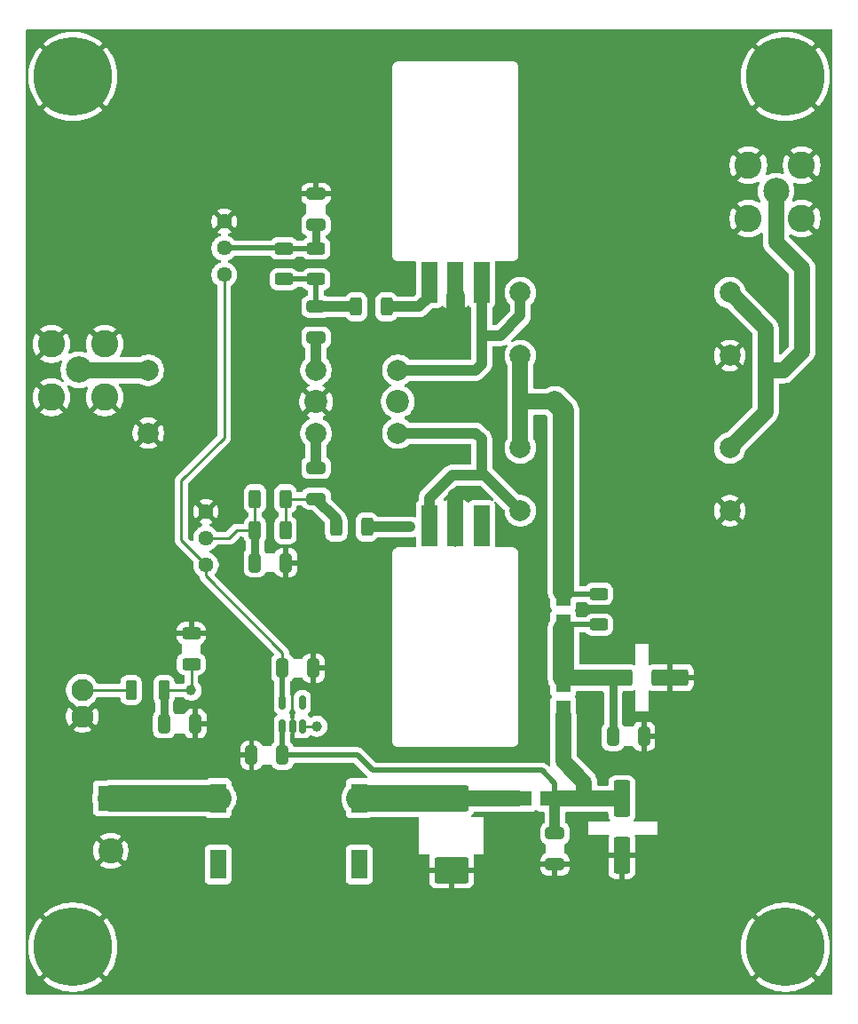
<source format=gbr>
G04 #@! TF.GenerationSoftware,KiCad,Pcbnew,9.0.1*
G04 #@! TF.CreationDate,2025-04-20T18:42:32-04:00*
G04 #@! TF.ProjectId,t41_2_power_amplifier,7434315f-325f-4706-9f77-65725f616d70,rev?*
G04 #@! TF.SameCoordinates,Original*
G04 #@! TF.FileFunction,Copper,L1,Top*
G04 #@! TF.FilePolarity,Positive*
%FSLAX46Y46*%
G04 Gerber Fmt 4.6, Leading zero omitted, Abs format (unit mm)*
G04 Created by KiCad (PCBNEW 9.0.1) date 2025-04-20 18:42:32*
%MOMM*%
%LPD*%
G01*
G04 APERTURE LIST*
G04 Aperture macros list*
%AMRoundRect*
0 Rectangle with rounded corners*
0 $1 Rounding radius*
0 $2 $3 $4 $5 $6 $7 $8 $9 X,Y pos of 4 corners*
0 Add a 4 corners polygon primitive as box body*
4,1,4,$2,$3,$4,$5,$6,$7,$8,$9,$2,$3,0*
0 Add four circle primitives for the rounded corners*
1,1,$1+$1,$2,$3*
1,1,$1+$1,$4,$5*
1,1,$1+$1,$6,$7*
1,1,$1+$1,$8,$9*
0 Add four rect primitives between the rounded corners*
20,1,$1+$1,$2,$3,$4,$5,0*
20,1,$1+$1,$4,$5,$6,$7,0*
20,1,$1+$1,$6,$7,$8,$9,0*
20,1,$1+$1,$8,$9,$2,$3,0*%
G04 Aperture macros list end*
G04 #@! TA.AperFunction,SMDPad,CuDef*
%ADD10RoundRect,0.250000X0.625000X-0.312500X0.625000X0.312500X-0.625000X0.312500X-0.625000X-0.312500X0*%
G04 #@! TD*
G04 #@! TA.AperFunction,SMDPad,CuDef*
%ADD11RoundRect,0.150000X0.150000X-0.512500X0.150000X0.512500X-0.150000X0.512500X-0.150000X-0.512500X0*%
G04 #@! TD*
G04 #@! TA.AperFunction,SMDPad,CuDef*
%ADD12RoundRect,0.250000X0.325000X0.650000X-0.325000X0.650000X-0.325000X-0.650000X0.325000X-0.650000X0*%
G04 #@! TD*
G04 #@! TA.AperFunction,SMDPad,CuDef*
%ADD13RoundRect,0.250000X-1.500000X-0.550000X1.500000X-0.550000X1.500000X0.550000X-1.500000X0.550000X0*%
G04 #@! TD*
G04 #@! TA.AperFunction,ComponentPad*
%ADD14C,1.440000*%
G04 #@! TD*
G04 #@! TA.AperFunction,SMDPad,CuDef*
%ADD15RoundRect,0.250000X-0.650000X0.325000X-0.650000X-0.325000X0.650000X-0.325000X0.650000X0.325000X0*%
G04 #@! TD*
G04 #@! TA.AperFunction,ComponentPad*
%ADD16C,2.000000*%
G04 #@! TD*
G04 #@! TA.AperFunction,ComponentPad*
%ADD17C,2.200000*%
G04 #@! TD*
G04 #@! TA.AperFunction,SMDPad,CuDef*
%ADD18RoundRect,0.250000X-0.325000X-0.650000X0.325000X-0.650000X0.325000X0.650000X-0.325000X0.650000X0*%
G04 #@! TD*
G04 #@! TA.AperFunction,SMDPad,CuDef*
%ADD19RoundRect,0.250000X-0.312500X-0.625000X0.312500X-0.625000X0.312500X0.625000X-0.312500X0.625000X0*%
G04 #@! TD*
G04 #@! TA.AperFunction,SMDPad,CuDef*
%ADD20RoundRect,0.250000X0.650000X-0.325000X0.650000X0.325000X-0.650000X0.325000X-0.650000X-0.325000X0*%
G04 #@! TD*
G04 #@! TA.AperFunction,SMDPad,CuDef*
%ADD21RoundRect,0.250000X-1.400000X-1.000000X1.400000X-1.000000X1.400000X1.000000X-1.400000X1.000000X0*%
G04 #@! TD*
G04 #@! TA.AperFunction,SMDPad,CuDef*
%ADD22R,1.570000X2.820000*%
G04 #@! TD*
G04 #@! TA.AperFunction,SMDPad,CuDef*
%ADD23RoundRect,0.250000X-0.550000X1.500000X-0.550000X-1.500000X0.550000X-1.500000X0.550000X1.500000X0*%
G04 #@! TD*
G04 #@! TA.AperFunction,SMDPad,CuDef*
%ADD24R,1.524000X3.900000*%
G04 #@! TD*
G04 #@! TA.AperFunction,ComponentPad*
%ADD25C,7.500000*%
G04 #@! TD*
G04 #@! TA.AperFunction,SMDPad,CuDef*
%ADD26R,1.470000X2.770000*%
G04 #@! TD*
G04 #@! TA.AperFunction,ComponentPad*
%ADD27C,2.600000*%
G04 #@! TD*
G04 #@! TA.AperFunction,ComponentPad*
%ADD28C,2.500000*%
G04 #@! TD*
G04 #@! TA.AperFunction,SMDPad,CuDef*
%ADD29R,2.770000X1.470000*%
G04 #@! TD*
G04 #@! TA.AperFunction,ComponentPad*
%ADD30R,2.400000X2.400000*%
G04 #@! TD*
G04 #@! TA.AperFunction,ComponentPad*
%ADD31C,2.400000*%
G04 #@! TD*
G04 #@! TA.AperFunction,ComponentPad*
%ADD32C,2.100000*%
G04 #@! TD*
G04 #@! TA.AperFunction,SMDPad,CuDef*
%ADD33RoundRect,0.250000X-0.275000X-0.700000X0.275000X-0.700000X0.275000X0.700000X-0.275000X0.700000X0*%
G04 #@! TD*
G04 #@! TA.AperFunction,SMDPad,CuDef*
%ADD34RoundRect,0.250000X-0.625000X0.312500X-0.625000X-0.312500X0.625000X-0.312500X0.625000X0.312500X0*%
G04 #@! TD*
G04 #@! TA.AperFunction,ViaPad*
%ADD35C,1.000000*%
G04 #@! TD*
G04 #@! TA.AperFunction,Conductor*
%ADD36C,1.500000*%
G04 #@! TD*
G04 #@! TA.AperFunction,Conductor*
%ADD37C,0.500000*%
G04 #@! TD*
G04 #@! TA.AperFunction,Conductor*
%ADD38C,2.000000*%
G04 #@! TD*
G04 #@! TA.AperFunction,Conductor*
%ADD39C,1.000000*%
G04 #@! TD*
G04 #@! TA.AperFunction,Conductor*
%ADD40C,1.750000*%
G04 #@! TD*
G04 #@! TA.AperFunction,Conductor*
%ADD41C,0.250000*%
G04 #@! TD*
G04 #@! TA.AperFunction,Conductor*
%ADD42C,0.200000*%
G04 #@! TD*
G04 #@! TA.AperFunction,Conductor*
%ADD43C,0.750000*%
G04 #@! TD*
G04 #@! TA.AperFunction,Conductor*
%ADD44C,2.500000*%
G04 #@! TD*
G04 APERTURE END LIST*
D10*
X170200000Y-111262500D03*
X170200000Y-108337500D03*
D11*
X140000000Y-120925000D03*
X140950000Y-120925000D03*
X141900000Y-120925000D03*
X141900000Y-118650000D03*
X140000000Y-118650000D03*
D12*
X140000000Y-123700000D03*
X137050000Y-123700000D03*
D13*
X171600000Y-116300000D03*
X177000000Y-116300000D03*
D14*
X134450000Y-77900000D03*
X134450000Y-75360000D03*
X134450000Y-72820000D03*
D10*
X143200000Y-78325000D03*
X143200000Y-75400000D03*
D15*
X143200000Y-70200000D03*
X143200000Y-73150000D03*
D16*
X127200000Y-87000000D03*
X127200000Y-93000000D03*
X143200000Y-93000000D03*
D17*
X143200000Y-90000000D03*
D16*
X143200000Y-87000000D03*
D18*
X140000000Y-115400000D03*
X142950000Y-115400000D03*
D19*
X137375000Y-102250000D03*
X140300000Y-102250000D03*
D20*
X143200000Y-99250000D03*
X143200000Y-96300000D03*
D21*
X156150000Y-127850000D03*
X156150000Y-134650000D03*
D22*
X133870000Y-127800000D03*
X133870000Y-134120000D03*
X147330000Y-127800000D03*
X147330000Y-134120000D03*
D18*
X137375000Y-105350000D03*
X140325000Y-105350000D03*
D23*
X172400000Y-127850000D03*
X172400000Y-133250000D03*
D24*
X154000000Y-78621500D03*
X156500000Y-78621500D03*
X159000000Y-78621500D03*
D25*
X188000000Y-59000000D03*
D16*
X162700000Y-94400000D03*
X162700000Y-100400000D03*
X182700000Y-100400000D03*
X182700000Y-94400000D03*
D14*
X132700000Y-105550000D03*
X132700000Y-103010000D03*
X132700000Y-100470000D03*
D26*
X166800000Y-111640000D03*
X166800000Y-108060000D03*
D12*
X131675000Y-120700000D03*
X128725000Y-120700000D03*
D16*
X162700000Y-79600000D03*
X162700000Y-85600000D03*
X182700000Y-85600000D03*
X182700000Y-79600000D03*
D25*
X120000000Y-59000000D03*
X188000000Y-142000000D03*
D18*
X171550000Y-121900000D03*
X174500000Y-121900000D03*
D27*
X184460000Y-67460000D03*
X184460000Y-72540000D03*
X189540000Y-67460000D03*
X189540000Y-72540000D03*
D28*
X187100000Y-69925000D03*
D19*
X147025000Y-80950000D03*
X149950000Y-80950000D03*
D24*
X159000000Y-101837500D03*
X156500000Y-101837500D03*
X154000000Y-101837500D03*
D29*
X162420000Y-127850000D03*
X166000000Y-127850000D03*
D30*
X123600000Y-127800000D03*
D31*
X123600000Y-132800000D03*
D27*
X117950000Y-84500000D03*
X117950000Y-89580000D03*
X123030000Y-84500000D03*
X123030000Y-89580000D03*
D28*
X120590000Y-86965000D03*
D32*
X120900000Y-117500000D03*
X120900000Y-120000000D03*
D33*
X125550000Y-117500000D03*
X128700000Y-117500000D03*
D26*
X166800000Y-119890000D03*
X166800000Y-116310000D03*
D19*
X137375000Y-99250000D03*
X140300000Y-99250000D03*
D25*
X120000000Y-142000000D03*
D15*
X166000000Y-131150000D03*
X166000000Y-134100000D03*
X143200000Y-80950000D03*
X143200000Y-83900000D03*
D34*
X131300000Y-112075000D03*
X131300000Y-115000000D03*
D10*
X140150000Y-78325000D03*
X140150000Y-75400000D03*
D16*
X151000000Y-87000000D03*
D17*
X151000000Y-90000000D03*
D16*
X151000000Y-93000000D03*
D19*
X145137500Y-101950000D03*
X148062500Y-101950000D03*
D35*
X163650000Y-90000000D03*
X166000000Y-90000000D03*
X164800000Y-90000000D03*
X164600000Y-99300000D03*
X150000000Y-123400000D03*
X151700000Y-84850000D03*
X162500000Y-77200000D03*
X145100000Y-79300000D03*
X163550000Y-113550000D03*
X149350000Y-100300000D03*
X169400000Y-118300000D03*
X133100000Y-116300000D03*
X150150000Y-103600000D03*
X156500000Y-79900000D03*
X163500000Y-65800000D03*
X163750000Y-134100000D03*
X168900000Y-92200000D03*
X164300000Y-81000000D03*
X149300000Y-65850000D03*
X170200000Y-94400000D03*
X149600000Y-113450000D03*
X186500000Y-93300000D03*
X163550000Y-105650000D03*
X158900000Y-98800000D03*
X156500000Y-77200000D03*
X162400000Y-97700000D03*
X153000000Y-97800000D03*
X152100000Y-100300000D03*
X144800000Y-112000000D03*
X156500000Y-81700000D03*
X184200000Y-90100000D03*
X152050000Y-77200000D03*
X164600000Y-91900000D03*
X134250000Y-104350000D03*
X163100000Y-83600000D03*
X141400000Y-79900000D03*
X133150000Y-88650000D03*
X160850000Y-103300000D03*
X180400000Y-116300000D03*
X174600000Y-134800000D03*
X154550000Y-81750000D03*
X164300000Y-96200000D03*
X143200000Y-68300000D03*
X156900000Y-85400000D03*
X160700000Y-87000000D03*
X156500000Y-103350000D03*
X149600000Y-76000000D03*
X168400000Y-83300000D03*
X152450000Y-94750000D03*
X168900000Y-90500000D03*
X157800000Y-98800000D03*
X148700000Y-90000000D03*
X156150000Y-137300000D03*
X151300000Y-78300000D03*
X164400000Y-83800000D03*
X141750000Y-100700000D03*
X133200000Y-82100000D03*
X133600000Y-120700000D03*
X151500000Y-130250000D03*
X160150000Y-133200000D03*
X160800000Y-101300000D03*
X160600000Y-96000000D03*
X187700000Y-78100000D03*
X154650000Y-96200000D03*
X150800000Y-99700000D03*
X145300000Y-82750000D03*
X146600000Y-125200000D03*
X160850000Y-92600000D03*
X156500000Y-78491000D03*
X140300000Y-107600000D03*
X191900000Y-77500000D03*
X164600000Y-88100000D03*
X170200000Y-134800000D03*
X188000000Y-88900000D03*
X156500000Y-99000000D03*
X138400000Y-119300000D03*
X152150000Y-133200000D03*
X170200000Y-85600000D03*
X163900000Y-130400000D03*
X160600000Y-85300000D03*
X159600000Y-88100000D03*
X191900000Y-81300000D03*
X152050000Y-79400000D03*
X168200000Y-129800000D03*
X187700000Y-81900000D03*
X156500000Y-100400000D03*
X160950000Y-77200000D03*
X135700000Y-88650000D03*
X168900000Y-98400000D03*
X129000000Y-97900000D03*
X153200000Y-56000000D03*
X159700000Y-91900000D03*
X160000000Y-56100000D03*
X156900000Y-94600000D03*
X169400000Y-105600000D03*
X136000000Y-76800000D03*
X163500000Y-123200000D03*
X131000000Y-106500000D03*
X144500000Y-122200000D03*
X160700000Y-81500000D03*
X191900000Y-85000000D03*
X168900000Y-96600000D03*
X154650000Y-83700000D03*
X141250000Y-97300000D03*
X168400000Y-87900000D03*
X144800000Y-115400000D03*
X169700000Y-112900000D03*
X157300000Y-83300000D03*
X131295000Y-117500000D03*
X143300000Y-120950000D03*
X150900000Y-101950000D03*
X152200000Y-101950000D03*
X159000000Y-100400000D03*
X149600000Y-101950000D03*
X159000000Y-102800000D03*
X159000000Y-101600000D03*
D36*
X164800000Y-90000000D02*
X166000000Y-90000000D01*
X164800000Y-90000000D02*
X163650000Y-90000000D01*
D37*
X167077500Y-108337500D02*
X166800000Y-108060000D01*
D36*
X162700000Y-85600000D02*
X162700000Y-90000000D01*
D38*
X166800000Y-108060000D02*
X166800000Y-90800000D01*
D37*
X170200000Y-108337500D02*
X167077500Y-108337500D01*
D36*
X162700000Y-94400000D02*
X162700000Y-90000000D01*
X162700000Y-90000000D02*
X163650000Y-90000000D01*
D38*
X166800000Y-90800000D02*
X166000000Y-90000000D01*
D39*
X156500000Y-101959000D02*
X156500000Y-100400000D01*
D40*
X156500000Y-79900000D02*
X156500000Y-81700000D01*
D41*
X157800000Y-98800000D02*
X157800000Y-99100000D01*
D42*
X156500000Y-78491000D02*
X156500000Y-77062500D01*
D36*
X156500000Y-100400000D02*
X156500000Y-99000000D01*
D42*
X156500000Y-78491000D02*
X156500000Y-79900000D01*
X156500000Y-79900000D02*
X156600000Y-79900000D01*
D39*
X160800000Y-83700000D02*
X159000000Y-83700000D01*
X159000000Y-83700000D02*
X159000000Y-83000000D01*
X151000000Y-87000000D02*
X158450000Y-87000000D01*
X159000000Y-86450000D02*
X159000000Y-85000000D01*
X158450000Y-87000000D02*
X159000000Y-86450000D01*
X162700000Y-81800000D02*
X160800000Y-83700000D01*
X159000000Y-78500000D02*
X159000000Y-83000000D01*
X162700000Y-79600000D02*
X162700000Y-81800000D01*
X159000000Y-85450000D02*
X159000000Y-83700000D01*
X159000000Y-93550000D02*
X159000000Y-96700000D01*
X159300000Y-97000000D02*
X162700000Y-100400000D01*
X157000000Y-97000000D02*
X159300000Y-97000000D01*
X151000000Y-93000000D02*
X158450000Y-93000000D01*
D42*
X153500000Y-103300000D02*
X154000000Y-103300000D01*
D39*
X154000000Y-99200000D02*
X156200000Y-97000000D01*
X154000000Y-101959000D02*
X154000000Y-99200000D01*
X159000000Y-96700000D02*
X159300000Y-97000000D01*
X156200000Y-97000000D02*
X157000000Y-97000000D01*
X158450000Y-93000000D02*
X159000000Y-93550000D01*
X143200000Y-87000000D02*
X143200000Y-83900000D01*
X143200000Y-80950000D02*
X147025000Y-80950000D01*
D37*
X143200000Y-78325000D02*
X143200000Y-80950000D01*
X143200000Y-78325000D02*
X140150000Y-78325000D01*
D39*
X143200000Y-96300000D02*
X143200000Y-93000000D01*
D41*
X140300000Y-99250000D02*
X140300000Y-102250000D01*
X140300000Y-99250000D02*
X143200000Y-99250000D01*
D39*
X145137500Y-101950000D02*
X145137500Y-101187500D01*
X145137500Y-101187500D02*
X143200000Y-99250000D01*
D41*
X132700000Y-103010000D02*
X134890000Y-103010000D01*
X134890000Y-103010000D02*
X135650000Y-102250000D01*
X135650000Y-102250000D02*
X137375000Y-102250000D01*
X137375000Y-102250000D02*
X137375000Y-99250000D01*
D43*
X137375000Y-105350000D02*
X137375000Y-102250000D01*
D37*
X140110000Y-75360000D02*
X140150000Y-75400000D01*
X134450000Y-75360000D02*
X140110000Y-75360000D01*
X143200000Y-75400000D02*
X140150000Y-75400000D01*
D43*
X143200000Y-73150000D02*
X143200000Y-75400000D01*
D39*
X166000000Y-127850000D02*
X166000000Y-131150000D01*
D41*
X139975000Y-120950000D02*
X140000000Y-120925000D01*
D36*
X166800000Y-124300000D02*
X168800000Y-126300000D01*
X166000000Y-127850000D02*
X168800000Y-127850000D01*
X168800000Y-126300000D02*
X168800000Y-127850000D01*
D37*
X166000000Y-126400000D02*
X166000000Y-127850000D01*
X140000000Y-123700000D02*
X147150000Y-123700000D01*
X164750000Y-125150000D02*
X166000000Y-126400000D01*
X148600000Y-125150000D02*
X164750000Y-125150000D01*
D36*
X168800000Y-127850000D02*
X172400000Y-127850000D01*
D37*
X140000000Y-123700000D02*
X140000000Y-120925000D01*
X147150000Y-123700000D02*
X148600000Y-125150000D01*
D36*
X166800000Y-119890000D02*
X166800000Y-124300000D01*
D41*
X131295000Y-117500000D02*
X128700000Y-117500000D01*
X128700000Y-120675000D02*
X128725000Y-120700000D01*
X131295000Y-117500000D02*
X131300000Y-117495000D01*
X131300000Y-117495000D02*
X131300000Y-115000000D01*
D43*
X128700000Y-117500000D02*
X128700000Y-120675000D01*
D41*
X143275000Y-120925000D02*
X143300000Y-120950000D01*
X141900000Y-120925000D02*
X143275000Y-120925000D01*
X140000000Y-115400000D02*
X140000000Y-113900000D01*
D37*
X140000000Y-118650000D02*
X140000000Y-115400000D01*
D41*
X140000000Y-113900000D02*
X132700000Y-106600000D01*
X134450000Y-77900000D02*
X134450000Y-93450000D01*
X132700000Y-106600000D02*
X132700000Y-106400000D01*
X130350000Y-103200000D02*
X132700000Y-105550000D01*
X130350000Y-97550000D02*
X130350000Y-103200000D01*
X134450000Y-93450000D02*
X130350000Y-97550000D01*
X132700000Y-106400000D02*
X132700000Y-105550000D01*
D39*
X120625000Y-87000000D02*
X120590000Y-86965000D01*
D36*
X127200000Y-87000000D02*
X120625000Y-87000000D01*
D39*
X156100000Y-127800000D02*
X156150000Y-127850000D01*
D44*
X156150000Y-127850000D02*
X147380000Y-127850000D01*
D39*
X147380000Y-127850000D02*
X147330000Y-127800000D01*
D36*
X156150000Y-127850000D02*
X162420000Y-127850000D01*
D41*
X120900000Y-117500000D02*
X125550000Y-117500000D01*
D44*
X133870000Y-127800000D02*
X123600000Y-127800000D01*
D36*
X187100000Y-74800000D02*
X187100000Y-69925000D01*
X187095000Y-74805000D02*
X189295000Y-77005000D01*
X182700000Y-79600000D02*
X186100000Y-83000000D01*
X187100000Y-74800000D02*
X187095000Y-74805000D01*
X186100000Y-87000000D02*
X186100000Y-91000000D01*
X189600000Y-77310000D02*
X189600000Y-85200000D01*
X187800000Y-87000000D02*
X189600000Y-85200000D01*
X182700000Y-94400000D02*
X186100000Y-91000000D01*
X186100000Y-83000000D02*
X186100000Y-87000000D01*
X187800000Y-87000000D02*
X186100000Y-87000000D01*
D37*
X167177500Y-111262500D02*
X166800000Y-111640000D01*
D43*
X171550000Y-121900000D02*
X171550000Y-116350000D01*
D36*
X166810000Y-116300000D02*
X166800000Y-116310000D01*
D38*
X166800000Y-116310000D02*
X166800000Y-111640000D01*
D36*
X171600000Y-116300000D02*
X166810000Y-116300000D01*
D37*
X170200000Y-111262500D02*
X167177500Y-111262500D01*
D43*
X171550000Y-116350000D02*
X171600000Y-116300000D01*
D39*
X159000000Y-101959000D02*
X159000000Y-100400000D01*
X149600000Y-101950000D02*
X152200000Y-101950000D01*
X148062500Y-101950000D02*
X149600000Y-101950000D01*
X154000000Y-79950000D02*
X154000000Y-78500000D01*
X153000000Y-80950000D02*
X154000000Y-79950000D01*
X149950000Y-80950000D02*
X153000000Y-80950000D01*
G04 #@! TA.AperFunction,Conductor*
G36*
X158901257Y-98020185D02*
G01*
X158921899Y-98036819D01*
X160118719Y-99233639D01*
X160152204Y-99294962D01*
X160147220Y-99364654D01*
X160105348Y-99420587D01*
X160039884Y-99445004D01*
X159987706Y-99437502D01*
X159869485Y-99393409D01*
X159869483Y-99393408D01*
X159809883Y-99387001D01*
X159809881Y-99387000D01*
X159809873Y-99387000D01*
X159809864Y-99387000D01*
X158190129Y-99387000D01*
X158190123Y-99387001D01*
X158130516Y-99393408D01*
X157995671Y-99443702D01*
X157995664Y-99443706D01*
X157880455Y-99529952D01*
X157880453Y-99529954D01*
X157848952Y-99572033D01*
X157793017Y-99613903D01*
X157723325Y-99618885D01*
X157662003Y-99585399D01*
X157650420Y-99572031D01*
X157619186Y-99530309D01*
X157504093Y-99444149D01*
X157504086Y-99444145D01*
X157369379Y-99393903D01*
X157369372Y-99393901D01*
X157309844Y-99387500D01*
X155690155Y-99387500D01*
X155630627Y-99393901D01*
X155630617Y-99393903D01*
X155511441Y-99438353D01*
X155441750Y-99443337D01*
X155380427Y-99409851D01*
X155346943Y-99348528D01*
X155351928Y-99278836D01*
X155380425Y-99234493D01*
X156578101Y-98036819D01*
X156639424Y-98003334D01*
X156665782Y-98000500D01*
X156901459Y-98000500D01*
X158834218Y-98000500D01*
X158901257Y-98020185D01*
G37*
G04 #@! TD.AperFunction*
G04 #@! TA.AperFunction,Conductor*
G36*
X192442539Y-54520185D02*
G01*
X192488294Y-54572989D01*
X192499500Y-54624500D01*
X192499500Y-146375500D01*
X192479815Y-146442539D01*
X192427011Y-146488294D01*
X192375500Y-146499500D01*
X115624500Y-146499500D01*
X115557461Y-146479815D01*
X115511706Y-146427011D01*
X115500500Y-146375500D01*
X115500500Y-141814437D01*
X115750000Y-141814437D01*
X115750000Y-142185562D01*
X115782345Y-142555267D01*
X115782345Y-142555271D01*
X115846787Y-142920735D01*
X115846791Y-142920752D01*
X115942837Y-143279206D01*
X116069775Y-143627963D01*
X116226607Y-143964292D01*
X116226615Y-143964307D01*
X116412166Y-144285690D01*
X116412175Y-144285705D01*
X116625040Y-144589707D01*
X116822005Y-144824439D01*
X116822006Y-144824440D01*
X118313098Y-143333348D01*
X118380076Y-143420635D01*
X118579365Y-143619924D01*
X118666650Y-143686900D01*
X117175558Y-145177992D01*
X117175559Y-145177993D01*
X117410292Y-145374959D01*
X117714294Y-145587824D01*
X117714309Y-145587833D01*
X118035692Y-145773384D01*
X118035707Y-145773392D01*
X118372036Y-145930224D01*
X118720793Y-146057162D01*
X119079247Y-146153208D01*
X119079264Y-146153212D01*
X119444730Y-146217654D01*
X119814437Y-146249999D01*
X119814440Y-146250000D01*
X120185560Y-146250000D01*
X120185562Y-146249999D01*
X120555267Y-146217654D01*
X120555271Y-146217654D01*
X120920735Y-146153212D01*
X120920752Y-146153208D01*
X121279206Y-146057162D01*
X121627963Y-145930224D01*
X121964292Y-145773392D01*
X121964307Y-145773384D01*
X122285690Y-145587833D01*
X122285705Y-145587824D01*
X122589700Y-145374964D01*
X122824439Y-145177993D01*
X122824440Y-145177992D01*
X121333348Y-143686901D01*
X121420635Y-143619924D01*
X121619924Y-143420635D01*
X121686900Y-143333348D01*
X123177992Y-144824440D01*
X123177993Y-144824439D01*
X123374964Y-144589700D01*
X123587824Y-144285705D01*
X123587833Y-144285690D01*
X123773384Y-143964307D01*
X123773392Y-143964292D01*
X123930224Y-143627963D01*
X124057162Y-143279206D01*
X124153208Y-142920752D01*
X124153212Y-142920735D01*
X124217654Y-142555271D01*
X124217654Y-142555267D01*
X124249999Y-142185562D01*
X124250000Y-142185560D01*
X124250000Y-141814440D01*
X124249999Y-141814437D01*
X183750000Y-141814437D01*
X183750000Y-142185562D01*
X183782345Y-142555267D01*
X183782345Y-142555271D01*
X183846787Y-142920735D01*
X183846791Y-142920752D01*
X183942837Y-143279206D01*
X184069775Y-143627963D01*
X184226607Y-143964292D01*
X184226615Y-143964307D01*
X184412166Y-144285690D01*
X184412175Y-144285705D01*
X184625040Y-144589707D01*
X184822005Y-144824439D01*
X184822006Y-144824440D01*
X186313098Y-143333348D01*
X186380076Y-143420635D01*
X186579365Y-143619924D01*
X186666650Y-143686900D01*
X185175558Y-145177992D01*
X185175559Y-145177993D01*
X185410292Y-145374959D01*
X185714294Y-145587824D01*
X185714309Y-145587833D01*
X186035692Y-145773384D01*
X186035707Y-145773392D01*
X186372036Y-145930224D01*
X186720793Y-146057162D01*
X187079247Y-146153208D01*
X187079264Y-146153212D01*
X187444730Y-146217654D01*
X187814437Y-146249999D01*
X187814440Y-146250000D01*
X188185560Y-146250000D01*
X188185562Y-146249999D01*
X188555267Y-146217654D01*
X188555271Y-146217654D01*
X188920735Y-146153212D01*
X188920752Y-146153208D01*
X189279206Y-146057162D01*
X189627963Y-145930224D01*
X189964292Y-145773392D01*
X189964307Y-145773384D01*
X190285690Y-145587833D01*
X190285705Y-145587824D01*
X190589700Y-145374964D01*
X190824439Y-145177993D01*
X190824440Y-145177992D01*
X189333348Y-143686901D01*
X189420635Y-143619924D01*
X189619924Y-143420635D01*
X189686900Y-143333348D01*
X191177992Y-144824440D01*
X191177993Y-144824439D01*
X191374964Y-144589700D01*
X191587824Y-144285705D01*
X191587833Y-144285690D01*
X191773384Y-143964307D01*
X191773392Y-143964292D01*
X191930224Y-143627963D01*
X192057162Y-143279206D01*
X192153208Y-142920752D01*
X192153212Y-142920735D01*
X192217654Y-142555271D01*
X192217654Y-142555267D01*
X192249999Y-142185562D01*
X192250000Y-142185560D01*
X192250000Y-141814440D01*
X192249999Y-141814437D01*
X192217654Y-141444732D01*
X192217654Y-141444728D01*
X192153212Y-141079264D01*
X192153208Y-141079247D01*
X192057162Y-140720793D01*
X191930224Y-140372036D01*
X191773392Y-140035707D01*
X191773384Y-140035692D01*
X191587833Y-139714309D01*
X191587824Y-139714294D01*
X191374959Y-139410292D01*
X191177993Y-139175559D01*
X191177992Y-139175558D01*
X189686900Y-140666650D01*
X189619924Y-140579365D01*
X189420635Y-140380076D01*
X189333347Y-140313098D01*
X190824440Y-138822006D01*
X190824439Y-138822005D01*
X190589707Y-138625040D01*
X190285705Y-138412175D01*
X190285690Y-138412166D01*
X189964307Y-138226615D01*
X189964292Y-138226607D01*
X189627963Y-138069775D01*
X189279206Y-137942837D01*
X188920752Y-137846791D01*
X188920735Y-137846787D01*
X188555269Y-137782345D01*
X188185562Y-137750000D01*
X187814437Y-137750000D01*
X187444732Y-137782345D01*
X187444728Y-137782345D01*
X187079264Y-137846787D01*
X187079247Y-137846791D01*
X186720793Y-137942837D01*
X186372036Y-138069775D01*
X186035707Y-138226607D01*
X186035692Y-138226615D01*
X185714309Y-138412166D01*
X185714294Y-138412175D01*
X185410292Y-138625040D01*
X185175559Y-138822005D01*
X185175558Y-138822006D01*
X186666651Y-140313098D01*
X186579365Y-140380076D01*
X186380076Y-140579365D01*
X186313098Y-140666651D01*
X184822006Y-139175558D01*
X184822005Y-139175559D01*
X184625040Y-139410292D01*
X184412175Y-139714294D01*
X184412166Y-139714309D01*
X184226615Y-140035692D01*
X184226607Y-140035707D01*
X184069775Y-140372036D01*
X183942837Y-140720793D01*
X183846791Y-141079247D01*
X183846787Y-141079264D01*
X183782345Y-141444728D01*
X183782345Y-141444732D01*
X183750000Y-141814437D01*
X124249999Y-141814437D01*
X124217654Y-141444732D01*
X124217654Y-141444728D01*
X124153212Y-141079264D01*
X124153208Y-141079247D01*
X124057162Y-140720793D01*
X123930224Y-140372036D01*
X123773392Y-140035707D01*
X123773384Y-140035692D01*
X123587833Y-139714309D01*
X123587824Y-139714294D01*
X123374959Y-139410292D01*
X123177993Y-139175559D01*
X123177992Y-139175558D01*
X121686900Y-140666650D01*
X121619924Y-140579365D01*
X121420635Y-140380076D01*
X121333347Y-140313098D01*
X122824440Y-138822006D01*
X122824439Y-138822005D01*
X122589707Y-138625040D01*
X122285705Y-138412175D01*
X122285690Y-138412166D01*
X121964307Y-138226615D01*
X121964292Y-138226607D01*
X121627963Y-138069775D01*
X121279206Y-137942837D01*
X120920752Y-137846791D01*
X120920735Y-137846787D01*
X120555269Y-137782345D01*
X120185562Y-137750000D01*
X119814437Y-137750000D01*
X119444732Y-137782345D01*
X119444728Y-137782345D01*
X119079264Y-137846787D01*
X119079247Y-137846791D01*
X118720793Y-137942837D01*
X118372036Y-138069775D01*
X118035707Y-138226607D01*
X118035692Y-138226615D01*
X117714309Y-138412166D01*
X117714294Y-138412175D01*
X117410292Y-138625040D01*
X117175559Y-138822005D01*
X117175558Y-138822006D01*
X118666651Y-140313098D01*
X118579365Y-140380076D01*
X118380076Y-140579365D01*
X118313098Y-140666651D01*
X116822006Y-139175558D01*
X116822005Y-139175559D01*
X116625040Y-139410292D01*
X116412175Y-139714294D01*
X116412166Y-139714309D01*
X116226615Y-140035692D01*
X116226607Y-140035707D01*
X116069775Y-140372036D01*
X115942837Y-140720793D01*
X115846791Y-141079247D01*
X115846787Y-141079264D01*
X115782345Y-141444728D01*
X115782345Y-141444732D01*
X115750000Y-141814437D01*
X115500500Y-141814437D01*
X115500500Y-132688575D01*
X121900000Y-132688575D01*
X121900000Y-132911424D01*
X121929085Y-133132354D01*
X121929088Y-133132367D01*
X121986763Y-133347618D01*
X122072045Y-133553502D01*
X122072054Y-133553520D01*
X122183464Y-133746491D01*
X122183473Y-133746504D01*
X122234040Y-133812403D01*
X122234043Y-133812403D01*
X123035387Y-133011059D01*
X123040889Y-133031591D01*
X123119881Y-133168408D01*
X123231592Y-133280119D01*
X123368409Y-133359111D01*
X123388940Y-133364612D01*
X122587595Y-134165955D01*
X122587595Y-134165956D01*
X122653507Y-134216533D01*
X122846485Y-134327949D01*
X122846497Y-134327954D01*
X123052381Y-134413236D01*
X123267632Y-134470911D01*
X123267645Y-134470914D01*
X123488575Y-134500000D01*
X123711425Y-134500000D01*
X123932354Y-134470914D01*
X123932367Y-134470911D01*
X124147618Y-134413236D01*
X124353502Y-134327954D01*
X124353514Y-134327949D01*
X124546498Y-134216530D01*
X124612403Y-134165957D01*
X124612404Y-134165956D01*
X123811059Y-133364612D01*
X123831591Y-133359111D01*
X123968408Y-133280119D01*
X124080119Y-133168408D01*
X124159111Y-133031591D01*
X124164612Y-133011059D01*
X124965956Y-133812404D01*
X124965957Y-133812403D01*
X125016530Y-133746498D01*
X125127949Y-133553514D01*
X125127954Y-133553502D01*
X125213236Y-133347618D01*
X125270911Y-133132367D01*
X125270914Y-133132354D01*
X125300000Y-132911424D01*
X125300000Y-132688579D01*
X125298211Y-132674988D01*
X125298211Y-132674985D01*
X125296519Y-132662135D01*
X132584500Y-132662135D01*
X132584500Y-135577870D01*
X132584501Y-135577876D01*
X132590908Y-135637483D01*
X132641202Y-135772328D01*
X132641206Y-135772335D01*
X132727452Y-135887544D01*
X132727455Y-135887547D01*
X132842664Y-135973793D01*
X132842671Y-135973797D01*
X132977517Y-136024091D01*
X132977516Y-136024091D01*
X132984444Y-136024835D01*
X133037127Y-136030500D01*
X134702872Y-136030499D01*
X134762483Y-136024091D01*
X134897331Y-135973796D01*
X135012546Y-135887546D01*
X135098796Y-135772331D01*
X135149091Y-135637483D01*
X135155500Y-135577873D01*
X135155499Y-132662135D01*
X146044500Y-132662135D01*
X146044500Y-135577870D01*
X146044501Y-135577876D01*
X146050908Y-135637483D01*
X146101202Y-135772328D01*
X146101206Y-135772335D01*
X146187452Y-135887544D01*
X146187455Y-135887547D01*
X146302664Y-135973793D01*
X146302671Y-135973797D01*
X146437517Y-136024091D01*
X146437516Y-136024091D01*
X146444444Y-136024835D01*
X146497127Y-136030500D01*
X148162872Y-136030499D01*
X148222483Y-136024091D01*
X148357331Y-135973796D01*
X148472546Y-135887546D01*
X148558796Y-135772331D01*
X148585779Y-135699986D01*
X154000001Y-135699986D01*
X154010494Y-135802697D01*
X154065641Y-135969119D01*
X154065643Y-135969124D01*
X154157684Y-136118345D01*
X154281654Y-136242315D01*
X154430875Y-136334356D01*
X154430880Y-136334358D01*
X154597302Y-136389505D01*
X154597309Y-136389506D01*
X154700019Y-136399999D01*
X155899999Y-136399999D01*
X156400000Y-136399999D01*
X157599972Y-136399999D01*
X157599986Y-136399998D01*
X157702697Y-136389505D01*
X157869119Y-136334358D01*
X157869124Y-136334356D01*
X158018345Y-136242315D01*
X158142315Y-136118345D01*
X158234356Y-135969124D01*
X158234358Y-135969119D01*
X158289505Y-135802697D01*
X158289506Y-135802690D01*
X158299999Y-135699986D01*
X158300000Y-135699973D01*
X158300000Y-134900000D01*
X156400000Y-134900000D01*
X156400000Y-136399999D01*
X155899999Y-136399999D01*
X155900000Y-136399998D01*
X155900000Y-134900000D01*
X154000001Y-134900000D01*
X154000001Y-135699986D01*
X148585779Y-135699986D01*
X148609091Y-135637483D01*
X148615500Y-135577873D01*
X148615499Y-134474986D01*
X164600001Y-134474986D01*
X164610494Y-134577697D01*
X164665641Y-134744119D01*
X164665643Y-134744124D01*
X164757684Y-134893345D01*
X164881654Y-135017315D01*
X165030875Y-135109356D01*
X165030880Y-135109358D01*
X165197302Y-135164505D01*
X165197309Y-135164506D01*
X165300019Y-135174999D01*
X165749999Y-135174999D01*
X166250000Y-135174999D01*
X166699972Y-135174999D01*
X166699986Y-135174998D01*
X166802697Y-135164505D01*
X166969119Y-135109358D01*
X166969124Y-135109356D01*
X167118345Y-135017315D01*
X167242315Y-134893345D01*
X167299900Y-134799986D01*
X171100001Y-134799986D01*
X171110494Y-134902697D01*
X171165641Y-135069119D01*
X171165643Y-135069124D01*
X171257684Y-135218345D01*
X171381654Y-135342315D01*
X171530875Y-135434356D01*
X171530880Y-135434358D01*
X171697302Y-135489505D01*
X171697309Y-135489506D01*
X171800019Y-135499999D01*
X172149999Y-135499999D01*
X172650000Y-135499999D01*
X172999972Y-135499999D01*
X172999986Y-135499998D01*
X173102697Y-135489505D01*
X173269119Y-135434358D01*
X173269124Y-135434356D01*
X173418345Y-135342315D01*
X173542315Y-135218345D01*
X173634356Y-135069124D01*
X173634358Y-135069119D01*
X173689505Y-134902697D01*
X173689506Y-134902690D01*
X173699999Y-134799986D01*
X173700000Y-134799973D01*
X173700000Y-133500000D01*
X172650000Y-133500000D01*
X172650000Y-135499999D01*
X172149999Y-135499999D01*
X172150000Y-135499998D01*
X172150000Y-133500000D01*
X171100001Y-133500000D01*
X171100001Y-134799986D01*
X167299900Y-134799986D01*
X167334356Y-134744124D01*
X167334358Y-134744119D01*
X167389505Y-134577697D01*
X167389506Y-134577690D01*
X167399999Y-134474986D01*
X167400000Y-134474973D01*
X167400000Y-134350000D01*
X166250000Y-134350000D01*
X166250000Y-135174999D01*
X165749999Y-135174999D01*
X165750000Y-135174998D01*
X165750000Y-134350000D01*
X164600001Y-134350000D01*
X164600001Y-134474986D01*
X148615499Y-134474986D01*
X148615499Y-133850000D01*
X148615499Y-132662129D01*
X148615498Y-132662123D01*
X148615497Y-132662116D01*
X148609091Y-132602517D01*
X148558796Y-132467669D01*
X148558795Y-132467668D01*
X148558793Y-132467664D01*
X148472547Y-132352455D01*
X148472544Y-132352452D01*
X148357335Y-132266206D01*
X148357328Y-132266202D01*
X148222482Y-132215908D01*
X148222483Y-132215908D01*
X148162883Y-132209501D01*
X148162881Y-132209500D01*
X148162873Y-132209500D01*
X148162864Y-132209500D01*
X146497129Y-132209500D01*
X146497123Y-132209501D01*
X146437516Y-132215908D01*
X146302671Y-132266202D01*
X146302664Y-132266206D01*
X146187455Y-132352452D01*
X146187452Y-132352455D01*
X146101206Y-132467664D01*
X146101202Y-132467671D01*
X146050908Y-132602517D01*
X146044501Y-132662116D01*
X146044501Y-132662123D01*
X146044500Y-132662135D01*
X135155499Y-132662135D01*
X135155499Y-132662128D01*
X135149091Y-132602517D01*
X135098796Y-132467669D01*
X135098795Y-132467668D01*
X135098793Y-132467664D01*
X135012547Y-132352455D01*
X135012544Y-132352452D01*
X134897335Y-132266206D01*
X134897328Y-132266202D01*
X134762482Y-132215908D01*
X134762483Y-132215908D01*
X134702883Y-132209501D01*
X134702881Y-132209500D01*
X134702873Y-132209500D01*
X134702864Y-132209500D01*
X133037129Y-132209500D01*
X133037123Y-132209501D01*
X132977516Y-132215908D01*
X132842671Y-132266202D01*
X132842664Y-132266206D01*
X132727455Y-132352452D01*
X132727452Y-132352455D01*
X132641206Y-132467664D01*
X132641202Y-132467671D01*
X132590908Y-132602517D01*
X132584501Y-132662116D01*
X132584501Y-132662123D01*
X132584500Y-132662135D01*
X125296519Y-132662135D01*
X125270914Y-132467645D01*
X125270911Y-132467632D01*
X125213236Y-132252381D01*
X125127954Y-132046497D01*
X125127949Y-132046485D01*
X125016533Y-131853507D01*
X124965956Y-131787595D01*
X124965955Y-131787595D01*
X124164612Y-132588939D01*
X124159111Y-132568409D01*
X124080119Y-132431592D01*
X123968408Y-132319881D01*
X123831591Y-132240889D01*
X123811058Y-132235387D01*
X124612403Y-131434043D01*
X124612403Y-131434040D01*
X124546504Y-131383473D01*
X124546491Y-131383464D01*
X124353520Y-131272054D01*
X124353502Y-131272045D01*
X124147618Y-131186763D01*
X123932367Y-131129088D01*
X123932354Y-131129085D01*
X123711425Y-131100000D01*
X123488575Y-131100000D01*
X123267645Y-131129085D01*
X123267632Y-131129088D01*
X123052381Y-131186763D01*
X122846497Y-131272045D01*
X122846479Y-131272054D01*
X122653511Y-131383462D01*
X122587595Y-131434042D01*
X123388941Y-132235387D01*
X123368409Y-132240889D01*
X123231592Y-132319881D01*
X123119881Y-132431592D01*
X123040889Y-132568409D01*
X123035387Y-132588940D01*
X122234042Y-131787595D01*
X122183462Y-131853511D01*
X122072054Y-132046479D01*
X122072045Y-132046497D01*
X121986763Y-132252381D01*
X121929088Y-132467632D01*
X121929085Y-132467645D01*
X121900000Y-132688575D01*
X115500500Y-132688575D01*
X115500500Y-127685258D01*
X121849500Y-127685258D01*
X121849500Y-127914741D01*
X121872796Y-128091681D01*
X121879452Y-128142238D01*
X121892849Y-128192240D01*
X121895275Y-128201292D01*
X121899500Y-128233385D01*
X121899500Y-129047870D01*
X121899501Y-129047876D01*
X121905908Y-129107483D01*
X121956202Y-129242328D01*
X121956206Y-129242335D01*
X122042452Y-129357544D01*
X122042455Y-129357547D01*
X122157664Y-129443793D01*
X122157671Y-129443797D01*
X122292517Y-129494091D01*
X122292516Y-129494091D01*
X122299444Y-129494835D01*
X122352127Y-129500500D01*
X123166613Y-129500499D01*
X123198706Y-129504724D01*
X123208343Y-129507306D01*
X123257762Y-129520548D01*
X123485266Y-129550500D01*
X132663412Y-129550500D01*
X132730451Y-129570185D01*
X132737716Y-129575228D01*
X132770807Y-129600000D01*
X132842669Y-129653796D01*
X132842671Y-129653797D01*
X132977517Y-129704091D01*
X132977516Y-129704091D01*
X132984444Y-129704835D01*
X133037127Y-129710500D01*
X134702872Y-129710499D01*
X134762483Y-129704091D01*
X134897331Y-129653796D01*
X135012546Y-129567546D01*
X135098796Y-129452331D01*
X135149091Y-129317483D01*
X135155500Y-129257873D01*
X135155499Y-129041439D01*
X135175183Y-128974400D01*
X135186270Y-128959681D01*
X135188906Y-128956673D01*
X135188919Y-128956661D01*
X135328611Y-128774612D01*
X135443344Y-128575888D01*
X135531158Y-128363887D01*
X135590548Y-128142238D01*
X135620500Y-127914734D01*
X135620500Y-127685266D01*
X135590548Y-127457762D01*
X135531158Y-127236113D01*
X135481190Y-127115480D01*
X135443349Y-127024123D01*
X135443346Y-127024117D01*
X135443344Y-127024112D01*
X135328611Y-126825388D01*
X135328608Y-126825385D01*
X135328607Y-126825382D01*
X135211566Y-126672853D01*
X135188919Y-126643339D01*
X135188917Y-126643337D01*
X135188914Y-126643333D01*
X135186257Y-126640302D01*
X135156865Y-126576915D01*
X135155499Y-126558559D01*
X135155499Y-126342129D01*
X135155498Y-126342123D01*
X135155497Y-126342116D01*
X135149091Y-126282517D01*
X135139681Y-126257288D01*
X135098797Y-126147671D01*
X135098793Y-126147664D01*
X135012547Y-126032455D01*
X135012544Y-126032452D01*
X134897335Y-125946206D01*
X134897328Y-125946202D01*
X134762482Y-125895908D01*
X134762483Y-125895908D01*
X134702883Y-125889501D01*
X134702881Y-125889500D01*
X134702873Y-125889500D01*
X134702864Y-125889500D01*
X133037129Y-125889500D01*
X133037123Y-125889501D01*
X132977516Y-125895908D01*
X132842671Y-125946202D01*
X132842669Y-125946203D01*
X132766507Y-126003218D01*
X132737721Y-126024767D01*
X132672259Y-126049184D01*
X132663412Y-126049500D01*
X123485258Y-126049500D01*
X123257758Y-126079452D01*
X123257755Y-126079453D01*
X123198706Y-126095275D01*
X123166614Y-126099500D01*
X122352129Y-126099500D01*
X122352123Y-126099501D01*
X122292516Y-126105908D01*
X122157671Y-126156202D01*
X122157664Y-126156206D01*
X122042455Y-126242452D01*
X122042452Y-126242455D01*
X121956206Y-126357664D01*
X121956202Y-126357671D01*
X121905908Y-126492517D01*
X121899501Y-126552116D01*
X121899500Y-126552135D01*
X121899500Y-127366615D01*
X121895275Y-127398708D01*
X121879454Y-127457752D01*
X121879452Y-127457763D01*
X121849500Y-127685258D01*
X115500500Y-127685258D01*
X115500500Y-124399986D01*
X135975001Y-124399986D01*
X135985494Y-124502697D01*
X136040641Y-124669119D01*
X136040643Y-124669124D01*
X136132684Y-124818345D01*
X136256654Y-124942315D01*
X136405875Y-125034356D01*
X136405880Y-125034358D01*
X136572302Y-125089505D01*
X136572309Y-125089506D01*
X136675019Y-125099999D01*
X136799999Y-125099999D01*
X136800000Y-125099998D01*
X136800000Y-123950000D01*
X135975001Y-123950000D01*
X135975001Y-124399986D01*
X115500500Y-124399986D01*
X115500500Y-123000013D01*
X135975000Y-123000013D01*
X135975000Y-123450000D01*
X136800000Y-123450000D01*
X136800000Y-122300000D01*
X136675027Y-122300000D01*
X136675012Y-122300001D01*
X136572302Y-122310494D01*
X136405880Y-122365641D01*
X136405875Y-122365643D01*
X136256654Y-122457684D01*
X136132684Y-122581654D01*
X136040643Y-122730875D01*
X136040641Y-122730880D01*
X135985494Y-122897302D01*
X135985493Y-122897309D01*
X135975000Y-123000013D01*
X115500500Y-123000013D01*
X115500500Y-117377973D01*
X119349500Y-117377973D01*
X119349500Y-117622026D01*
X119386426Y-117855170D01*
X119387679Y-117863076D01*
X119463096Y-118095185D01*
X119555806Y-118277140D01*
X119573896Y-118312642D01*
X119717339Y-118510076D01*
X119717343Y-118510081D01*
X119717345Y-118510083D01*
X119889917Y-118682655D01*
X120051308Y-118799912D01*
X120066097Y-118812544D01*
X120729765Y-119476212D01*
X120687708Y-119487482D01*
X120562292Y-119559890D01*
X120459890Y-119662292D01*
X120387482Y-119787708D01*
X120376212Y-119829765D01*
X119641544Y-119095097D01*
X119574319Y-119187626D01*
X119463560Y-119405001D01*
X119388165Y-119637040D01*
X119350000Y-119878006D01*
X119350000Y-120121993D01*
X119388165Y-120362959D01*
X119463560Y-120594998D01*
X119574323Y-120812380D01*
X119641543Y-120904901D01*
X119641544Y-120904902D01*
X120376212Y-120170234D01*
X120387482Y-120212292D01*
X120459890Y-120337708D01*
X120562292Y-120440110D01*
X120687708Y-120512518D01*
X120729765Y-120523787D01*
X119995096Y-121258454D01*
X119995097Y-121258456D01*
X120087619Y-121325676D01*
X120305001Y-121436439D01*
X120537040Y-121511834D01*
X120778007Y-121550000D01*
X121021993Y-121550000D01*
X121262959Y-121511834D01*
X121494998Y-121436439D01*
X121712377Y-121325678D01*
X121804901Y-121258454D01*
X121804902Y-121258454D01*
X121070234Y-120523787D01*
X121112292Y-120512518D01*
X121237708Y-120440110D01*
X121340110Y-120337708D01*
X121412518Y-120212292D01*
X121423787Y-120170234D01*
X122158454Y-120904902D01*
X122158454Y-120904901D01*
X122225678Y-120812377D01*
X122336439Y-120594998D01*
X122411834Y-120362959D01*
X122450000Y-120121993D01*
X122450000Y-119999983D01*
X127649500Y-119999983D01*
X127649500Y-121400001D01*
X127649501Y-121400018D01*
X127660000Y-121502796D01*
X127660001Y-121502799D01*
X127715185Y-121669331D01*
X127715187Y-121669336D01*
X127732801Y-121697893D01*
X127807288Y-121818656D01*
X127931344Y-121942712D01*
X128080666Y-122034814D01*
X128247203Y-122089999D01*
X128349991Y-122100500D01*
X129100008Y-122100499D01*
X129100016Y-122100498D01*
X129100019Y-122100498D01*
X129156302Y-122094748D01*
X129202797Y-122089999D01*
X129369334Y-122034814D01*
X129518656Y-121942712D01*
X129642712Y-121818656D01*
X129734814Y-121669334D01*
X129734815Y-121669331D01*
X129738605Y-121663187D01*
X129740261Y-121664208D01*
X129779939Y-121619152D01*
X129846142Y-121600000D01*
X130554413Y-121600000D01*
X130621452Y-121619685D01*
X130660171Y-121664010D01*
X130661851Y-121662975D01*
X130757684Y-121818345D01*
X130881654Y-121942315D01*
X131030875Y-122034356D01*
X131030880Y-122034358D01*
X131197302Y-122089505D01*
X131197309Y-122089506D01*
X131300019Y-122099999D01*
X131424999Y-122099999D01*
X131925000Y-122099999D01*
X132049972Y-122099999D01*
X132049986Y-122099998D01*
X132152697Y-122089505D01*
X132319119Y-122034358D01*
X132319124Y-122034356D01*
X132468345Y-121942315D01*
X132592315Y-121818345D01*
X132684356Y-121669124D01*
X132684358Y-121669119D01*
X132739505Y-121502697D01*
X132739506Y-121502690D01*
X132749999Y-121399986D01*
X132750000Y-121399973D01*
X132750000Y-120950000D01*
X131925000Y-120950000D01*
X131925000Y-122099999D01*
X131424999Y-122099999D01*
X131425000Y-122099998D01*
X131425000Y-120450000D01*
X131925000Y-120450000D01*
X132749999Y-120450000D01*
X132749999Y-120000028D01*
X132749998Y-120000013D01*
X132739505Y-119897302D01*
X132684358Y-119730880D01*
X132684356Y-119730875D01*
X132592315Y-119581654D01*
X132468345Y-119457684D01*
X132319124Y-119365643D01*
X132319119Y-119365641D01*
X132152697Y-119310494D01*
X132152690Y-119310493D01*
X132049986Y-119300000D01*
X131925000Y-119300000D01*
X131925000Y-120450000D01*
X131425000Y-120450000D01*
X131425000Y-119300000D01*
X131300027Y-119300000D01*
X131300012Y-119300001D01*
X131197302Y-119310494D01*
X131030880Y-119365641D01*
X131030875Y-119365643D01*
X130881654Y-119457684D01*
X130757683Y-119581655D01*
X130757680Y-119581659D01*
X130671674Y-119721097D01*
X130619726Y-119767822D01*
X130566136Y-119780000D01*
X129834450Y-119780000D01*
X129828071Y-119778127D01*
X129821534Y-119779325D01*
X129794967Y-119768406D01*
X129767411Y-119760315D01*
X129761544Y-119754670D01*
X129756909Y-119752765D01*
X129741775Y-119735647D01*
X129732788Y-119726999D01*
X129730769Y-119724108D01*
X129642712Y-119581344D01*
X129604092Y-119542724D01*
X129597838Y-119533769D01*
X129590052Y-119510588D01*
X129578334Y-119489128D01*
X129576210Y-119469377D01*
X129575592Y-119467536D01*
X129575886Y-119466367D01*
X129575500Y-119462770D01*
X129575500Y-118691195D01*
X129593960Y-118626099D01*
X129659814Y-118519334D01*
X129714999Y-118352797D01*
X129725500Y-118250009D01*
X129725500Y-118249500D01*
X129725531Y-118249394D01*
X129725660Y-118246861D01*
X129725820Y-118246869D01*
X129725821Y-118246868D01*
X129725844Y-118246870D01*
X129726265Y-118246891D01*
X129745185Y-118182461D01*
X129797989Y-118136706D01*
X129849500Y-118125500D01*
X130454217Y-118125500D01*
X130521256Y-118145185D01*
X130541893Y-118161814D01*
X130626938Y-118246859D01*
X130657219Y-118277140D01*
X130821079Y-118386628D01*
X130821092Y-118386635D01*
X131003160Y-118462049D01*
X131003165Y-118462051D01*
X131003169Y-118462051D01*
X131003170Y-118462052D01*
X131196456Y-118500500D01*
X131196459Y-118500500D01*
X131393543Y-118500500D01*
X131523582Y-118474632D01*
X131586835Y-118462051D01*
X131742635Y-118397517D01*
X131768907Y-118386635D01*
X131768907Y-118386634D01*
X131768914Y-118386632D01*
X131932782Y-118277139D01*
X132072139Y-118137782D01*
X132181632Y-117973914D01*
X132257051Y-117791835D01*
X132283780Y-117657460D01*
X132295500Y-117598543D01*
X132295500Y-117401456D01*
X132257052Y-117208170D01*
X132257051Y-117208169D01*
X132257051Y-117208165D01*
X132238047Y-117162284D01*
X132181635Y-117026092D01*
X132181628Y-117026079D01*
X132072139Y-116862218D01*
X132072136Y-116862214D01*
X131961819Y-116751897D01*
X131928334Y-116690574D01*
X131925500Y-116664216D01*
X131925500Y-116180034D01*
X131945185Y-116112995D01*
X131997989Y-116067240D01*
X132036897Y-116056676D01*
X132077797Y-116052499D01*
X132244334Y-115997314D01*
X132393656Y-115905212D01*
X132517712Y-115781156D01*
X132609814Y-115631834D01*
X132664999Y-115465297D01*
X132675500Y-115362509D01*
X132675499Y-114637492D01*
X132671383Y-114597203D01*
X132664999Y-114534703D01*
X132664998Y-114534700D01*
X132630595Y-114430880D01*
X132609814Y-114368166D01*
X132517712Y-114218844D01*
X132393656Y-114094788D01*
X132268903Y-114017840D01*
X132222179Y-113965892D01*
X132210000Y-113912301D01*
X132210000Y-113162110D01*
X132229685Y-113095071D01*
X132268904Y-113056571D01*
X132393343Y-112979817D01*
X132517315Y-112855845D01*
X132609356Y-112706624D01*
X132609358Y-112706619D01*
X132664505Y-112540197D01*
X132664506Y-112540190D01*
X132674999Y-112437486D01*
X132675000Y-112437473D01*
X132675000Y-112325000D01*
X129925001Y-112325000D01*
X129925001Y-112437486D01*
X129935494Y-112540197D01*
X129990641Y-112706619D01*
X129990643Y-112706624D01*
X130082684Y-112855845D01*
X130206656Y-112979817D01*
X130331096Y-113056571D01*
X130377821Y-113108518D01*
X130390000Y-113162110D01*
X130390000Y-113912301D01*
X130370315Y-113979340D01*
X130331097Y-114017840D01*
X130206342Y-114094789D01*
X130082289Y-114218842D01*
X129990187Y-114368163D01*
X129990185Y-114368168D01*
X129969475Y-114430668D01*
X129935001Y-114534703D01*
X129935001Y-114534704D01*
X129935000Y-114534704D01*
X129924500Y-114637483D01*
X129924500Y-115362501D01*
X129924501Y-115362519D01*
X129935000Y-115465296D01*
X129935001Y-115465299D01*
X129978743Y-115597302D01*
X129990186Y-115631834D01*
X130082288Y-115781156D01*
X130206344Y-115905212D01*
X130355666Y-115997314D01*
X130522203Y-116052499D01*
X130563103Y-116056677D01*
X130627793Y-116083073D01*
X130667945Y-116140253D01*
X130674500Y-116180035D01*
X130674500Y-116654217D01*
X130665855Y-116683657D01*
X130659332Y-116713644D01*
X130655577Y-116718659D01*
X130654815Y-116721256D01*
X130638181Y-116741898D01*
X130541898Y-116838181D01*
X130480575Y-116871666D01*
X130454217Y-116874500D01*
X129849499Y-116874500D01*
X129782460Y-116854815D01*
X129736705Y-116802011D01*
X129726068Y-116753120D01*
X129725659Y-116753141D01*
X129725532Y-116750653D01*
X129725499Y-116750500D01*
X129725499Y-116749998D01*
X129725498Y-116749981D01*
X129714999Y-116647203D01*
X129714998Y-116647200D01*
X129682789Y-116550000D01*
X129659814Y-116480666D01*
X129567712Y-116331344D01*
X129443656Y-116207288D01*
X129294334Y-116115186D01*
X129127797Y-116060001D01*
X129127795Y-116060000D01*
X129025010Y-116049500D01*
X128374998Y-116049500D01*
X128374980Y-116049501D01*
X128272203Y-116060000D01*
X128272200Y-116060001D01*
X128105668Y-116115185D01*
X128105663Y-116115187D01*
X127956342Y-116207289D01*
X127832289Y-116331342D01*
X127740187Y-116480663D01*
X127740185Y-116480668D01*
X127727597Y-116518656D01*
X127685001Y-116647203D01*
X127685001Y-116647204D01*
X127685000Y-116647204D01*
X127674500Y-116749983D01*
X127674500Y-118250001D01*
X127674501Y-118250018D01*
X127685000Y-118352796D01*
X127685001Y-118352799D01*
X127740185Y-118519331D01*
X127740186Y-118519334D01*
X127806039Y-118626099D01*
X127824500Y-118691195D01*
X127824500Y-119518272D01*
X127806039Y-119583368D01*
X127715189Y-119730659D01*
X127715185Y-119730668D01*
X127707863Y-119752765D01*
X127660001Y-119897203D01*
X127660001Y-119897204D01*
X127660000Y-119897204D01*
X127649500Y-119999983D01*
X122450000Y-119999983D01*
X122450000Y-119878006D01*
X122411834Y-119637040D01*
X122336439Y-119405001D01*
X122225676Y-119187619D01*
X122158456Y-119095097D01*
X122158454Y-119095096D01*
X121423787Y-119829764D01*
X121412518Y-119787708D01*
X121340110Y-119662292D01*
X121237708Y-119559890D01*
X121112292Y-119487482D01*
X121070232Y-119476212D01*
X121733901Y-118812544D01*
X121748684Y-118799917D01*
X121910083Y-118682655D01*
X122082655Y-118510083D01*
X122226106Y-118312639D01*
X122286961Y-118193205D01*
X122334936Y-118142409D01*
X122397446Y-118125500D01*
X124400501Y-118125500D01*
X124467540Y-118145185D01*
X124513295Y-118197989D01*
X124523931Y-118246879D01*
X124524341Y-118246859D01*
X124524467Y-118249346D01*
X124524501Y-118249500D01*
X124524501Y-118250018D01*
X124535000Y-118352796D01*
X124535001Y-118352799D01*
X124590185Y-118519331D01*
X124590186Y-118519334D01*
X124682288Y-118668656D01*
X124806344Y-118792712D01*
X124955666Y-118884814D01*
X125122203Y-118939999D01*
X125224991Y-118950500D01*
X125875008Y-118950499D01*
X125875016Y-118950498D01*
X125875019Y-118950498D01*
X125931302Y-118944748D01*
X125977797Y-118939999D01*
X126144334Y-118884814D01*
X126293656Y-118792712D01*
X126417712Y-118668656D01*
X126509814Y-118519334D01*
X126564999Y-118352797D01*
X126575500Y-118250009D01*
X126575499Y-116749992D01*
X126572230Y-116717995D01*
X126564999Y-116647203D01*
X126564998Y-116647200D01*
X126532789Y-116550000D01*
X126509814Y-116480666D01*
X126417712Y-116331344D01*
X126293656Y-116207288D01*
X126144334Y-116115186D01*
X125977797Y-116060001D01*
X125977795Y-116060000D01*
X125875010Y-116049500D01*
X125224998Y-116049500D01*
X125224980Y-116049501D01*
X125122203Y-116060000D01*
X125122200Y-116060001D01*
X124955668Y-116115185D01*
X124955663Y-116115187D01*
X124806342Y-116207289D01*
X124682289Y-116331342D01*
X124590187Y-116480663D01*
X124590185Y-116480668D01*
X124577597Y-116518656D01*
X124535001Y-116647203D01*
X124535001Y-116647204D01*
X124535000Y-116647204D01*
X124524500Y-116749983D01*
X124524500Y-116750500D01*
X124524468Y-116750605D01*
X124524340Y-116753139D01*
X124524179Y-116753130D01*
X124524179Y-116753132D01*
X124524155Y-116753129D01*
X124523734Y-116753108D01*
X124504815Y-116817539D01*
X124452011Y-116863294D01*
X124400500Y-116874500D01*
X122397446Y-116874500D01*
X122330407Y-116854815D01*
X122286961Y-116806795D01*
X122269388Y-116772308D01*
X122226106Y-116687361D01*
X122103536Y-116518657D01*
X122082660Y-116489923D01*
X122082656Y-116489918D01*
X121910081Y-116317343D01*
X121910076Y-116317339D01*
X121712642Y-116173896D01*
X121712641Y-116173895D01*
X121712639Y-116173894D01*
X121495185Y-116063096D01*
X121263076Y-115987679D01*
X121263074Y-115987678D01*
X121263072Y-115987678D01*
X121094769Y-115961021D01*
X121022027Y-115949500D01*
X120777973Y-115949500D01*
X120722093Y-115958350D01*
X120536927Y-115987678D01*
X120536924Y-115987679D01*
X120305111Y-116063000D01*
X120304812Y-116063097D01*
X120087357Y-116173896D01*
X119889923Y-116317339D01*
X119889918Y-116317343D01*
X119717343Y-116489918D01*
X119717339Y-116489923D01*
X119573896Y-116687357D01*
X119463097Y-116904812D01*
X119387678Y-117136927D01*
X119349500Y-117377973D01*
X115500500Y-117377973D01*
X115500500Y-111712513D01*
X129925000Y-111712513D01*
X129925000Y-111825000D01*
X131050000Y-111825000D01*
X131550000Y-111825000D01*
X132674999Y-111825000D01*
X132674999Y-111712528D01*
X132674998Y-111712513D01*
X132664505Y-111609802D01*
X132609358Y-111443380D01*
X132609356Y-111443375D01*
X132517315Y-111294154D01*
X132393345Y-111170184D01*
X132244124Y-111078143D01*
X132244119Y-111078141D01*
X132077697Y-111022994D01*
X132077690Y-111022993D01*
X131974986Y-111012500D01*
X131550000Y-111012500D01*
X131550000Y-111825000D01*
X131050000Y-111825000D01*
X131050000Y-111012500D01*
X130625028Y-111012500D01*
X130625012Y-111012501D01*
X130522302Y-111022994D01*
X130355880Y-111078141D01*
X130355875Y-111078143D01*
X130206654Y-111170184D01*
X130082684Y-111294154D01*
X129990643Y-111443375D01*
X129990641Y-111443380D01*
X129935494Y-111609802D01*
X129935493Y-111609809D01*
X129925000Y-111712513D01*
X115500500Y-111712513D01*
X115500500Y-97488394D01*
X129724500Y-97488394D01*
X129724500Y-97498894D01*
X129724500Y-103261611D01*
X129748535Y-103382444D01*
X129748540Y-103382461D01*
X129795686Y-103496284D01*
X129795688Y-103496287D01*
X129808154Y-103514942D01*
X129812642Y-103521658D01*
X129864142Y-103598733D01*
X129951267Y-103685858D01*
X129951270Y-103685860D01*
X129959274Y-103693864D01*
X131467619Y-105202209D01*
X131501104Y-105263532D01*
X131502411Y-105309287D01*
X131479500Y-105453944D01*
X131479500Y-105646054D01*
X131509553Y-105835802D01*
X131568916Y-106018506D01*
X131656135Y-106189681D01*
X131769055Y-106345102D01*
X131904898Y-106480945D01*
X132023386Y-106567031D01*
X132066051Y-106622359D01*
X132072312Y-106655702D01*
X132073903Y-106655546D01*
X132074500Y-106661611D01*
X132098535Y-106782444D01*
X132098540Y-106782461D01*
X132145685Y-106896280D01*
X132145687Y-106896283D01*
X132145688Y-106896286D01*
X132179915Y-106947509D01*
X132214142Y-106998733D01*
X132301267Y-107085858D01*
X132301270Y-107085860D01*
X132308554Y-107093144D01*
X139201840Y-113986430D01*
X139235325Y-114047753D01*
X139230341Y-114117445D01*
X139201840Y-114161792D01*
X139082289Y-114281342D01*
X138990187Y-114430663D01*
X138990185Y-114430668D01*
X138974560Y-114477822D01*
X138935001Y-114597203D01*
X138935001Y-114597204D01*
X138935000Y-114597204D01*
X138924500Y-114699983D01*
X138924500Y-116100001D01*
X138924501Y-116100018D01*
X138935000Y-116202796D01*
X138935001Y-116202799D01*
X138977597Y-116331342D01*
X138990186Y-116369334D01*
X139082287Y-116518655D01*
X139082289Y-116518657D01*
X139211451Y-116647819D01*
X139209559Y-116649710D01*
X139242774Y-116696583D01*
X139249500Y-116736867D01*
X139249500Y-117855170D01*
X139244576Y-117889765D01*
X139202402Y-118034926D01*
X139202401Y-118034932D01*
X139199500Y-118071798D01*
X139199500Y-119228201D01*
X139202401Y-119265067D01*
X139202402Y-119265073D01*
X139248254Y-119422893D01*
X139248255Y-119422896D01*
X139248256Y-119422898D01*
X139285681Y-119486181D01*
X139331917Y-119564362D01*
X139331923Y-119564370D01*
X139448129Y-119680576D01*
X139448140Y-119680585D01*
X139448455Y-119680771D01*
X139448650Y-119680980D01*
X139454298Y-119685361D01*
X139453591Y-119686272D01*
X139496136Y-119731843D01*
X139508637Y-119800585D01*
X139481988Y-119865173D01*
X139454078Y-119889356D01*
X139454298Y-119889639D01*
X139449092Y-119893676D01*
X139448455Y-119894229D01*
X139448140Y-119894414D01*
X139448129Y-119894423D01*
X139331923Y-120010629D01*
X139331917Y-120010637D01*
X139248255Y-120152103D01*
X139248254Y-120152106D01*
X139202402Y-120309926D01*
X139202401Y-120309932D01*
X139199500Y-120346798D01*
X139199500Y-121503201D01*
X139202401Y-121540067D01*
X139202402Y-121540073D01*
X139244576Y-121685233D01*
X139249500Y-121719828D01*
X139249500Y-122363132D01*
X139229815Y-122430171D01*
X139210616Y-122451346D01*
X139211451Y-122452181D01*
X139082288Y-122581343D01*
X139082287Y-122581344D01*
X138989921Y-122731096D01*
X138937973Y-122777821D01*
X138884382Y-122790000D01*
X138165032Y-122790000D01*
X138097993Y-122770315D01*
X138059494Y-122731097D01*
X137967319Y-122581659D01*
X137967316Y-122581655D01*
X137843345Y-122457684D01*
X137694124Y-122365643D01*
X137694119Y-122365641D01*
X137527697Y-122310494D01*
X137527690Y-122310493D01*
X137424986Y-122300000D01*
X137300000Y-122300000D01*
X137300000Y-125099999D01*
X137424972Y-125099999D01*
X137424986Y-125099998D01*
X137527697Y-125089505D01*
X137694119Y-125034358D01*
X137694124Y-125034356D01*
X137843345Y-124942315D01*
X137967316Y-124818344D01*
X137967319Y-124818340D01*
X138059494Y-124668903D01*
X138111441Y-124622178D01*
X138165032Y-124610000D01*
X138884382Y-124610000D01*
X138951421Y-124629685D01*
X138989921Y-124668904D01*
X138990185Y-124669333D01*
X138990186Y-124669334D01*
X139022077Y-124721038D01*
X139082095Y-124818344D01*
X139082288Y-124818656D01*
X139206344Y-124942712D01*
X139355666Y-125034814D01*
X139522203Y-125089999D01*
X139624991Y-125100500D01*
X140375008Y-125100499D01*
X140375016Y-125100498D01*
X140375019Y-125100498D01*
X140431302Y-125094748D01*
X140477797Y-125089999D01*
X140644334Y-125034814D01*
X140793656Y-124942712D01*
X140917712Y-124818656D01*
X141009814Y-124669334D01*
X141054164Y-124535494D01*
X141093936Y-124478051D01*
X141158451Y-124451228D01*
X141171869Y-124450500D01*
X146787770Y-124450500D01*
X146854809Y-124470185D01*
X146875451Y-124486819D01*
X148066451Y-125677819D01*
X148099936Y-125739142D01*
X148094952Y-125808834D01*
X148053080Y-125864767D01*
X147987616Y-125889184D01*
X147978770Y-125889500D01*
X146497129Y-125889500D01*
X146497123Y-125889501D01*
X146437516Y-125895908D01*
X146302671Y-125946202D01*
X146302664Y-125946206D01*
X146187455Y-126032452D01*
X146187452Y-126032455D01*
X146101206Y-126147664D01*
X146101202Y-126147671D01*
X146050908Y-126282517D01*
X146046225Y-126326082D01*
X146044501Y-126342123D01*
X146044500Y-126342135D01*
X146044500Y-126672853D01*
X146024815Y-126739892D01*
X146018876Y-126748339D01*
X145921388Y-126875388D01*
X145806657Y-127074108D01*
X145806650Y-127074123D01*
X145718842Y-127286112D01*
X145659453Y-127507759D01*
X145659451Y-127507770D01*
X145629500Y-127735258D01*
X145629500Y-127964741D01*
X145652870Y-128142247D01*
X145659452Y-128192238D01*
X145705445Y-128363887D01*
X145718842Y-128413887D01*
X145806650Y-128625876D01*
X145806657Y-128625891D01*
X145921388Y-128824611D01*
X146018876Y-128951660D01*
X146044070Y-129016829D01*
X146044500Y-129027145D01*
X146044500Y-129257869D01*
X146044501Y-129257876D01*
X146050908Y-129317483D01*
X146101202Y-129452328D01*
X146101206Y-129452335D01*
X146187452Y-129567544D01*
X146187455Y-129567547D01*
X146302664Y-129653793D01*
X146302671Y-129653797D01*
X146437517Y-129704091D01*
X146437516Y-129704091D01*
X146444444Y-129704835D01*
X146497127Y-129710500D01*
X148162872Y-129710499D01*
X148222483Y-129704091D01*
X148357331Y-129653796D01*
X148395486Y-129625232D01*
X148460950Y-129600816D01*
X148469797Y-129600500D01*
X152926000Y-129600500D01*
X152993039Y-129620185D01*
X153038794Y-129672989D01*
X153050000Y-129724500D01*
X153050000Y-133150000D01*
X153955346Y-133150000D01*
X154022385Y-133169685D01*
X154068140Y-133222489D01*
X154078084Y-133291647D01*
X154067729Y-133326403D01*
X154065642Y-133330877D01*
X154010494Y-133497302D01*
X154010493Y-133497309D01*
X154000000Y-133600013D01*
X154000000Y-134400000D01*
X158299999Y-134400000D01*
X158299999Y-133600028D01*
X158299998Y-133600013D01*
X158289505Y-133497302D01*
X158234357Y-133330877D01*
X158232271Y-133326403D01*
X158221780Y-133257325D01*
X158250301Y-133193542D01*
X158308779Y-133155303D01*
X158344654Y-133150000D01*
X159200000Y-133150000D01*
X159200000Y-129600000D01*
X158160730Y-129600000D01*
X158093691Y-129580315D01*
X158047936Y-129527511D01*
X158037992Y-129458353D01*
X158067017Y-129394797D01*
X158073049Y-129388319D01*
X158103824Y-129357544D01*
X158142712Y-129318656D01*
X158234814Y-129169334D01*
X158234814Y-129169332D01*
X158238605Y-129163187D01*
X158240399Y-129164293D01*
X158279687Y-129119663D01*
X158345908Y-129100500D01*
X162518416Y-129100500D01*
X162518417Y-129100500D01*
X162603486Y-129087025D01*
X162622884Y-129085499D01*
X163852871Y-129085499D01*
X163852872Y-129085499D01*
X163912483Y-129079091D01*
X164047331Y-129028796D01*
X164135689Y-128962650D01*
X164201153Y-128938234D01*
X164269426Y-128953085D01*
X164284309Y-128962650D01*
X164314236Y-128985053D01*
X164372669Y-129028796D01*
X164372671Y-129028797D01*
X164406569Y-129041440D01*
X164507517Y-129079091D01*
X164567127Y-129085500D01*
X164875500Y-129085499D01*
X164942539Y-129105183D01*
X164988294Y-129157987D01*
X164999500Y-129209499D01*
X164999500Y-130090201D01*
X164979815Y-130157240D01*
X164940598Y-130195739D01*
X164881344Y-130232287D01*
X164757289Y-130356342D01*
X164665187Y-130505663D01*
X164665186Y-130505666D01*
X164610001Y-130672203D01*
X164610001Y-130672204D01*
X164610000Y-130672204D01*
X164599500Y-130774983D01*
X164599500Y-131525001D01*
X164599501Y-131525019D01*
X164610000Y-131627796D01*
X164610001Y-131627799D01*
X164665185Y-131794331D01*
X164665187Y-131794336D01*
X164757289Y-131943657D01*
X164881344Y-132067712D01*
X165031096Y-132160079D01*
X165077821Y-132212027D01*
X165090000Y-132265618D01*
X165090000Y-132984968D01*
X165070315Y-133052007D01*
X165031097Y-133090506D01*
X164881659Y-133182680D01*
X164881655Y-133182683D01*
X164757684Y-133306654D01*
X164665643Y-133455875D01*
X164665641Y-133455880D01*
X164610494Y-133622302D01*
X164610493Y-133622309D01*
X164600000Y-133725013D01*
X164600000Y-133850000D01*
X167399999Y-133850000D01*
X167399999Y-133725028D01*
X167399998Y-133725013D01*
X167389505Y-133622302D01*
X167344883Y-133487642D01*
X167334358Y-133455880D01*
X167334356Y-133455875D01*
X167242315Y-133306654D01*
X167118344Y-133182683D01*
X167118340Y-133182680D01*
X166968903Y-133090506D01*
X166922178Y-133038559D01*
X166910000Y-132984968D01*
X166910000Y-132265618D01*
X166929685Y-132198579D01*
X166968904Y-132160079D01*
X166969334Y-132159814D01*
X167118656Y-132067712D01*
X167242712Y-131943656D01*
X167334814Y-131794334D01*
X167389999Y-131627797D01*
X167400500Y-131525009D01*
X167400499Y-130774992D01*
X167389999Y-130672203D01*
X167334814Y-130505666D01*
X167242712Y-130356344D01*
X167118656Y-130232288D01*
X167118655Y-130232287D01*
X167059402Y-130195739D01*
X167012678Y-130143791D01*
X167000500Y-130090201D01*
X167000500Y-129224500D01*
X167020185Y-129157461D01*
X167072989Y-129111706D01*
X167124500Y-129100500D01*
X168701583Y-129100500D01*
X170975501Y-129100500D01*
X171042540Y-129120185D01*
X171088295Y-129172989D01*
X171099501Y-129224500D01*
X171099501Y-129400018D01*
X171110000Y-129502796D01*
X171110001Y-129502799D01*
X171165185Y-129669331D01*
X171165189Y-129669340D01*
X171252506Y-129810904D01*
X171270946Y-129878296D01*
X171250023Y-129944960D01*
X171196381Y-129989729D01*
X171146967Y-130000000D01*
X169200000Y-130000000D01*
X169200000Y-131250000D01*
X171055346Y-131250000D01*
X171122385Y-131269685D01*
X171168140Y-131322489D01*
X171178084Y-131391647D01*
X171167729Y-131426403D01*
X171165642Y-131430877D01*
X171110494Y-131597302D01*
X171110493Y-131597309D01*
X171100000Y-131700013D01*
X171100000Y-133000000D01*
X173699999Y-133000000D01*
X173699999Y-131700028D01*
X173699998Y-131700013D01*
X173689505Y-131597302D01*
X173634357Y-131430877D01*
X173632271Y-131426403D01*
X173621780Y-131357325D01*
X173650301Y-131293542D01*
X173708779Y-131255303D01*
X173744654Y-131250000D01*
X175750000Y-131250000D01*
X175750000Y-130000000D01*
X173653033Y-130000000D01*
X173585994Y-129980315D01*
X173540239Y-129927511D01*
X173530295Y-129858353D01*
X173547494Y-129810904D01*
X173613376Y-129704091D01*
X173634814Y-129669334D01*
X173689999Y-129502797D01*
X173700500Y-129400009D01*
X173700499Y-126299992D01*
X173689999Y-126197203D01*
X173634814Y-126030666D01*
X173542712Y-125881344D01*
X173418656Y-125757288D01*
X173325888Y-125700069D01*
X173269336Y-125665187D01*
X173269331Y-125665185D01*
X173267862Y-125664698D01*
X173102797Y-125610001D01*
X173102795Y-125610000D01*
X173000010Y-125599500D01*
X171799998Y-125599500D01*
X171799981Y-125599501D01*
X171697203Y-125610000D01*
X171697200Y-125610001D01*
X171530668Y-125665185D01*
X171530663Y-125665187D01*
X171381342Y-125757289D01*
X171257289Y-125881342D01*
X171165187Y-126030663D01*
X171165185Y-126030668D01*
X171143777Y-126095275D01*
X171110001Y-126197203D01*
X171110001Y-126197204D01*
X171110000Y-126197204D01*
X171099500Y-126299983D01*
X171099500Y-126475500D01*
X171079815Y-126542539D01*
X171027011Y-126588294D01*
X170975500Y-126599500D01*
X170174500Y-126599500D01*
X170107461Y-126579815D01*
X170061706Y-126527011D01*
X170050500Y-126475500D01*
X170050500Y-126201577D01*
X170031157Y-126079453D01*
X170019709Y-126007174D01*
X169983557Y-125895909D01*
X169958884Y-125819974D01*
X169958882Y-125819971D01*
X169958882Y-125819969D01*
X169880016Y-125665187D01*
X169869524Y-125644595D01*
X169753828Y-125485354D01*
X168086819Y-123818345D01*
X168053334Y-123757022D01*
X168050500Y-123730664D01*
X168050500Y-119791583D01*
X168037026Y-119706513D01*
X168035499Y-119687115D01*
X168035499Y-118457129D01*
X168035498Y-118457123D01*
X168035497Y-118457116D01*
X168029091Y-118397517D01*
X168025032Y-118386635D01*
X167978797Y-118262671D01*
X167978796Y-118262669D01*
X167966961Y-118246859D01*
X167912650Y-118174310D01*
X167888234Y-118108847D01*
X167903085Y-118040574D01*
X167912651Y-118025689D01*
X167951405Y-117973920D01*
X167978796Y-117937331D01*
X168029091Y-117802483D01*
X168035500Y-117742873D01*
X168035500Y-117674500D01*
X168055185Y-117607461D01*
X168107989Y-117561706D01*
X168159500Y-117550500D01*
X169807993Y-117550500D01*
X169846997Y-117556794D01*
X169947203Y-117589999D01*
X170049991Y-117600500D01*
X170550500Y-117600499D01*
X170617539Y-117620183D01*
X170663294Y-117672987D01*
X170674500Y-117724499D01*
X170674500Y-120687770D01*
X170654815Y-120754809D01*
X170638181Y-120775451D01*
X170632289Y-120781342D01*
X170540187Y-120930663D01*
X170540185Y-120930668D01*
X170524560Y-120977822D01*
X170485001Y-121097203D01*
X170485001Y-121097204D01*
X170485000Y-121097204D01*
X170474500Y-121199983D01*
X170474500Y-122600001D01*
X170474501Y-122600018D01*
X170485000Y-122702796D01*
X170485001Y-122702799D01*
X170540185Y-122869331D01*
X170540187Y-122869336D01*
X170551699Y-122888000D01*
X170632288Y-123018656D01*
X170756344Y-123142712D01*
X170905666Y-123234814D01*
X171072203Y-123289999D01*
X171174991Y-123300500D01*
X171925008Y-123300499D01*
X171925016Y-123300498D01*
X171925019Y-123300498D01*
X171981302Y-123294748D01*
X172027797Y-123289999D01*
X172194334Y-123234814D01*
X172343656Y-123142712D01*
X172467712Y-123018656D01*
X172559814Y-122869334D01*
X172559814Y-122869333D01*
X172560079Y-122868904D01*
X172612027Y-122822179D01*
X172665618Y-122810000D01*
X173384968Y-122810000D01*
X173452007Y-122829685D01*
X173490506Y-122868903D01*
X173582680Y-123018340D01*
X173582683Y-123018344D01*
X173706654Y-123142315D01*
X173855875Y-123234356D01*
X173855880Y-123234358D01*
X174022302Y-123289505D01*
X174022309Y-123289506D01*
X174125019Y-123299999D01*
X174249999Y-123299999D01*
X174750000Y-123299999D01*
X174874972Y-123299999D01*
X174874986Y-123299998D01*
X174977697Y-123289505D01*
X175144119Y-123234358D01*
X175144124Y-123234356D01*
X175293345Y-123142315D01*
X175417315Y-123018345D01*
X175509356Y-122869124D01*
X175509358Y-122869119D01*
X175564505Y-122702697D01*
X175564506Y-122702690D01*
X175574999Y-122599986D01*
X175575000Y-122599973D01*
X175575000Y-122150000D01*
X174750000Y-122150000D01*
X174750000Y-123299999D01*
X174249999Y-123299999D01*
X174250000Y-123299998D01*
X174250000Y-121650000D01*
X174750000Y-121650000D01*
X175574999Y-121650000D01*
X175574999Y-121200028D01*
X175574998Y-121200013D01*
X175564505Y-121097302D01*
X175509358Y-120930880D01*
X175509356Y-120930875D01*
X175417315Y-120781654D01*
X175293345Y-120657684D01*
X175144124Y-120565643D01*
X175144119Y-120565641D01*
X174977697Y-120510494D01*
X174977690Y-120510493D01*
X174874986Y-120500000D01*
X174750000Y-120500000D01*
X174750000Y-121650000D01*
X174250000Y-121650000D01*
X174250000Y-120500000D01*
X174125027Y-120500000D01*
X174125012Y-120500001D01*
X174022302Y-120510494D01*
X173855880Y-120565641D01*
X173855875Y-120565643D01*
X173706654Y-120657684D01*
X173582683Y-120781655D01*
X173582680Y-120781659D01*
X173490506Y-120931097D01*
X173438559Y-120977822D01*
X173384968Y-120990000D01*
X172665618Y-120990000D01*
X172657304Y-120987558D01*
X172648737Y-120988845D01*
X172624292Y-120977865D01*
X172598579Y-120970315D01*
X172591235Y-120963017D01*
X172585001Y-120960217D01*
X172565569Y-120937511D01*
X172561723Y-120933689D01*
X172559876Y-120930854D01*
X172559814Y-120930666D01*
X172467712Y-120781344D01*
X172452667Y-120766299D01*
X172445605Y-120755459D01*
X172439125Y-120733891D01*
X172428334Y-120714128D01*
X172425628Y-120688963D01*
X172425502Y-120688543D01*
X172425560Y-120688337D01*
X172425500Y-120687770D01*
X172425500Y-117724499D01*
X172445185Y-117657460D01*
X172497989Y-117611705D01*
X172549500Y-117600499D01*
X173150002Y-117600499D01*
X173150008Y-117600499D01*
X173252797Y-117589999D01*
X173419334Y-117534814D01*
X173510906Y-117478332D01*
X173578295Y-117459893D01*
X173644959Y-117480815D01*
X173689729Y-117534457D01*
X173700000Y-117583872D01*
X173700000Y-119550000D01*
X174950000Y-119550000D01*
X174950000Y-117614125D01*
X174969685Y-117547086D01*
X175022489Y-117501331D01*
X175091647Y-117491387D01*
X175139098Y-117508587D01*
X175180873Y-117534355D01*
X175180880Y-117534358D01*
X175347302Y-117589505D01*
X175347309Y-117589506D01*
X175450019Y-117599999D01*
X176749999Y-117599999D01*
X177250000Y-117599999D01*
X178549972Y-117599999D01*
X178549986Y-117599998D01*
X178652697Y-117589505D01*
X178819119Y-117534358D01*
X178819124Y-117534356D01*
X178968345Y-117442315D01*
X179092315Y-117318345D01*
X179184356Y-117169124D01*
X179184358Y-117169119D01*
X179239505Y-117002697D01*
X179239506Y-117002690D01*
X179249999Y-116899986D01*
X179250000Y-116899973D01*
X179250000Y-116550000D01*
X177250000Y-116550000D01*
X177250000Y-117599999D01*
X176749999Y-117599999D01*
X176750000Y-117599998D01*
X176750000Y-116050000D01*
X177250000Y-116050000D01*
X179249999Y-116050000D01*
X179249999Y-115700028D01*
X179249998Y-115700013D01*
X179239505Y-115597302D01*
X179184358Y-115430880D01*
X179184356Y-115430875D01*
X179092315Y-115281654D01*
X178968345Y-115157684D01*
X178819124Y-115065643D01*
X178819119Y-115065641D01*
X178652697Y-115010494D01*
X178652690Y-115010493D01*
X178549986Y-115000000D01*
X177250000Y-115000000D01*
X177250000Y-116050000D01*
X176750000Y-116050000D01*
X176750000Y-115000000D01*
X175450028Y-115000000D01*
X175450012Y-115000001D01*
X175347302Y-115010494D01*
X175180880Y-115065641D01*
X175180871Y-115065645D01*
X175139096Y-115091413D01*
X175071704Y-115109853D01*
X175005040Y-115088930D01*
X174960271Y-115035288D01*
X174950000Y-114985874D01*
X174950000Y-113050000D01*
X173700000Y-113050000D01*
X173700000Y-115016127D01*
X173680315Y-115083166D01*
X173627511Y-115128921D01*
X173558353Y-115138865D01*
X173510904Y-115121666D01*
X173419340Y-115065189D01*
X173419335Y-115065187D01*
X173419334Y-115065186D01*
X173252797Y-115010001D01*
X173252795Y-115010000D01*
X173150010Y-114999500D01*
X170049998Y-114999500D01*
X170049981Y-114999501D01*
X169947203Y-115010000D01*
X169947200Y-115010001D01*
X169846997Y-115043206D01*
X169807993Y-115049500D01*
X168424500Y-115049500D01*
X168357461Y-115029815D01*
X168311706Y-114977011D01*
X168300500Y-114925500D01*
X168300500Y-112137000D01*
X168320185Y-112069961D01*
X168372989Y-112024206D01*
X168424500Y-112013000D01*
X168900270Y-112013000D01*
X168967309Y-112032685D01*
X168987951Y-112049319D01*
X169106344Y-112167712D01*
X169255666Y-112259814D01*
X169422203Y-112314999D01*
X169524991Y-112325500D01*
X170875008Y-112325499D01*
X170977797Y-112314999D01*
X171144334Y-112259814D01*
X171293656Y-112167712D01*
X171417712Y-112043656D01*
X171509814Y-111894334D01*
X171564999Y-111727797D01*
X171575500Y-111625009D01*
X171575499Y-110899992D01*
X171564999Y-110797203D01*
X171509814Y-110630666D01*
X171417712Y-110481344D01*
X171293656Y-110357288D01*
X171144334Y-110265186D01*
X170977797Y-110210001D01*
X170977795Y-110210000D01*
X170875010Y-110199500D01*
X169524998Y-110199500D01*
X169524981Y-110199501D01*
X169422203Y-110210000D01*
X169422200Y-110210001D01*
X169255668Y-110265185D01*
X169255663Y-110265187D01*
X169106342Y-110357289D01*
X168987951Y-110475681D01*
X168926628Y-110509166D01*
X168900270Y-110512000D01*
X168159499Y-110512000D01*
X168092460Y-110492315D01*
X168046705Y-110439511D01*
X168035499Y-110388000D01*
X168035499Y-110207129D01*
X168035498Y-110207123D01*
X168035497Y-110207116D01*
X168029091Y-110147517D01*
X167978796Y-110012669D01*
X167912650Y-109924310D01*
X167888234Y-109858847D01*
X167903085Y-109790574D01*
X167912651Y-109775689D01*
X167978796Y-109687331D01*
X168029091Y-109552483D01*
X168035500Y-109492873D01*
X168035500Y-109212000D01*
X168055185Y-109144961D01*
X168107989Y-109099206D01*
X168159500Y-109088000D01*
X168900270Y-109088000D01*
X168967309Y-109107685D01*
X168987951Y-109124319D01*
X169106344Y-109242712D01*
X169255666Y-109334814D01*
X169422203Y-109389999D01*
X169524991Y-109400500D01*
X170875008Y-109400499D01*
X170977797Y-109389999D01*
X171144334Y-109334814D01*
X171293656Y-109242712D01*
X171417712Y-109118656D01*
X171509814Y-108969334D01*
X171564999Y-108802797D01*
X171575500Y-108700009D01*
X171575499Y-107974992D01*
X171564999Y-107872203D01*
X171509814Y-107705666D01*
X171417712Y-107556344D01*
X171293656Y-107432288D01*
X171144334Y-107340186D01*
X170977797Y-107285001D01*
X170977795Y-107285000D01*
X170875010Y-107274500D01*
X169524998Y-107274500D01*
X169524981Y-107274501D01*
X169422203Y-107285000D01*
X169422200Y-107285001D01*
X169255668Y-107340185D01*
X169255663Y-107340187D01*
X169106342Y-107432289D01*
X168987951Y-107550681D01*
X168926628Y-107584166D01*
X168900270Y-107587000D01*
X168424500Y-107587000D01*
X168357461Y-107567315D01*
X168311706Y-107514511D01*
X168300500Y-107463000D01*
X168300500Y-100281947D01*
X181200000Y-100281947D01*
X181200000Y-100518052D01*
X181236934Y-100751247D01*
X181309897Y-100975802D01*
X181417087Y-101186174D01*
X181477338Y-101269104D01*
X181477340Y-101269105D01*
X182217037Y-100529408D01*
X182234075Y-100592993D01*
X182299901Y-100707007D01*
X182392993Y-100800099D01*
X182507007Y-100865925D01*
X182570590Y-100882962D01*
X181830893Y-101622658D01*
X181913828Y-101682914D01*
X182124197Y-101790102D01*
X182348752Y-101863065D01*
X182348751Y-101863065D01*
X182581948Y-101900000D01*
X182818052Y-101900000D01*
X183051247Y-101863065D01*
X183275802Y-101790102D01*
X183486163Y-101682918D01*
X183486169Y-101682914D01*
X183569104Y-101622658D01*
X183569105Y-101622658D01*
X182829408Y-100882962D01*
X182892993Y-100865925D01*
X183007007Y-100800099D01*
X183100099Y-100707007D01*
X183165925Y-100592993D01*
X183182962Y-100529409D01*
X183922658Y-101269105D01*
X183922658Y-101269104D01*
X183982914Y-101186169D01*
X183982918Y-101186163D01*
X184090102Y-100975802D01*
X184163065Y-100751247D01*
X184200000Y-100518052D01*
X184200000Y-100281947D01*
X184163065Y-100048752D01*
X184090102Y-99824197D01*
X183982914Y-99613828D01*
X183922658Y-99530894D01*
X183922658Y-99530893D01*
X183182962Y-100270590D01*
X183165925Y-100207007D01*
X183100099Y-100092993D01*
X183007007Y-99999901D01*
X182892993Y-99934075D01*
X182829409Y-99917037D01*
X183569105Y-99177340D01*
X183569104Y-99177338D01*
X183486174Y-99117087D01*
X183275802Y-99009897D01*
X183051247Y-98936934D01*
X183051248Y-98936934D01*
X182818052Y-98900000D01*
X182581948Y-98900000D01*
X182348752Y-98936934D01*
X182124197Y-99009897D01*
X181913830Y-99117084D01*
X181830894Y-99177340D01*
X182570591Y-99917037D01*
X182507007Y-99934075D01*
X182392993Y-99999901D01*
X182299901Y-100092993D01*
X182234075Y-100207007D01*
X182217037Y-100270590D01*
X181477340Y-99530894D01*
X181417084Y-99613830D01*
X181309897Y-99824197D01*
X181236934Y-100048752D01*
X181200000Y-100281947D01*
X168300500Y-100281947D01*
X168300500Y-90681902D01*
X168263553Y-90448631D01*
X168190566Y-90224003D01*
X168083342Y-90013566D01*
X167944517Y-89822490D01*
X167777510Y-89655483D01*
X166977510Y-88855483D01*
X166786434Y-88716657D01*
X166725375Y-88685546D01*
X166575996Y-88609433D01*
X166351368Y-88536446D01*
X166118097Y-88499500D01*
X166118092Y-88499500D01*
X165881908Y-88499500D01*
X165881903Y-88499500D01*
X165648631Y-88536446D01*
X165424003Y-88609433D01*
X165213562Y-88716659D01*
X165200956Y-88725818D01*
X165135150Y-88749298D01*
X165128071Y-88749500D01*
X164074500Y-88749500D01*
X164007461Y-88729815D01*
X163961706Y-88677011D01*
X163950500Y-88625500D01*
X163950500Y-86471927D01*
X163970185Y-86404888D01*
X163974184Y-86399039D01*
X163983343Y-86386433D01*
X164090568Y-86175992D01*
X164163553Y-85951368D01*
X164170579Y-85907007D01*
X164200500Y-85718097D01*
X164200500Y-85481947D01*
X181200000Y-85481947D01*
X181200000Y-85718052D01*
X181236934Y-85951247D01*
X181309897Y-86175802D01*
X181417087Y-86386174D01*
X181477338Y-86469104D01*
X181477340Y-86469105D01*
X182217037Y-85729408D01*
X182234075Y-85792993D01*
X182299901Y-85907007D01*
X182392993Y-86000099D01*
X182507007Y-86065925D01*
X182570590Y-86082962D01*
X181830893Y-86822658D01*
X181913828Y-86882914D01*
X182124197Y-86990102D01*
X182348752Y-87063065D01*
X182348751Y-87063065D01*
X182581948Y-87100000D01*
X182818052Y-87100000D01*
X183051247Y-87063065D01*
X183275802Y-86990102D01*
X183486163Y-86882918D01*
X183486169Y-86882914D01*
X183569104Y-86822658D01*
X183569105Y-86822658D01*
X182829408Y-86082962D01*
X182892993Y-86065925D01*
X183007007Y-86000099D01*
X183100099Y-85907007D01*
X183165925Y-85792993D01*
X183182962Y-85729409D01*
X183922658Y-86469105D01*
X183922658Y-86469104D01*
X183982914Y-86386169D01*
X183982918Y-86386163D01*
X184090102Y-86175802D01*
X184163065Y-85951247D01*
X184200000Y-85718052D01*
X184200000Y-85481947D01*
X184163065Y-85248752D01*
X184090102Y-85024197D01*
X183982914Y-84813828D01*
X183922658Y-84730894D01*
X183922658Y-84730893D01*
X183182962Y-85470590D01*
X183165925Y-85407007D01*
X183100099Y-85292993D01*
X183007007Y-85199901D01*
X182892993Y-85134075D01*
X182829409Y-85117037D01*
X183569105Y-84377340D01*
X183569104Y-84377338D01*
X183486174Y-84317087D01*
X183275802Y-84209897D01*
X183051247Y-84136934D01*
X183051248Y-84136934D01*
X182818052Y-84100000D01*
X182581948Y-84100000D01*
X182348752Y-84136934D01*
X182124197Y-84209897D01*
X181913830Y-84317084D01*
X181830894Y-84377340D01*
X182570591Y-85117037D01*
X182507007Y-85134075D01*
X182392993Y-85199901D01*
X182299901Y-85292993D01*
X182234075Y-85407007D01*
X182217037Y-85470590D01*
X181477340Y-84730894D01*
X181417084Y-84813830D01*
X181309897Y-85024197D01*
X181236934Y-85248752D01*
X181200000Y-85481947D01*
X164200500Y-85481947D01*
X164200500Y-85481902D01*
X164163553Y-85248631D01*
X164090566Y-85024003D01*
X164016653Y-84878942D01*
X163983343Y-84813567D01*
X163844517Y-84622490D01*
X163677510Y-84455483D01*
X163486433Y-84316657D01*
X163275996Y-84209433D01*
X163051368Y-84136446D01*
X162818097Y-84099500D01*
X162818092Y-84099500D01*
X162581908Y-84099500D01*
X162581903Y-84099500D01*
X162348631Y-84136446D01*
X162124003Y-84209433D01*
X161968284Y-84288777D01*
X161899615Y-84301673D01*
X161834874Y-84275397D01*
X161794617Y-84218290D01*
X161791625Y-84148485D01*
X161824308Y-84090611D01*
X162123871Y-83791049D01*
X163477140Y-82437781D01*
X163527629Y-82362218D01*
X163586632Y-82273914D01*
X163662051Y-82091835D01*
X163688312Y-81959814D01*
X163700500Y-81898543D01*
X163700500Y-80772889D01*
X163720185Y-80705850D01*
X163736819Y-80685208D01*
X163743045Y-80678982D01*
X163844517Y-80577510D01*
X163983343Y-80386433D01*
X164090568Y-80175992D01*
X164163553Y-79951368D01*
X164169601Y-79913180D01*
X164200500Y-79718097D01*
X164200500Y-79481902D01*
X181199500Y-79481902D01*
X181199500Y-79718097D01*
X181236446Y-79951368D01*
X181309433Y-80175996D01*
X181375504Y-80305666D01*
X181416657Y-80386433D01*
X181555483Y-80577510D01*
X181722490Y-80744517D01*
X181913567Y-80883343D01*
X182002560Y-80928687D01*
X182124003Y-80990566D01*
X182124005Y-80990566D01*
X182124008Y-80990568D01*
X182348632Y-81063553D01*
X182364027Y-81065991D01*
X182427160Y-81095920D01*
X182432309Y-81100783D01*
X184813181Y-83481655D01*
X184846666Y-83542978D01*
X184849500Y-83569336D01*
X184849500Y-90430663D01*
X184829815Y-90497702D01*
X184813181Y-90518344D01*
X182432308Y-92899216D01*
X182370985Y-92932701D01*
X182364030Y-92934008D01*
X182348631Y-92936447D01*
X182124005Y-93009433D01*
X181913566Y-93116657D01*
X181811368Y-93190909D01*
X181722490Y-93255483D01*
X181722488Y-93255485D01*
X181722487Y-93255485D01*
X181555485Y-93422487D01*
X181555485Y-93422488D01*
X181555483Y-93422490D01*
X181534436Y-93451459D01*
X181416657Y-93613566D01*
X181309433Y-93824003D01*
X181236446Y-94048631D01*
X181199500Y-94281902D01*
X181199500Y-94518097D01*
X181236446Y-94751368D01*
X181309433Y-94975996D01*
X181416657Y-95186433D01*
X181555483Y-95377510D01*
X181722490Y-95544517D01*
X181913567Y-95683343D01*
X182012991Y-95734002D01*
X182124003Y-95790566D01*
X182124005Y-95790566D01*
X182124008Y-95790568D01*
X182221361Y-95822200D01*
X182348631Y-95863553D01*
X182581903Y-95900500D01*
X182581908Y-95900500D01*
X182818097Y-95900500D01*
X183051368Y-95863553D01*
X183275992Y-95790568D01*
X183486433Y-95683343D01*
X183677510Y-95544517D01*
X183844517Y-95377510D01*
X183983343Y-95186433D01*
X184090568Y-94975992D01*
X184163553Y-94751368D01*
X184165990Y-94735976D01*
X184195915Y-94672843D01*
X184200765Y-94667707D01*
X187053828Y-91814646D01*
X187169524Y-91655405D01*
X187258884Y-91480026D01*
X187319709Y-91292826D01*
X187331118Y-91220793D01*
X187350500Y-91098422D01*
X187350500Y-88374500D01*
X187370185Y-88307461D01*
X187422989Y-88261706D01*
X187474500Y-88250500D01*
X187898422Y-88250500D01*
X188092826Y-88219709D01*
X188280026Y-88158884D01*
X188455405Y-88069524D01*
X188614646Y-87953828D01*
X190553828Y-86014646D01*
X190619749Y-85923914D01*
X190669524Y-85855405D01*
X190758884Y-85680025D01*
X190816903Y-85501461D01*
X190816904Y-85501461D01*
X190819707Y-85492833D01*
X190819706Y-85492833D01*
X190819709Y-85492827D01*
X190847135Y-85319666D01*
X190850500Y-85298422D01*
X190850500Y-77211577D01*
X190819709Y-77017173D01*
X190758882Y-76829970D01*
X190690621Y-76696000D01*
X190669524Y-76654595D01*
X190553828Y-76495354D01*
X190414646Y-76356172D01*
X190334494Y-76297938D01*
X190307061Y-76270505D01*
X190248830Y-76190357D01*
X190248825Y-76190351D01*
X188386819Y-74328345D01*
X188372115Y-74301417D01*
X188355523Y-74275599D01*
X188354631Y-74269398D01*
X188353334Y-74267022D01*
X188350500Y-74240664D01*
X188350500Y-74146476D01*
X188370185Y-74079437D01*
X188422989Y-74033682D01*
X188492147Y-74023738D01*
X188536501Y-74039089D01*
X188742171Y-74157834D01*
X188742180Y-74157839D01*
X188960163Y-74248129D01*
X188960161Y-74248129D01*
X189188085Y-74309200D01*
X189422014Y-74339999D01*
X189422029Y-74340000D01*
X189657971Y-74340000D01*
X189657985Y-74339999D01*
X189891914Y-74309200D01*
X190119837Y-74248129D01*
X190337819Y-74157839D01*
X190337828Y-74157834D01*
X190542181Y-74039850D01*
X190623723Y-73977279D01*
X190623723Y-73977276D01*
X189902293Y-73255846D01*
X189918942Y-73248951D01*
X190049970Y-73161401D01*
X190161401Y-73049970D01*
X190248951Y-72918942D01*
X190255846Y-72902293D01*
X190977276Y-73623723D01*
X190977279Y-73623723D01*
X191039850Y-73542181D01*
X191157834Y-73337828D01*
X191157839Y-73337819D01*
X191248129Y-73119837D01*
X191309200Y-72891914D01*
X191339999Y-72657985D01*
X191340000Y-72657971D01*
X191340000Y-72422028D01*
X191339999Y-72422014D01*
X191309200Y-72188085D01*
X191248129Y-71960162D01*
X191157839Y-71742180D01*
X191157834Y-71742171D01*
X191039855Y-71537828D01*
X191039854Y-71537827D01*
X190977277Y-71456275D01*
X190255846Y-72177705D01*
X190248951Y-72161058D01*
X190161401Y-72030030D01*
X190049970Y-71918599D01*
X189918942Y-71831049D01*
X189902291Y-71824152D01*
X190623723Y-71102721D01*
X190542172Y-71040145D01*
X190542171Y-71040144D01*
X190337828Y-70922165D01*
X190337819Y-70922160D01*
X190119836Y-70831870D01*
X190119838Y-70831870D01*
X189891914Y-70770799D01*
X189657985Y-70740000D01*
X189422014Y-70740000D01*
X189188085Y-70770799D01*
X188960162Y-70831870D01*
X188821286Y-70889394D01*
X188751817Y-70896863D01*
X188689338Y-70865587D01*
X188653686Y-70805498D01*
X188656180Y-70735673D01*
X188666449Y-70712830D01*
X188673344Y-70700888D01*
X188761158Y-70488887D01*
X188820548Y-70267238D01*
X188850500Y-70039734D01*
X188850500Y-69810266D01*
X188820548Y-69582762D01*
X188761158Y-69361113D01*
X188738010Y-69305230D01*
X188730542Y-69235763D01*
X188761817Y-69173284D01*
X188821906Y-69137632D01*
X188891731Y-69140126D01*
X188900025Y-69143219D01*
X188960165Y-69168130D01*
X189188085Y-69229200D01*
X189422014Y-69259999D01*
X189422029Y-69260000D01*
X189657971Y-69260000D01*
X189657985Y-69259999D01*
X189891914Y-69229200D01*
X190119837Y-69168129D01*
X190337819Y-69077839D01*
X190337828Y-69077834D01*
X190542181Y-68959850D01*
X190623723Y-68897279D01*
X190623723Y-68897276D01*
X189902293Y-68175847D01*
X189918942Y-68168951D01*
X190049970Y-68081401D01*
X190161401Y-67969970D01*
X190248951Y-67838942D01*
X190255846Y-67822293D01*
X190977276Y-68543723D01*
X190977279Y-68543723D01*
X191039850Y-68462181D01*
X191157834Y-68257828D01*
X191157839Y-68257819D01*
X191248129Y-68039837D01*
X191309200Y-67811914D01*
X191339999Y-67577985D01*
X191340000Y-67577971D01*
X191340000Y-67342028D01*
X191339999Y-67342014D01*
X191309200Y-67108085D01*
X191248129Y-66880162D01*
X191157839Y-66662180D01*
X191157834Y-66662171D01*
X191039855Y-66457828D01*
X191039854Y-66457827D01*
X190977277Y-66376275D01*
X190255846Y-67097705D01*
X190248951Y-67081058D01*
X190161401Y-66950030D01*
X190049970Y-66838599D01*
X189918942Y-66751049D01*
X189902293Y-66744152D01*
X190623723Y-66022721D01*
X190542172Y-65960145D01*
X190542171Y-65960144D01*
X190337828Y-65842165D01*
X190337819Y-65842160D01*
X190119836Y-65751870D01*
X190119838Y-65751870D01*
X189891914Y-65690799D01*
X189657985Y-65660000D01*
X189422014Y-65660000D01*
X189188085Y-65690799D01*
X188960162Y-65751870D01*
X188742180Y-65842160D01*
X188742171Y-65842165D01*
X188537828Y-65960144D01*
X188537818Y-65960150D01*
X188456275Y-66022720D01*
X188456275Y-66022721D01*
X189177706Y-66744152D01*
X189161058Y-66751049D01*
X189030030Y-66838599D01*
X188918599Y-66950030D01*
X188831049Y-67081058D01*
X188824152Y-67097706D01*
X188102721Y-66376275D01*
X188102720Y-66376275D01*
X188040150Y-66457818D01*
X188040144Y-66457828D01*
X187922165Y-66662171D01*
X187922160Y-66662180D01*
X187831870Y-66880162D01*
X187770799Y-67108085D01*
X187740000Y-67342014D01*
X187740000Y-67577985D01*
X187770799Y-67811914D01*
X187831870Y-68039837D01*
X187864102Y-68117653D01*
X187871571Y-68187123D01*
X187840295Y-68249602D01*
X187780206Y-68285253D01*
X187710381Y-68282759D01*
X187702101Y-68279671D01*
X187663887Y-68263842D01*
X187663885Y-68263841D01*
X187663884Y-68263841D01*
X187598035Y-68246197D01*
X187442238Y-68204452D01*
X187404215Y-68199446D01*
X187214741Y-68174500D01*
X187214734Y-68174500D01*
X186985266Y-68174500D01*
X186985258Y-68174500D01*
X186768715Y-68203009D01*
X186757762Y-68204452D01*
X186665187Y-68229257D01*
X186536112Y-68263842D01*
X186324123Y-68351650D01*
X186324106Y-68351659D01*
X186265696Y-68385381D01*
X186197796Y-68401852D01*
X186131769Y-68378999D01*
X186088580Y-68324077D01*
X186081939Y-68254524D01*
X186089137Y-68230540D01*
X186168130Y-68039834D01*
X186229200Y-67811914D01*
X186259999Y-67577985D01*
X186260000Y-67577971D01*
X186260000Y-67342028D01*
X186259999Y-67342014D01*
X186229200Y-67108085D01*
X186168129Y-66880162D01*
X186077839Y-66662180D01*
X186077834Y-66662171D01*
X185959855Y-66457828D01*
X185959854Y-66457827D01*
X185897277Y-66376275D01*
X185175846Y-67097706D01*
X185168951Y-67081058D01*
X185081401Y-66950030D01*
X184969970Y-66838599D01*
X184838942Y-66751049D01*
X184822293Y-66744152D01*
X185543723Y-66022721D01*
X185462172Y-65960145D01*
X185462171Y-65960144D01*
X185257828Y-65842165D01*
X185257819Y-65842160D01*
X185039836Y-65751870D01*
X185039838Y-65751870D01*
X184811914Y-65690799D01*
X184577985Y-65660000D01*
X184342014Y-65660000D01*
X184108085Y-65690799D01*
X183880162Y-65751870D01*
X183662180Y-65842160D01*
X183662171Y-65842165D01*
X183457828Y-65960144D01*
X183457818Y-65960150D01*
X183376275Y-66022720D01*
X183376275Y-66022721D01*
X184097706Y-66744152D01*
X184081058Y-66751049D01*
X183950030Y-66838599D01*
X183838599Y-66950030D01*
X183751049Y-67081058D01*
X183744153Y-67097706D01*
X183022721Y-66376275D01*
X183022720Y-66376275D01*
X182960150Y-66457818D01*
X182960144Y-66457828D01*
X182842165Y-66662171D01*
X182842160Y-66662180D01*
X182751870Y-66880162D01*
X182690799Y-67108085D01*
X182660000Y-67342014D01*
X182660000Y-67577985D01*
X182690799Y-67811914D01*
X182751870Y-68039837D01*
X182842160Y-68257819D01*
X182842165Y-68257828D01*
X182960144Y-68462171D01*
X182960145Y-68462172D01*
X183022721Y-68543723D01*
X183744152Y-67822292D01*
X183751049Y-67838942D01*
X183838599Y-67969970D01*
X183950030Y-68081401D01*
X184081058Y-68168951D01*
X184097706Y-68175846D01*
X183376275Y-68897277D01*
X183457827Y-68959854D01*
X183457828Y-68959855D01*
X183662171Y-69077834D01*
X183662180Y-69077839D01*
X183880163Y-69168129D01*
X183880161Y-69168129D01*
X184108085Y-69229200D01*
X184342014Y-69259999D01*
X184342029Y-69260000D01*
X184577971Y-69260000D01*
X184577985Y-69259999D01*
X184811914Y-69229200D01*
X185039837Y-69168129D01*
X185257819Y-69077839D01*
X185257828Y-69077834D01*
X185333602Y-69034086D01*
X185401502Y-69017613D01*
X185467529Y-69040465D01*
X185510720Y-69095386D01*
X185517362Y-69164939D01*
X185510164Y-69188925D01*
X185438842Y-69361111D01*
X185438842Y-69361112D01*
X185379453Y-69582759D01*
X185379451Y-69582770D01*
X185349500Y-69810258D01*
X185349500Y-70039741D01*
X185374446Y-70229215D01*
X185379452Y-70267238D01*
X185379453Y-70267240D01*
X185438842Y-70488887D01*
X185526650Y-70700876D01*
X185526656Y-70700888D01*
X185609350Y-70844119D01*
X185621315Y-70864842D01*
X185637788Y-70932742D01*
X185614935Y-70998769D01*
X185560014Y-71041960D01*
X185490461Y-71048601D01*
X185451928Y-71034229D01*
X185257835Y-70922168D01*
X185257819Y-70922160D01*
X185039836Y-70831870D01*
X185039838Y-70831870D01*
X184811914Y-70770799D01*
X184577985Y-70740000D01*
X184342014Y-70740000D01*
X184108085Y-70770799D01*
X183880162Y-70831870D01*
X183662180Y-70922160D01*
X183662171Y-70922165D01*
X183457828Y-71040144D01*
X183457818Y-71040150D01*
X183376275Y-71102720D01*
X183376275Y-71102721D01*
X184097706Y-71824152D01*
X184081058Y-71831049D01*
X183950030Y-71918599D01*
X183838599Y-72030030D01*
X183751049Y-72161058D01*
X183744153Y-72177706D01*
X183022721Y-71456275D01*
X183022720Y-71456275D01*
X182960150Y-71537818D01*
X182960144Y-71537828D01*
X182842165Y-71742171D01*
X182842160Y-71742180D01*
X182751870Y-71960162D01*
X182690799Y-72188085D01*
X182660000Y-72422014D01*
X182660000Y-72657985D01*
X182690799Y-72891914D01*
X182751870Y-73119837D01*
X182842160Y-73337819D01*
X182842165Y-73337828D01*
X182960144Y-73542171D01*
X182960145Y-73542172D01*
X183022721Y-73623723D01*
X183744152Y-72902292D01*
X183751049Y-72918942D01*
X183838599Y-73049970D01*
X183950030Y-73161401D01*
X184081058Y-73248951D01*
X184097705Y-73255846D01*
X183376275Y-73977277D01*
X183457827Y-74039854D01*
X183457828Y-74039855D01*
X183662171Y-74157834D01*
X183662180Y-74157839D01*
X183880163Y-74248129D01*
X183880161Y-74248129D01*
X184108085Y-74309200D01*
X184342014Y-74339999D01*
X184342029Y-74340000D01*
X184577971Y-74340000D01*
X184577985Y-74339999D01*
X184811914Y-74309200D01*
X185039837Y-74248129D01*
X185257819Y-74157839D01*
X185257828Y-74157834D01*
X185462171Y-74039855D01*
X185462180Y-74039849D01*
X185650014Y-73895720D01*
X185715183Y-73870526D01*
X185783628Y-73884564D01*
X185833617Y-73933378D01*
X185849500Y-73994096D01*
X185849500Y-74665255D01*
X185847973Y-74684654D01*
X185844500Y-74706579D01*
X185844500Y-74903422D01*
X185875290Y-75097826D01*
X185936117Y-75285030D01*
X186023259Y-75456054D01*
X186025476Y-75460405D01*
X186141172Y-75619646D01*
X186141174Y-75619648D01*
X188313181Y-77791655D01*
X188346666Y-77852978D01*
X188349500Y-77879336D01*
X188349500Y-84630664D01*
X188329815Y-84697703D01*
X188313181Y-84718345D01*
X187562181Y-85469345D01*
X187500858Y-85502830D01*
X187431166Y-85497846D01*
X187375233Y-85455974D01*
X187350816Y-85390510D01*
X187350500Y-85381664D01*
X187350500Y-82901577D01*
X187332586Y-82788483D01*
X187319709Y-82707174D01*
X187319708Y-82707170D01*
X187319708Y-82707169D01*
X187260391Y-82524612D01*
X187259329Y-82520847D01*
X187217007Y-82437786D01*
X187169524Y-82344595D01*
X187053828Y-82185354D01*
X184200783Y-79332309D01*
X184167298Y-79270986D01*
X184165995Y-79264052D01*
X184163553Y-79248632D01*
X184090568Y-79024008D01*
X184090566Y-79024005D01*
X184090566Y-79024003D01*
X184034002Y-78912991D01*
X183983343Y-78813567D01*
X183844517Y-78622490D01*
X183677510Y-78455483D01*
X183486433Y-78316657D01*
X183275996Y-78209433D01*
X183051368Y-78136446D01*
X182818097Y-78099500D01*
X182818092Y-78099500D01*
X182581908Y-78099500D01*
X182581903Y-78099500D01*
X182348631Y-78136446D01*
X182124003Y-78209433D01*
X181913566Y-78316657D01*
X181842203Y-78368506D01*
X181722490Y-78455483D01*
X181722488Y-78455485D01*
X181722487Y-78455485D01*
X181555485Y-78622487D01*
X181555485Y-78622488D01*
X181555483Y-78622490D01*
X181508250Y-78687501D01*
X181416657Y-78813566D01*
X181309433Y-79024003D01*
X181236446Y-79248631D01*
X181199500Y-79481902D01*
X164200500Y-79481902D01*
X164163553Y-79248631D01*
X164117260Y-79106157D01*
X164090568Y-79024008D01*
X164090566Y-79024005D01*
X164090566Y-79024003D01*
X164034002Y-78912991D01*
X163983343Y-78813567D01*
X163844517Y-78622490D01*
X163677510Y-78455483D01*
X163486433Y-78316657D01*
X163275996Y-78209433D01*
X163051368Y-78136446D01*
X162818097Y-78099500D01*
X162818092Y-78099500D01*
X162581908Y-78099500D01*
X162581903Y-78099500D01*
X162348631Y-78136446D01*
X162124003Y-78209433D01*
X161913566Y-78316657D01*
X161842203Y-78368506D01*
X161722490Y-78455483D01*
X161722488Y-78455485D01*
X161722487Y-78455485D01*
X161555485Y-78622487D01*
X161555485Y-78622488D01*
X161555483Y-78622490D01*
X161508250Y-78687501D01*
X161416657Y-78813566D01*
X161309433Y-79024003D01*
X161236446Y-79248631D01*
X161199500Y-79481902D01*
X161199500Y-79718097D01*
X161236446Y-79951368D01*
X161309433Y-80175996D01*
X161375504Y-80305666D01*
X161416657Y-80386433D01*
X161555483Y-80577510D01*
X161555485Y-80577512D01*
X161663181Y-80685208D01*
X161696666Y-80746531D01*
X161699500Y-80772889D01*
X161699500Y-81334217D01*
X161679815Y-81401256D01*
X161663181Y-81421898D01*
X160421899Y-82663181D01*
X160394971Y-82677884D01*
X160369153Y-82694477D01*
X160362952Y-82695368D01*
X160360576Y-82696666D01*
X160334218Y-82699500D01*
X160124500Y-82699500D01*
X160057461Y-82679815D01*
X160011706Y-82627011D01*
X160000500Y-82575500D01*
X160000500Y-81080232D01*
X160020185Y-81013193D01*
X160050187Y-80980968D01*
X160119546Y-80929046D01*
X160205796Y-80813831D01*
X160256091Y-80678983D01*
X160262500Y-80619373D01*
X160262499Y-76695999D01*
X160282184Y-76628961D01*
X160334988Y-76583206D01*
X160386499Y-76572000D01*
X162065890Y-76572000D01*
X162065892Y-76572000D01*
X162193186Y-76537892D01*
X162307314Y-76472000D01*
X162400500Y-76378814D01*
X162466392Y-76264686D01*
X162500500Y-76137392D01*
X162500500Y-58814437D01*
X183750000Y-58814437D01*
X183750000Y-59185562D01*
X183782345Y-59555267D01*
X183782345Y-59555271D01*
X183846787Y-59920735D01*
X183846791Y-59920752D01*
X183942837Y-60279206D01*
X184069775Y-60627963D01*
X184226607Y-60964292D01*
X184226615Y-60964307D01*
X184412166Y-61285690D01*
X184412175Y-61285705D01*
X184625040Y-61589707D01*
X184822005Y-61824439D01*
X184822006Y-61824440D01*
X186313098Y-60333348D01*
X186380076Y-60420635D01*
X186579365Y-60619924D01*
X186666650Y-60686900D01*
X185175558Y-62177992D01*
X185175559Y-62177993D01*
X185410292Y-62374959D01*
X185714294Y-62587824D01*
X185714309Y-62587833D01*
X186035692Y-62773384D01*
X186035707Y-62773392D01*
X186372036Y-62930224D01*
X186720793Y-63057162D01*
X187079247Y-63153208D01*
X187079264Y-63153212D01*
X187444730Y-63217654D01*
X187814437Y-63249999D01*
X187814440Y-63250000D01*
X188185560Y-63250000D01*
X188185562Y-63249999D01*
X188555267Y-63217654D01*
X188555271Y-63217654D01*
X188920735Y-63153212D01*
X188920752Y-63153208D01*
X189279206Y-63057162D01*
X189627963Y-62930224D01*
X189964292Y-62773392D01*
X189964307Y-62773384D01*
X190285690Y-62587833D01*
X190285705Y-62587824D01*
X190589700Y-62374964D01*
X190824439Y-62177993D01*
X190824440Y-62177992D01*
X189333348Y-60686901D01*
X189420635Y-60619924D01*
X189619924Y-60420635D01*
X189686900Y-60333348D01*
X191177992Y-61824440D01*
X191177993Y-61824439D01*
X191374964Y-61589700D01*
X191587824Y-61285705D01*
X191587833Y-61285690D01*
X191773384Y-60964307D01*
X191773392Y-60964292D01*
X191930224Y-60627963D01*
X192057162Y-60279206D01*
X192153208Y-59920752D01*
X192153212Y-59920735D01*
X192217654Y-59555271D01*
X192217654Y-59555267D01*
X192249999Y-59185562D01*
X192250000Y-59185560D01*
X192250000Y-58814440D01*
X192249999Y-58814437D01*
X192217654Y-58444732D01*
X192217654Y-58444728D01*
X192153212Y-58079264D01*
X192153208Y-58079247D01*
X192057162Y-57720793D01*
X191930224Y-57372036D01*
X191773392Y-57035707D01*
X191773384Y-57035692D01*
X191587833Y-56714309D01*
X191587824Y-56714294D01*
X191374959Y-56410292D01*
X191177993Y-56175559D01*
X191177992Y-56175558D01*
X189686900Y-57666650D01*
X189619924Y-57579365D01*
X189420635Y-57380076D01*
X189333347Y-57313098D01*
X190824440Y-55822006D01*
X190824439Y-55822005D01*
X190589707Y-55625040D01*
X190285705Y-55412175D01*
X190285690Y-55412166D01*
X189964307Y-55226615D01*
X189964292Y-55226607D01*
X189627963Y-55069775D01*
X189279206Y-54942837D01*
X188920752Y-54846791D01*
X188920735Y-54846787D01*
X188555269Y-54782345D01*
X188185562Y-54750000D01*
X187814437Y-54750000D01*
X187444732Y-54782345D01*
X187444728Y-54782345D01*
X187079264Y-54846787D01*
X187079247Y-54846791D01*
X186720793Y-54942837D01*
X186372036Y-55069775D01*
X186035707Y-55226607D01*
X186035692Y-55226615D01*
X185714309Y-55412166D01*
X185714294Y-55412175D01*
X185410292Y-55625040D01*
X185175559Y-55822005D01*
X185175558Y-55822006D01*
X186666651Y-57313098D01*
X186579365Y-57380076D01*
X186380076Y-57579365D01*
X186313098Y-57666651D01*
X184822006Y-56175558D01*
X184822005Y-56175559D01*
X184625040Y-56410292D01*
X184412175Y-56714294D01*
X184412166Y-56714309D01*
X184226615Y-57035692D01*
X184226607Y-57035707D01*
X184069775Y-57372036D01*
X183942837Y-57720793D01*
X183846791Y-58079247D01*
X183846787Y-58079264D01*
X183782345Y-58444728D01*
X183782345Y-58444732D01*
X183750000Y-58814437D01*
X162500500Y-58814437D01*
X162500500Y-58005608D01*
X162466392Y-57878314D01*
X162400500Y-57764186D01*
X162307314Y-57671000D01*
X162250250Y-57638054D01*
X162193187Y-57605108D01*
X162129539Y-57588054D01*
X162065892Y-57571000D01*
X151065892Y-57571000D01*
X150934108Y-57571000D01*
X150806812Y-57605108D01*
X150692686Y-57671000D01*
X150692683Y-57671002D01*
X150599502Y-57764183D01*
X150599500Y-57764186D01*
X150533608Y-57878312D01*
X150499500Y-58005608D01*
X150499500Y-76137392D01*
X150511227Y-76181157D01*
X150533608Y-76264687D01*
X150557006Y-76305212D01*
X150599500Y-76378814D01*
X150692686Y-76472000D01*
X150806814Y-76537892D01*
X150934108Y-76572000D01*
X151065892Y-76572000D01*
X152613500Y-76572000D01*
X152680539Y-76591685D01*
X152726294Y-76644489D01*
X152737500Y-76696000D01*
X152737500Y-79746215D01*
X152728856Y-79775652D01*
X152722333Y-79805641D01*
X152718577Y-79810657D01*
X152717815Y-79813254D01*
X152701182Y-79833895D01*
X152621899Y-79913180D01*
X152560577Y-79946666D01*
X152534217Y-79949500D01*
X150981878Y-79949500D01*
X150914839Y-79929815D01*
X150876339Y-79890597D01*
X150855212Y-79856344D01*
X150731156Y-79732288D01*
X150581834Y-79640186D01*
X150415297Y-79585001D01*
X150415295Y-79585000D01*
X150312510Y-79574500D01*
X149587498Y-79574500D01*
X149587480Y-79574501D01*
X149484703Y-79585000D01*
X149484700Y-79585001D01*
X149318168Y-79640185D01*
X149318163Y-79640187D01*
X149168842Y-79732289D01*
X149044789Y-79856342D01*
X148952687Y-80005663D01*
X148952686Y-80005666D01*
X148897501Y-80172203D01*
X148897501Y-80172204D01*
X148897500Y-80172204D01*
X148887000Y-80274983D01*
X148887000Y-81625001D01*
X148887001Y-81625018D01*
X148897500Y-81727796D01*
X148897501Y-81727799D01*
X148902756Y-81743656D01*
X148952686Y-81894334D01*
X149044788Y-82043656D01*
X149168844Y-82167712D01*
X149318166Y-82259814D01*
X149484703Y-82314999D01*
X149587491Y-82325500D01*
X150312508Y-82325499D01*
X150312516Y-82325498D01*
X150312519Y-82325498D01*
X150368802Y-82319748D01*
X150415297Y-82314999D01*
X150581834Y-82259814D01*
X150731156Y-82167712D01*
X150855212Y-82043656D01*
X150876339Y-82009402D01*
X150928287Y-81962679D01*
X150981878Y-81950500D01*
X153098543Y-81950500D01*
X153143577Y-81941541D01*
X153199207Y-81930476D01*
X153291836Y-81912051D01*
X153345165Y-81889961D01*
X153473914Y-81836632D01*
X153637782Y-81727139D01*
X153777139Y-81587782D01*
X153777139Y-81587780D01*
X153787347Y-81577573D01*
X153787348Y-81577570D01*
X154256602Y-81108318D01*
X154317925Y-81074833D01*
X154344283Y-81071999D01*
X154809871Y-81071999D01*
X154809872Y-81071999D01*
X154869483Y-81065591D01*
X155004331Y-81015296D01*
X155119546Y-80929046D01*
X155151046Y-80886966D01*
X155206979Y-80845097D01*
X155276671Y-80840113D01*
X155337994Y-80873598D01*
X155349578Y-80886968D01*
X155380809Y-80928687D01*
X155380812Y-80928690D01*
X155495906Y-81014850D01*
X155495913Y-81014854D01*
X155630620Y-81065096D01*
X155630627Y-81065098D01*
X155690155Y-81071499D01*
X155690172Y-81071500D01*
X157309828Y-81071500D01*
X157309844Y-81071499D01*
X157369372Y-81065098D01*
X157369379Y-81065096D01*
X157504086Y-81014854D01*
X157504093Y-81014850D01*
X157619187Y-80928690D01*
X157619188Y-80928689D01*
X157650420Y-80886969D01*
X157706353Y-80845097D01*
X157776045Y-80840113D01*
X157834877Y-80871176D01*
X157842595Y-80878473D01*
X157880454Y-80929046D01*
X157955517Y-80985238D01*
X157960690Y-80990129D01*
X157974839Y-81014400D01*
X157991682Y-81036898D01*
X157993351Y-81046153D01*
X157995880Y-81050490D01*
X157995541Y-81058290D01*
X157999500Y-81080232D01*
X157999500Y-85875500D01*
X157979815Y-85942539D01*
X157927011Y-85988294D01*
X157875500Y-85999500D01*
X152172889Y-85999500D01*
X152105850Y-85979815D01*
X152085208Y-85963181D01*
X151977512Y-85855485D01*
X151977510Y-85855483D01*
X151786433Y-85716657D01*
X151575996Y-85609433D01*
X151351368Y-85536446D01*
X151118097Y-85499500D01*
X151118092Y-85499500D01*
X150881908Y-85499500D01*
X150881903Y-85499500D01*
X150648631Y-85536446D01*
X150424003Y-85609433D01*
X150213566Y-85716657D01*
X150108500Y-85792993D01*
X150022490Y-85855483D01*
X150022488Y-85855485D01*
X150022487Y-85855485D01*
X149855485Y-86022487D01*
X149855485Y-86022488D01*
X149855483Y-86022490D01*
X149829965Y-86057613D01*
X149716657Y-86213566D01*
X149609433Y-86424003D01*
X149536446Y-86648631D01*
X149499500Y-86881902D01*
X149499500Y-87118097D01*
X149536446Y-87351368D01*
X149609433Y-87575996D01*
X149711921Y-87777139D01*
X149716657Y-87786433D01*
X149855483Y-87977510D01*
X150022490Y-88144517D01*
X150125983Y-88219709D01*
X150213568Y-88283344D01*
X150311806Y-88333398D01*
X150362603Y-88381372D01*
X150379398Y-88449193D01*
X150356861Y-88515328D01*
X150311807Y-88554367D01*
X150161156Y-88631128D01*
X150161155Y-88631129D01*
X149957350Y-88779201D01*
X149957345Y-88779205D01*
X149779205Y-88957345D01*
X149779201Y-88957350D01*
X149631132Y-89161151D01*
X149516760Y-89385616D01*
X149453601Y-89580000D01*
X149438910Y-89625215D01*
X149399500Y-89874038D01*
X149399500Y-90125962D01*
X149415028Y-90224003D01*
X149438910Y-90374785D01*
X149516760Y-90614383D01*
X149595413Y-90768747D01*
X149630995Y-90838581D01*
X149631132Y-90838848D01*
X149779201Y-91042649D01*
X149779205Y-91042654D01*
X149957345Y-91220794D01*
X149957350Y-91220798D01*
X150135117Y-91349952D01*
X150161155Y-91368870D01*
X150302182Y-91440727D01*
X150311807Y-91445631D01*
X150362603Y-91493606D01*
X150379398Y-91561427D01*
X150356861Y-91627562D01*
X150311807Y-91666601D01*
X150213566Y-91716657D01*
X150130047Y-91777338D01*
X150022490Y-91855483D01*
X150022488Y-91855485D01*
X150022487Y-91855485D01*
X149855485Y-92022487D01*
X149855485Y-92022488D01*
X149855483Y-92022490D01*
X149828203Y-92060038D01*
X149716657Y-92213566D01*
X149609433Y-92424003D01*
X149536446Y-92648631D01*
X149499500Y-92881902D01*
X149499500Y-93118097D01*
X149536446Y-93351368D01*
X149609433Y-93575996D01*
X149716519Y-93786163D01*
X149716657Y-93786433D01*
X149855483Y-93977510D01*
X150022490Y-94144517D01*
X150213567Y-94283343D01*
X150312991Y-94334002D01*
X150424003Y-94390566D01*
X150424005Y-94390566D01*
X150424008Y-94390568D01*
X150544412Y-94429689D01*
X150648631Y-94463553D01*
X150881903Y-94500500D01*
X150881908Y-94500500D01*
X151118097Y-94500500D01*
X151351368Y-94463553D01*
X151352870Y-94463065D01*
X151575992Y-94390568D01*
X151786433Y-94283343D01*
X151977510Y-94144517D01*
X152085208Y-94036819D01*
X152146531Y-94003334D01*
X152172889Y-94000500D01*
X157875500Y-94000500D01*
X157942539Y-94020185D01*
X157988294Y-94072989D01*
X157999500Y-94124500D01*
X157999500Y-95875500D01*
X157979815Y-95942539D01*
X157927011Y-95988294D01*
X157875500Y-95999500D01*
X156101455Y-95999500D01*
X156004812Y-96018724D01*
X155908167Y-96037947D01*
X155908161Y-96037949D01*
X155854834Y-96060037D01*
X155854834Y-96060038D01*
X155809315Y-96078892D01*
X155726089Y-96113366D01*
X155726079Y-96113371D01*
X155562219Y-96222859D01*
X155524512Y-96260567D01*
X155422861Y-96362218D01*
X155422858Y-96362221D01*
X153362221Y-98422858D01*
X153362218Y-98422861D01*
X153312879Y-98472200D01*
X153222859Y-98562219D01*
X153113371Y-98726080D01*
X153113364Y-98726093D01*
X153061517Y-98851267D01*
X153061516Y-98851270D01*
X153051689Y-98874993D01*
X153037950Y-98908160D01*
X153037947Y-98908170D01*
X152999500Y-99101456D01*
X152999500Y-99378766D01*
X152979815Y-99445805D01*
X152949812Y-99478032D01*
X152880452Y-99529955D01*
X152794206Y-99645164D01*
X152794202Y-99645171D01*
X152743908Y-99780017D01*
X152739179Y-99824008D01*
X152737501Y-99839623D01*
X152737500Y-99839635D01*
X152737500Y-100904127D01*
X152717815Y-100971166D01*
X152665011Y-101016921D01*
X152595853Y-101026865D01*
X152566048Y-101018688D01*
X152491839Y-100987950D01*
X152491829Y-100987947D01*
X152298543Y-100949500D01*
X152298541Y-100949500D01*
X149698541Y-100949500D01*
X149094378Y-100949500D01*
X149027339Y-100929815D01*
X148988839Y-100890597D01*
X148981326Y-100878416D01*
X148967712Y-100856344D01*
X148843656Y-100732288D01*
X148694334Y-100640186D01*
X148527797Y-100585001D01*
X148527795Y-100585000D01*
X148425010Y-100574500D01*
X147699998Y-100574500D01*
X147699980Y-100574501D01*
X147597203Y-100585000D01*
X147597200Y-100585001D01*
X147430668Y-100640185D01*
X147430663Y-100640187D01*
X147281342Y-100732289D01*
X147157289Y-100856342D01*
X147065187Y-101005663D01*
X147065186Y-101005667D01*
X147010001Y-101172203D01*
X147010001Y-101172204D01*
X147010000Y-101172204D01*
X146999500Y-101274983D01*
X146999500Y-102625001D01*
X146999501Y-102625018D01*
X147010000Y-102727796D01*
X147010001Y-102727799D01*
X147065185Y-102894331D01*
X147065187Y-102894336D01*
X147084101Y-102925001D01*
X147157288Y-103043656D01*
X147281344Y-103167712D01*
X147430666Y-103259814D01*
X147597203Y-103314999D01*
X147699991Y-103325500D01*
X148425008Y-103325499D01*
X148425016Y-103325498D01*
X148425019Y-103325498D01*
X148481302Y-103319748D01*
X148527797Y-103314999D01*
X148694334Y-103259814D01*
X148843656Y-103167712D01*
X148967712Y-103043656D01*
X148988839Y-103009402D01*
X149040787Y-102962679D01*
X149094378Y-102950500D01*
X152298543Y-102950500D01*
X152428582Y-102924632D01*
X152491835Y-102912051D01*
X152566049Y-102881310D01*
X152635516Y-102873842D01*
X152697996Y-102905117D01*
X152733648Y-102965206D01*
X152737500Y-102995872D01*
X152737501Y-103763000D01*
X152717817Y-103830039D01*
X152665013Y-103875794D01*
X152613501Y-103887000D01*
X150934108Y-103887000D01*
X150806812Y-103921108D01*
X150692686Y-103987000D01*
X150692683Y-103987002D01*
X150599502Y-104080183D01*
X150599500Y-104080186D01*
X150533608Y-104194312D01*
X150499500Y-104321608D01*
X150499500Y-122453391D01*
X150533608Y-122580687D01*
X150544769Y-122600018D01*
X150599500Y-122694814D01*
X150692686Y-122788000D01*
X150806814Y-122853892D01*
X150934108Y-122888000D01*
X150934110Y-122888000D01*
X162065890Y-122888000D01*
X162065892Y-122888000D01*
X162193186Y-122853892D01*
X162307314Y-122788000D01*
X162400500Y-122694814D01*
X162466392Y-122580686D01*
X162500500Y-122453392D01*
X162500500Y-104321608D01*
X162466392Y-104194314D01*
X162400500Y-104080186D01*
X162307314Y-103987000D01*
X162227545Y-103940945D01*
X162193187Y-103921108D01*
X162129539Y-103904054D01*
X162065892Y-103887000D01*
X162065891Y-103887000D01*
X160386500Y-103887000D01*
X160319461Y-103867315D01*
X160273706Y-103814511D01*
X160262500Y-103763000D01*
X160262499Y-99839629D01*
X160262498Y-99839623D01*
X160262497Y-99839616D01*
X160256091Y-99780017D01*
X160211997Y-99661794D01*
X160207013Y-99592102D01*
X160240498Y-99530779D01*
X160301822Y-99497295D01*
X160371513Y-99502279D01*
X160415860Y-99530780D01*
X161163181Y-100278101D01*
X161196666Y-100339424D01*
X161199500Y-100365782D01*
X161199500Y-100518097D01*
X161236446Y-100751368D01*
X161309433Y-100975996D01*
X161353952Y-101063368D01*
X161416657Y-101186433D01*
X161555483Y-101377510D01*
X161722490Y-101544517D01*
X161913567Y-101683343D01*
X161996503Y-101725601D01*
X162124003Y-101790566D01*
X162124005Y-101790566D01*
X162124008Y-101790568D01*
X162244412Y-101829689D01*
X162348631Y-101863553D01*
X162581903Y-101900500D01*
X162581908Y-101900500D01*
X162818097Y-101900500D01*
X163051368Y-101863553D01*
X163105627Y-101845923D01*
X163275992Y-101790568D01*
X163486433Y-101683343D01*
X163677510Y-101544517D01*
X163844517Y-101377510D01*
X163983343Y-101186433D01*
X164090568Y-100975992D01*
X164163553Y-100751368D01*
X164170579Y-100707007D01*
X164200500Y-100518097D01*
X164200500Y-100281902D01*
X164163553Y-100048631D01*
X164113418Y-99894334D01*
X164090568Y-99824008D01*
X164090566Y-99824005D01*
X164090566Y-99824003D01*
X163999442Y-99645164D01*
X163983343Y-99613567D01*
X163844517Y-99422490D01*
X163677510Y-99255483D01*
X163486433Y-99116657D01*
X163275996Y-99009433D01*
X163051368Y-98936446D01*
X162818097Y-98899500D01*
X162818092Y-98899500D01*
X162665782Y-98899500D01*
X162598743Y-98879815D01*
X162578101Y-98863181D01*
X160081477Y-96366557D01*
X160077140Y-96362220D01*
X160077139Y-96362218D01*
X160059147Y-96344226D01*
X160036817Y-96321895D01*
X160013323Y-96278867D01*
X160003334Y-96260574D01*
X160003333Y-96260572D01*
X160003333Y-96260567D01*
X160000500Y-96234216D01*
X160000500Y-93451457D01*
X159992136Y-93409415D01*
X159987955Y-93388393D01*
X159986933Y-93383257D01*
X159962052Y-93258171D01*
X159962051Y-93258164D01*
X159895933Y-93098541D01*
X159886632Y-93076086D01*
X159886628Y-93076080D01*
X159777140Y-92912219D01*
X159746823Y-92881902D01*
X159637782Y-92772861D01*
X159637781Y-92772860D01*
X159234208Y-92369288D01*
X159234206Y-92369285D01*
X159234206Y-92369286D01*
X159227139Y-92362219D01*
X159227139Y-92362218D01*
X159087782Y-92222861D01*
X159087781Y-92222860D01*
X159087780Y-92222859D01*
X158923920Y-92113371D01*
X158923911Y-92113366D01*
X158851315Y-92083296D01*
X158795165Y-92060038D01*
X158741836Y-92037949D01*
X158741832Y-92037948D01*
X158741828Y-92037946D01*
X158645188Y-92018724D01*
X158548544Y-91999500D01*
X158548541Y-91999500D01*
X152172889Y-91999500D01*
X152105850Y-91979815D01*
X152085208Y-91963181D01*
X151977512Y-91855485D01*
X151977510Y-91855483D01*
X151786433Y-91716657D01*
X151688191Y-91666600D01*
X151637396Y-91618627D01*
X151620601Y-91550806D01*
X151643138Y-91484671D01*
X151688190Y-91445632D01*
X151838845Y-91368870D01*
X152042656Y-91220793D01*
X152220793Y-91042656D01*
X152368870Y-90838845D01*
X152483241Y-90614379D01*
X152561090Y-90374785D01*
X152600500Y-90125962D01*
X152600500Y-89874038D01*
X152561090Y-89625215D01*
X152483241Y-89385621D01*
X152483239Y-89385618D01*
X152483239Y-89385616D01*
X152402972Y-89228085D01*
X152368870Y-89161155D01*
X152294868Y-89059300D01*
X152220798Y-88957350D01*
X152220794Y-88957345D01*
X152042654Y-88779205D01*
X152042649Y-88779201D01*
X151838848Y-88631132D01*
X151838847Y-88631131D01*
X151838845Y-88631130D01*
X151734234Y-88577828D01*
X151688192Y-88554368D01*
X151637396Y-88506393D01*
X151620601Y-88438572D01*
X151643139Y-88372437D01*
X151688190Y-88333399D01*
X151786433Y-88283343D01*
X151977510Y-88144517D01*
X152085208Y-88036819D01*
X152146531Y-88003334D01*
X152172889Y-88000500D01*
X158548543Y-88000500D01*
X158595866Y-87991086D01*
X158664118Y-87977510D01*
X158741836Y-87962051D01*
X158796008Y-87939612D01*
X158923914Y-87886632D01*
X159087782Y-87777139D01*
X159227139Y-87637782D01*
X159227140Y-87637779D01*
X159777139Y-87087782D01*
X159814129Y-87032421D01*
X159886631Y-86923916D01*
X159886636Y-86923906D01*
X159962050Y-86741837D01*
X159962051Y-86741835D01*
X159968749Y-86708165D01*
X160000500Y-86548541D01*
X160000500Y-86351460D01*
X160000500Y-84901459D01*
X160000500Y-84824500D01*
X160020185Y-84757461D01*
X160072989Y-84711706D01*
X160124500Y-84700500D01*
X160898542Y-84700500D01*
X160932947Y-84693656D01*
X160995188Y-84681275D01*
X161091836Y-84662051D01*
X161187344Y-84622490D01*
X161273914Y-84586632D01*
X161294415Y-84572933D01*
X161361090Y-84552054D01*
X161428471Y-84570537D01*
X161475163Y-84622514D01*
X161486341Y-84691484D01*
X161463626Y-84748919D01*
X161416656Y-84813567D01*
X161309433Y-85024003D01*
X161236446Y-85248631D01*
X161199500Y-85481902D01*
X161199500Y-85718097D01*
X161236446Y-85951368D01*
X161309433Y-86175996D01*
X161416658Y-86386435D01*
X161425816Y-86399039D01*
X161449298Y-86464844D01*
X161449500Y-86471927D01*
X161449500Y-93528072D01*
X161429815Y-93595111D01*
X161425820Y-93600954D01*
X161416660Y-93613561D01*
X161416656Y-93613568D01*
X161309433Y-93824003D01*
X161236446Y-94048631D01*
X161199500Y-94281902D01*
X161199500Y-94518097D01*
X161236446Y-94751368D01*
X161309433Y-94975996D01*
X161416657Y-95186433D01*
X161555483Y-95377510D01*
X161722490Y-95544517D01*
X161913567Y-95683343D01*
X162012991Y-95734002D01*
X162124003Y-95790566D01*
X162124005Y-95790566D01*
X162124008Y-95790568D01*
X162221361Y-95822200D01*
X162348631Y-95863553D01*
X162581903Y-95900500D01*
X162581908Y-95900500D01*
X162818097Y-95900500D01*
X163051368Y-95863553D01*
X163275992Y-95790568D01*
X163486433Y-95683343D01*
X163677510Y-95544517D01*
X163844517Y-95377510D01*
X163983343Y-95186433D01*
X164090568Y-94975992D01*
X164163553Y-94751368D01*
X164175990Y-94672843D01*
X164200500Y-94518097D01*
X164200500Y-94281902D01*
X164163553Y-94048631D01*
X164105221Y-93869105D01*
X164090568Y-93824008D01*
X164090566Y-93824005D01*
X164090566Y-93824003D01*
X163992965Y-93632452D01*
X163983343Y-93613567D01*
X163983339Y-93613561D01*
X163974180Y-93600954D01*
X163950702Y-93535147D01*
X163950500Y-93528072D01*
X163950500Y-91374500D01*
X163970185Y-91307461D01*
X164022989Y-91261706D01*
X164074500Y-91250500D01*
X164701583Y-91250500D01*
X165077111Y-91250500D01*
X165106551Y-91259144D01*
X165136538Y-91265668D01*
X165141553Y-91269422D01*
X165144150Y-91270185D01*
X165164792Y-91286819D01*
X165263181Y-91385208D01*
X165296666Y-91446531D01*
X165299500Y-91472889D01*
X165299500Y-108178097D01*
X165336446Y-108411368D01*
X165409433Y-108635996D01*
X165516656Y-108846431D01*
X165516658Y-108846435D01*
X165540818Y-108879688D01*
X165564298Y-108945494D01*
X165564500Y-108952573D01*
X165564500Y-109492870D01*
X165564501Y-109492876D01*
X165570908Y-109552483D01*
X165621202Y-109687328D01*
X165621203Y-109687330D01*
X165687349Y-109775689D01*
X165711766Y-109841153D01*
X165696915Y-109909426D01*
X165687349Y-109924311D01*
X165621203Y-110012669D01*
X165621202Y-110012671D01*
X165570908Y-110147517D01*
X165565320Y-110199500D01*
X165564501Y-110207123D01*
X165564500Y-110207135D01*
X165564500Y-110747426D01*
X165544815Y-110814465D01*
X165540819Y-110820310D01*
X165516657Y-110853566D01*
X165516656Y-110853568D01*
X165409433Y-111064003D01*
X165336446Y-111288631D01*
X165299500Y-111521902D01*
X165299500Y-116428097D01*
X165336446Y-116661368D01*
X165409433Y-116885996D01*
X165516656Y-117096431D01*
X165516658Y-117096435D01*
X165540818Y-117129688D01*
X165564298Y-117195494D01*
X165564500Y-117202573D01*
X165564500Y-117742870D01*
X165564501Y-117742876D01*
X165570908Y-117802483D01*
X165621202Y-117937328D01*
X165621203Y-117937330D01*
X165687349Y-118025689D01*
X165711766Y-118091153D01*
X165696915Y-118159426D01*
X165687349Y-118174311D01*
X165621203Y-118262669D01*
X165621202Y-118262671D01*
X165570908Y-118397517D01*
X165564501Y-118457116D01*
X165564501Y-118457123D01*
X165564500Y-118457135D01*
X165564500Y-119687110D01*
X165562974Y-119706507D01*
X165549500Y-119791583D01*
X165549500Y-124398422D01*
X165580292Y-124592833D01*
X165580679Y-124594447D01*
X165580647Y-124595076D01*
X165581053Y-124597638D01*
X165580514Y-124597723D01*
X165577174Y-124664229D01*
X165536498Y-124721038D01*
X165471566Y-124746838D01*
X165402993Y-124733437D01*
X165372420Y-124711052D01*
X165228416Y-124567048D01*
X165228415Y-124567047D01*
X165228414Y-124567046D01*
X165154729Y-124517812D01*
X165154729Y-124517813D01*
X165105491Y-124484913D01*
X164968917Y-124428343D01*
X164968907Y-124428340D01*
X164823920Y-124399500D01*
X164823918Y-124399500D01*
X148962229Y-124399500D01*
X148895190Y-124379815D01*
X148874548Y-124363181D01*
X147628421Y-123117052D01*
X147628414Y-123117046D01*
X147554729Y-123067812D01*
X147554729Y-123067813D01*
X147505491Y-123034913D01*
X147368917Y-122978343D01*
X147368907Y-122978340D01*
X147223920Y-122949500D01*
X147223918Y-122949500D01*
X141171870Y-122949500D01*
X141104831Y-122929815D01*
X141059076Y-122877011D01*
X141054164Y-122864505D01*
X141050647Y-122853891D01*
X141009814Y-122730666D01*
X140917712Y-122581344D01*
X140793656Y-122457288D01*
X140788549Y-122452181D01*
X140790435Y-122450294D01*
X140757212Y-122403375D01*
X140750500Y-122363132D01*
X140750500Y-121719828D01*
X140751047Y-121717962D01*
X140750557Y-121716082D01*
X140755424Y-121685233D01*
X140797597Y-121540073D01*
X140797598Y-121540067D01*
X140800499Y-121503201D01*
X140800500Y-121503194D01*
X140800500Y-120346806D01*
X140797598Y-120309931D01*
X140751744Y-120152102D01*
X140721879Y-120101603D01*
X140717267Y-120093804D01*
X140700000Y-120030684D01*
X140700000Y-119765202D01*
X140673765Y-119740961D01*
X140637887Y-119681007D01*
X140640118Y-119611173D01*
X140664533Y-119571488D01*
X140663298Y-119570531D01*
X140668075Y-119564370D01*
X140668081Y-119564365D01*
X140751744Y-119422898D01*
X140797598Y-119265069D01*
X140800500Y-119228194D01*
X140800500Y-118071806D01*
X140800499Y-118071798D01*
X141099500Y-118071798D01*
X141099500Y-119228201D01*
X141102401Y-119265067D01*
X141102402Y-119265073D01*
X141148254Y-119422893D01*
X141148255Y-119422896D01*
X141148256Y-119422898D01*
X141185681Y-119486181D01*
X141231917Y-119564362D01*
X141236702Y-119570531D01*
X141235018Y-119571836D01*
X141263246Y-119623531D01*
X141258262Y-119693223D01*
X141226234Y-119740961D01*
X141200000Y-119765202D01*
X141200000Y-120030684D01*
X141182733Y-120093804D01*
X141148254Y-120152105D01*
X141148254Y-120152106D01*
X141102402Y-120309926D01*
X141102401Y-120309932D01*
X141099500Y-120346798D01*
X141099500Y-121503201D01*
X141102401Y-121540067D01*
X141102402Y-121540073D01*
X141148254Y-121697893D01*
X141148255Y-121697896D01*
X141148256Y-121697898D01*
X141182732Y-121756194D01*
X141200000Y-121819314D01*
X141200000Y-122084795D01*
X141200001Y-122084795D01*
X141202486Y-122084600D01*
X141360197Y-122038781D01*
X141361382Y-122038081D01*
X141362436Y-122037813D01*
X141367357Y-122035684D01*
X141367700Y-122036477D01*
X141429105Y-122020895D01*
X141482289Y-122036508D01*
X141482446Y-122036147D01*
X141485371Y-122037413D01*
X141487624Y-122038074D01*
X141489602Y-122039244D01*
X141489604Y-122039244D01*
X141489605Y-122039245D01*
X141647426Y-122085097D01*
X141647429Y-122085097D01*
X141647431Y-122085098D01*
X141684306Y-122088000D01*
X141684314Y-122088000D01*
X142115686Y-122088000D01*
X142115694Y-122088000D01*
X142152569Y-122085098D01*
X142152571Y-122085097D01*
X142152573Y-122085097D01*
X142194191Y-122073005D01*
X142310398Y-122039244D01*
X142451865Y-121955581D01*
X142568081Y-121839365D01*
X142575625Y-121826607D01*
X142626688Y-121778927D01*
X142695430Y-121766420D01*
X142751247Y-121786627D01*
X142826079Y-121836628D01*
X142826092Y-121836635D01*
X142947686Y-121887000D01*
X143008165Y-121912051D01*
X143008169Y-121912051D01*
X143008170Y-121912052D01*
X143201456Y-121950500D01*
X143201459Y-121950500D01*
X143398543Y-121950500D01*
X143528582Y-121924632D01*
X143591835Y-121912051D01*
X143773914Y-121836632D01*
X143937782Y-121727139D01*
X144077139Y-121587782D01*
X144186632Y-121423914D01*
X144262051Y-121241835D01*
X144290820Y-121097204D01*
X144300500Y-121048543D01*
X144300500Y-120851456D01*
X144262052Y-120658170D01*
X144262051Y-120658169D01*
X144262051Y-120658165D01*
X144235887Y-120594998D01*
X144186635Y-120476092D01*
X144186628Y-120476079D01*
X144077139Y-120312218D01*
X144077136Y-120312214D01*
X143937785Y-120172863D01*
X143937781Y-120172860D01*
X143773920Y-120063371D01*
X143773907Y-120063364D01*
X143591839Y-119987950D01*
X143591829Y-119987947D01*
X143398543Y-119949500D01*
X143398541Y-119949500D01*
X143201459Y-119949500D01*
X143201457Y-119949500D01*
X143008170Y-119987947D01*
X143008160Y-119987950D01*
X142826092Y-120063364D01*
X142826076Y-120063373D01*
X142772440Y-120099211D01*
X142705763Y-120120088D01*
X142638383Y-120101603D01*
X142596819Y-120059229D01*
X142568081Y-120010635D01*
X142568076Y-120010629D01*
X142451870Y-119894423D01*
X142451867Y-119894421D01*
X142451865Y-119894419D01*
X142451549Y-119894232D01*
X142451353Y-119894022D01*
X142445702Y-119889639D01*
X142446409Y-119888727D01*
X142403866Y-119843164D01*
X142391362Y-119774423D01*
X142418006Y-119709833D01*
X142445921Y-119685644D01*
X142445702Y-119685361D01*
X142450911Y-119681320D01*
X142451550Y-119680767D01*
X142451865Y-119680581D01*
X142568081Y-119564365D01*
X142651744Y-119422898D01*
X142697598Y-119265069D01*
X142700500Y-119228194D01*
X142700500Y-118071806D01*
X142697598Y-118034931D01*
X142679872Y-117973920D01*
X142651745Y-117877106D01*
X142651744Y-117877103D01*
X142651744Y-117877102D01*
X142568081Y-117735635D01*
X142568079Y-117735633D01*
X142568076Y-117735629D01*
X142451870Y-117619423D01*
X142451862Y-117619417D01*
X142310396Y-117535755D01*
X142310393Y-117535754D01*
X142152573Y-117489902D01*
X142152567Y-117489901D01*
X142115701Y-117487000D01*
X142115694Y-117487000D01*
X141684306Y-117487000D01*
X141684298Y-117487000D01*
X141647432Y-117489901D01*
X141647426Y-117489902D01*
X141489606Y-117535754D01*
X141489603Y-117535755D01*
X141348137Y-117619417D01*
X141348129Y-117619423D01*
X141231923Y-117735629D01*
X141231917Y-117735637D01*
X141148255Y-117877103D01*
X141148254Y-117877106D01*
X141102402Y-118034926D01*
X141102401Y-118034932D01*
X141099500Y-118071798D01*
X140800499Y-118071798D01*
X140797598Y-118034931D01*
X140794913Y-118025689D01*
X140755424Y-117889765D01*
X140750500Y-117855170D01*
X140750500Y-116736867D01*
X140770185Y-116669828D01*
X140789386Y-116648656D01*
X140788549Y-116647819D01*
X140794053Y-116642315D01*
X140917712Y-116518656D01*
X141009814Y-116369334D01*
X141009814Y-116369333D01*
X141010079Y-116368904D01*
X141062027Y-116322179D01*
X141115618Y-116310000D01*
X141834968Y-116310000D01*
X141902007Y-116329685D01*
X141940506Y-116368903D01*
X142032680Y-116518340D01*
X142032683Y-116518344D01*
X142156654Y-116642315D01*
X142305875Y-116734356D01*
X142305880Y-116734358D01*
X142472302Y-116789505D01*
X142472309Y-116789506D01*
X142575019Y-116799999D01*
X142699999Y-116799999D01*
X143200000Y-116799999D01*
X143324972Y-116799999D01*
X143324986Y-116799998D01*
X143427697Y-116789505D01*
X143594119Y-116734358D01*
X143594124Y-116734356D01*
X143743345Y-116642315D01*
X143867315Y-116518345D01*
X143959356Y-116369124D01*
X143959358Y-116369119D01*
X144014505Y-116202697D01*
X144014506Y-116202690D01*
X144024999Y-116099986D01*
X144025000Y-116099973D01*
X144025000Y-115650000D01*
X143200000Y-115650000D01*
X143200000Y-116799999D01*
X142699999Y-116799999D01*
X142700000Y-116799998D01*
X142700000Y-115150000D01*
X143200000Y-115150000D01*
X144024999Y-115150000D01*
X144024999Y-114700028D01*
X144024998Y-114700013D01*
X144014505Y-114597302D01*
X143959358Y-114430880D01*
X143959356Y-114430875D01*
X143867315Y-114281654D01*
X143743345Y-114157684D01*
X143594124Y-114065643D01*
X143594119Y-114065641D01*
X143427697Y-114010494D01*
X143427690Y-114010493D01*
X143324986Y-114000000D01*
X143200000Y-114000000D01*
X143200000Y-115150000D01*
X142700000Y-115150000D01*
X142700000Y-114000000D01*
X142575027Y-114000000D01*
X142575012Y-114000001D01*
X142472302Y-114010494D01*
X142305880Y-114065641D01*
X142305875Y-114065643D01*
X142156654Y-114157684D01*
X142032683Y-114281655D01*
X142032680Y-114281659D01*
X141940506Y-114431097D01*
X141888559Y-114477822D01*
X141834968Y-114490000D01*
X141115618Y-114490000D01*
X141048579Y-114470315D01*
X141010079Y-114431096D01*
X140917712Y-114281344D01*
X140793657Y-114157289D01*
X140793656Y-114157288D01*
X140684402Y-114089900D01*
X140637679Y-114037953D01*
X140625500Y-113984362D01*
X140625500Y-113838396D01*
X140625500Y-113838394D01*
X140601463Y-113717548D01*
X140587652Y-113684207D01*
X140554312Y-113603714D01*
X140520084Y-113552490D01*
X140485858Y-113501267D01*
X140485856Y-113501264D01*
X140395637Y-113411045D01*
X140395606Y-113411016D01*
X133567999Y-106583409D01*
X133534514Y-106522086D01*
X133539498Y-106452394D01*
X133567995Y-106408051D01*
X133630945Y-106345102D01*
X133743865Y-106189681D01*
X133831082Y-106018509D01*
X133890447Y-105835801D01*
X133920500Y-105646055D01*
X133920500Y-105453945D01*
X133890447Y-105264199D01*
X133831082Y-105081491D01*
X133743865Y-104910319D01*
X133630945Y-104754898D01*
X133495102Y-104619055D01*
X133339681Y-104506135D01*
X133207618Y-104438845D01*
X133168504Y-104418915D01*
X133103919Y-104397931D01*
X133046243Y-104358494D01*
X133019044Y-104294136D01*
X133030958Y-104225289D01*
X133078202Y-104173813D01*
X133103919Y-104162069D01*
X133168504Y-104141084D01*
X133168506Y-104141082D01*
X133168509Y-104141082D01*
X133339681Y-104053865D01*
X133495102Y-103940945D01*
X133630945Y-103805102D01*
X133717031Y-103686615D01*
X133772361Y-103643949D01*
X133817349Y-103635500D01*
X134951607Y-103635500D01*
X135012029Y-103623481D01*
X135072452Y-103611463D01*
X135105792Y-103597652D01*
X135186286Y-103564312D01*
X135237509Y-103530084D01*
X135288733Y-103495858D01*
X135375858Y-103408733D01*
X135375859Y-103408731D01*
X135382925Y-103401665D01*
X135382927Y-103401661D01*
X135872771Y-102911819D01*
X135899698Y-102897115D01*
X135925517Y-102880523D01*
X135931717Y-102879631D01*
X135934094Y-102878334D01*
X135960452Y-102875500D01*
X136194965Y-102875500D01*
X136262004Y-102895185D01*
X136307759Y-102947989D01*
X136318323Y-102986898D01*
X136322501Y-103027797D01*
X136322501Y-103027799D01*
X136359149Y-103138393D01*
X136377686Y-103194334D01*
X136469788Y-103343656D01*
X136469789Y-103343657D01*
X136469790Y-103343658D01*
X136472766Y-103347422D01*
X136498907Y-103412217D01*
X136499500Y-103424333D01*
X136499500Y-104137770D01*
X136479815Y-104204809D01*
X136463181Y-104225451D01*
X136457289Y-104231342D01*
X136365187Y-104380663D01*
X136365185Y-104380668D01*
X136349560Y-104427822D01*
X136310001Y-104547203D01*
X136310001Y-104547204D01*
X136310000Y-104547204D01*
X136299500Y-104649983D01*
X136299500Y-106050001D01*
X136299501Y-106050018D01*
X136310000Y-106152796D01*
X136310001Y-106152799D01*
X136365185Y-106319331D01*
X136365187Y-106319336D01*
X136381080Y-106345102D01*
X136457288Y-106468656D01*
X136581344Y-106592712D01*
X136730666Y-106684814D01*
X136897203Y-106739999D01*
X136999991Y-106750500D01*
X137750008Y-106750499D01*
X137750016Y-106750498D01*
X137750019Y-106750498D01*
X137806302Y-106744748D01*
X137852797Y-106739999D01*
X138019334Y-106684814D01*
X138168656Y-106592712D01*
X138292712Y-106468656D01*
X138384814Y-106319334D01*
X138384814Y-106319333D01*
X138385079Y-106318904D01*
X138437027Y-106272179D01*
X138490618Y-106260000D01*
X139209968Y-106260000D01*
X139277007Y-106279685D01*
X139315506Y-106318903D01*
X139407680Y-106468340D01*
X139407683Y-106468344D01*
X139531654Y-106592315D01*
X139680875Y-106684356D01*
X139680880Y-106684358D01*
X139847302Y-106739505D01*
X139847309Y-106739506D01*
X139950019Y-106749999D01*
X140074999Y-106749999D01*
X140575000Y-106749999D01*
X140699972Y-106749999D01*
X140699986Y-106749998D01*
X140802697Y-106739505D01*
X140969119Y-106684358D01*
X140969124Y-106684356D01*
X141118345Y-106592315D01*
X141242315Y-106468345D01*
X141334356Y-106319124D01*
X141334358Y-106319119D01*
X141389505Y-106152697D01*
X141389506Y-106152690D01*
X141399999Y-106049986D01*
X141400000Y-106049973D01*
X141400000Y-105600000D01*
X140575000Y-105600000D01*
X140575000Y-106749999D01*
X140074999Y-106749999D01*
X140075000Y-106749998D01*
X140075000Y-105100000D01*
X140575000Y-105100000D01*
X141399999Y-105100000D01*
X141399999Y-104650028D01*
X141399998Y-104650013D01*
X141389505Y-104547302D01*
X141334358Y-104380880D01*
X141334356Y-104380875D01*
X141242315Y-104231654D01*
X141118345Y-104107684D01*
X140969124Y-104015643D01*
X140969119Y-104015641D01*
X140802697Y-103960494D01*
X140802690Y-103960493D01*
X140699986Y-103950000D01*
X140575000Y-103950000D01*
X140575000Y-105100000D01*
X140075000Y-105100000D01*
X140075000Y-103950000D01*
X139950027Y-103950000D01*
X139950012Y-103950001D01*
X139847302Y-103960494D01*
X139680880Y-104015641D01*
X139680875Y-104015643D01*
X139531654Y-104107684D01*
X139407683Y-104231655D01*
X139407680Y-104231659D01*
X139315506Y-104381097D01*
X139263559Y-104427822D01*
X139209968Y-104440000D01*
X138490618Y-104440000D01*
X138482304Y-104437558D01*
X138473737Y-104438845D01*
X138449292Y-104427865D01*
X138423579Y-104420315D01*
X138416235Y-104413017D01*
X138410001Y-104410217D01*
X138390569Y-104387511D01*
X138386723Y-104383689D01*
X138384876Y-104380854D01*
X138384814Y-104380666D01*
X138292712Y-104231344D01*
X138277667Y-104216299D01*
X138270605Y-104205459D01*
X138264125Y-104183891D01*
X138253334Y-104164128D01*
X138250628Y-104138963D01*
X138250502Y-104138543D01*
X138250560Y-104138337D01*
X138250500Y-104137770D01*
X138250500Y-103424333D01*
X138270185Y-103357294D01*
X138277234Y-103347422D01*
X138280205Y-103343662D01*
X138280212Y-103343656D01*
X138372314Y-103194334D01*
X138427499Y-103027797D01*
X138438000Y-102925009D01*
X138437999Y-101574992D01*
X138436919Y-101564424D01*
X138427499Y-101472203D01*
X138427498Y-101472200D01*
X138396121Y-101377511D01*
X138372314Y-101305666D01*
X138280212Y-101156344D01*
X138156156Y-101032288D01*
X138059402Y-100972610D01*
X138052578Y-100965023D01*
X138043297Y-100960785D01*
X138029608Y-100939485D01*
X138012679Y-100920663D01*
X138010034Y-100909027D01*
X138005523Y-100902007D01*
X138000500Y-100867072D01*
X138000500Y-100632927D01*
X138020185Y-100565888D01*
X138059401Y-100527390D01*
X138156156Y-100467712D01*
X138280212Y-100343656D01*
X138372314Y-100194334D01*
X138427499Y-100027797D01*
X138438000Y-99925009D01*
X138437999Y-98574992D01*
X138437998Y-98574983D01*
X139237000Y-98574983D01*
X139237000Y-99925001D01*
X139237001Y-99925018D01*
X139247500Y-100027796D01*
X139247501Y-100027799D01*
X139293864Y-100167710D01*
X139302686Y-100194334D01*
X139394788Y-100343656D01*
X139518844Y-100467712D01*
X139615597Y-100527389D01*
X139622419Y-100534974D01*
X139631703Y-100539214D01*
X139645390Y-100560512D01*
X139662321Y-100579335D01*
X139664965Y-100590971D01*
X139669477Y-100597992D01*
X139674500Y-100632927D01*
X139674500Y-100867072D01*
X139654815Y-100934111D01*
X139615598Y-100972609D01*
X139590728Y-100987950D01*
X139518842Y-101032289D01*
X139394789Y-101156342D01*
X139302687Y-101305663D01*
X139302685Y-101305668D01*
X139274849Y-101389670D01*
X139247501Y-101472203D01*
X139247501Y-101472204D01*
X139247500Y-101472204D01*
X139237000Y-101574983D01*
X139237000Y-102925001D01*
X139237001Y-102925018D01*
X139247500Y-103027796D01*
X139247501Y-103027799D01*
X139284149Y-103138393D01*
X139302686Y-103194334D01*
X139394788Y-103343656D01*
X139518844Y-103467712D01*
X139668166Y-103559814D01*
X139834703Y-103614999D01*
X139937491Y-103625500D01*
X140662508Y-103625499D01*
X140662516Y-103625498D01*
X140662519Y-103625498D01*
X140718802Y-103619748D01*
X140765297Y-103614999D01*
X140931834Y-103559814D01*
X141081156Y-103467712D01*
X141205212Y-103343656D01*
X141297314Y-103194334D01*
X141352499Y-103027797D01*
X141363000Y-102925009D01*
X141362999Y-101574992D01*
X141361919Y-101564424D01*
X141352499Y-101472203D01*
X141352498Y-101472200D01*
X141321121Y-101377511D01*
X141297314Y-101305666D01*
X141205212Y-101156344D01*
X141081156Y-101032288D01*
X140984402Y-100972610D01*
X140977578Y-100965023D01*
X140968297Y-100960785D01*
X140954608Y-100939485D01*
X140937679Y-100920663D01*
X140935034Y-100909027D01*
X140930523Y-100902007D01*
X140925500Y-100867072D01*
X140925500Y-100632927D01*
X140945185Y-100565888D01*
X140984401Y-100527390D01*
X141081156Y-100467712D01*
X141205212Y-100343656D01*
X141297314Y-100194334D01*
X141352499Y-100027797D01*
X141356677Y-99986896D01*
X141383073Y-99922207D01*
X141440253Y-99882055D01*
X141480035Y-99875500D01*
X141784362Y-99875500D01*
X141851401Y-99895185D01*
X141889899Y-99934401D01*
X141957288Y-100043656D01*
X142081344Y-100167712D01*
X142230666Y-100259814D01*
X142397203Y-100314999D01*
X142499991Y-100325500D01*
X142809217Y-100325499D01*
X142876256Y-100345183D01*
X142896898Y-100361818D01*
X144038181Y-101503101D01*
X144071666Y-101564424D01*
X144074500Y-101590782D01*
X144074500Y-102625001D01*
X144074501Y-102625019D01*
X144085000Y-102727796D01*
X144085001Y-102727799D01*
X144140185Y-102894331D01*
X144140187Y-102894336D01*
X144159101Y-102925001D01*
X144232288Y-103043656D01*
X144356344Y-103167712D01*
X144505666Y-103259814D01*
X144672203Y-103314999D01*
X144774991Y-103325500D01*
X145500008Y-103325499D01*
X145500016Y-103325498D01*
X145500019Y-103325498D01*
X145556302Y-103319748D01*
X145602797Y-103314999D01*
X145769334Y-103259814D01*
X145918656Y-103167712D01*
X146042712Y-103043656D01*
X146134814Y-102894334D01*
X146189999Y-102727797D01*
X146200500Y-102625009D01*
X146200499Y-101274992D01*
X146189999Y-101172203D01*
X146134814Y-101005666D01*
X146134811Y-101005661D01*
X146134809Y-101005657D01*
X146126786Y-100992650D01*
X146114150Y-100965117D01*
X146112053Y-100958523D01*
X146099551Y-100895665D01*
X146092406Y-100878416D01*
X146069395Y-100822861D01*
X146047324Y-100769578D01*
X146024135Y-100713592D01*
X146024128Y-100713579D01*
X145938214Y-100585001D01*
X145938212Y-100584998D01*
X145914642Y-100549721D01*
X144636818Y-99271897D01*
X144603333Y-99210574D01*
X144600499Y-99184216D01*
X144600499Y-98874990D01*
X144600498Y-98874981D01*
X144589999Y-98772203D01*
X144589998Y-98772200D01*
X144534814Y-98605666D01*
X144442712Y-98456344D01*
X144318656Y-98332288D01*
X144169334Y-98240186D01*
X144002797Y-98185001D01*
X144002795Y-98185000D01*
X143900010Y-98174500D01*
X142499998Y-98174500D01*
X142499981Y-98174501D01*
X142397203Y-98185000D01*
X142397200Y-98185001D01*
X142230668Y-98240185D01*
X142230663Y-98240187D01*
X142081342Y-98332289D01*
X141957289Y-98456342D01*
X141932033Y-98497288D01*
X141891985Y-98562219D01*
X141889901Y-98565597D01*
X141837953Y-98612321D01*
X141784362Y-98624500D01*
X141480035Y-98624500D01*
X141412996Y-98604815D01*
X141367241Y-98552011D01*
X141356677Y-98513102D01*
X141356163Y-98508071D01*
X141352499Y-98472203D01*
X141297314Y-98305666D01*
X141205212Y-98156344D01*
X141081156Y-98032288D01*
X140931834Y-97940186D01*
X140765297Y-97885001D01*
X140765295Y-97885000D01*
X140662510Y-97874500D01*
X139937498Y-97874500D01*
X139937480Y-97874501D01*
X139834703Y-97885000D01*
X139834700Y-97885001D01*
X139668168Y-97940185D01*
X139668163Y-97940187D01*
X139518842Y-98032289D01*
X139394789Y-98156342D01*
X139302687Y-98305663D01*
X139302686Y-98305666D01*
X139247501Y-98472203D01*
X139247501Y-98472204D01*
X139247500Y-98472204D01*
X139237000Y-98574983D01*
X138437998Y-98574983D01*
X138435651Y-98552011D01*
X138427499Y-98472203D01*
X138427498Y-98472200D01*
X138411149Y-98422862D01*
X138372314Y-98305666D01*
X138280212Y-98156344D01*
X138156156Y-98032288D01*
X138006834Y-97940186D01*
X137840297Y-97885001D01*
X137840295Y-97885000D01*
X137737510Y-97874500D01*
X137012498Y-97874500D01*
X137012480Y-97874501D01*
X136909703Y-97885000D01*
X136909700Y-97885001D01*
X136743168Y-97940185D01*
X136743163Y-97940187D01*
X136593842Y-98032289D01*
X136469789Y-98156342D01*
X136377687Y-98305663D01*
X136377686Y-98305666D01*
X136322501Y-98472203D01*
X136322501Y-98472204D01*
X136322500Y-98472204D01*
X136312000Y-98574983D01*
X136312000Y-99925001D01*
X136312001Y-99925018D01*
X136322500Y-100027796D01*
X136322501Y-100027799D01*
X136368864Y-100167710D01*
X136377686Y-100194334D01*
X136469788Y-100343656D01*
X136593844Y-100467712D01*
X136690597Y-100527389D01*
X136697419Y-100534974D01*
X136706703Y-100539214D01*
X136720390Y-100560512D01*
X136737321Y-100579335D01*
X136739965Y-100590971D01*
X136744477Y-100597992D01*
X136749500Y-100632927D01*
X136749500Y-100867072D01*
X136729815Y-100934111D01*
X136690598Y-100972609D01*
X136665728Y-100987950D01*
X136593842Y-101032289D01*
X136469789Y-101156342D01*
X136377687Y-101305663D01*
X136377685Y-101305668D01*
X136322501Y-101472204D01*
X136322500Y-101472205D01*
X136318323Y-101513102D01*
X136291927Y-101577793D01*
X136234747Y-101617945D01*
X136194965Y-101624500D01*
X135588389Y-101624500D01*
X135527971Y-101636518D01*
X135484743Y-101645116D01*
X135467546Y-101648537D01*
X135353716Y-101695687D01*
X135353707Y-101695692D01*
X135251268Y-101764140D01*
X135225909Y-101789500D01*
X135164142Y-101851267D01*
X135164139Y-101851270D01*
X134667229Y-102348181D01*
X134605906Y-102381666D01*
X134579548Y-102384500D01*
X133817349Y-102384500D01*
X133750310Y-102364815D01*
X133717031Y-102333385D01*
X133630947Y-102214901D01*
X133630942Y-102214895D01*
X133495104Y-102079057D01*
X133495102Y-102079055D01*
X133339681Y-101966135D01*
X133168509Y-101878918D01*
X133168508Y-101878917D01*
X133168505Y-101878916D01*
X133103108Y-101857667D01*
X133045432Y-101818229D01*
X133018234Y-101753871D01*
X133030149Y-101685024D01*
X133077393Y-101633549D01*
X133103108Y-101621805D01*
X133168319Y-101600616D01*
X133339419Y-101513436D01*
X133368646Y-101492201D01*
X133368646Y-101492200D01*
X132746447Y-100870000D01*
X132752661Y-100870000D01*
X132854394Y-100842741D01*
X132945606Y-100790080D01*
X133020080Y-100715606D01*
X133072741Y-100624394D01*
X133100000Y-100522661D01*
X133100000Y-100516446D01*
X133722200Y-101138646D01*
X133722201Y-101138646D01*
X133743436Y-101109419D01*
X133830616Y-100938321D01*
X133889959Y-100755684D01*
X133920000Y-100566015D01*
X133920000Y-100373984D01*
X133889959Y-100184315D01*
X133830616Y-100001678D01*
X133743434Y-99830577D01*
X133722201Y-99801352D01*
X133722200Y-99801351D01*
X133100000Y-100423552D01*
X133100000Y-100417339D01*
X133072741Y-100315606D01*
X133020080Y-100224394D01*
X132945606Y-100149920D01*
X132854394Y-100097259D01*
X132752661Y-100070000D01*
X132746447Y-100070000D01*
X133368646Y-99447798D01*
X133339415Y-99426561D01*
X133168321Y-99339383D01*
X132985684Y-99280040D01*
X132796015Y-99250000D01*
X132603985Y-99250000D01*
X132414315Y-99280040D01*
X132231678Y-99339383D01*
X132060578Y-99426564D01*
X132031352Y-99447798D01*
X132031351Y-99447798D01*
X132653554Y-100070000D01*
X132647339Y-100070000D01*
X132545606Y-100097259D01*
X132454394Y-100149920D01*
X132379920Y-100224394D01*
X132327259Y-100315606D01*
X132300000Y-100417339D01*
X132300000Y-100423553D01*
X131677798Y-99801351D01*
X131677798Y-99801352D01*
X131656564Y-99830578D01*
X131569383Y-100001678D01*
X131510040Y-100184315D01*
X131480000Y-100373984D01*
X131480000Y-100566015D01*
X131510040Y-100755684D01*
X131569383Y-100938321D01*
X131656561Y-101109415D01*
X131677798Y-101138646D01*
X132300000Y-100516445D01*
X132300000Y-100522661D01*
X132327259Y-100624394D01*
X132379920Y-100715606D01*
X132454394Y-100790080D01*
X132545606Y-100842741D01*
X132647339Y-100870000D01*
X132653554Y-100870000D01*
X132031351Y-101492200D01*
X132031352Y-101492201D01*
X132060577Y-101513434D01*
X132231680Y-101600616D01*
X132296891Y-101621805D01*
X132354567Y-101661242D01*
X132381765Y-101725601D01*
X132369850Y-101794447D01*
X132322606Y-101845923D01*
X132296892Y-101857667D01*
X132231492Y-101878917D01*
X132060318Y-101966135D01*
X131971645Y-102030560D01*
X131904898Y-102079055D01*
X131904896Y-102079057D01*
X131904895Y-102079057D01*
X131769057Y-102214895D01*
X131769057Y-102214896D01*
X131769055Y-102214898D01*
X131769053Y-102214901D01*
X131656135Y-102370318D01*
X131568916Y-102541493D01*
X131509553Y-102724197D01*
X131479500Y-102913945D01*
X131479500Y-103106055D01*
X131479499Y-103106055D01*
X131483569Y-103131747D01*
X131474614Y-103201040D01*
X131429618Y-103254492D01*
X131362866Y-103275131D01*
X131295552Y-103256406D01*
X131273415Y-103238825D01*
X131011819Y-102977229D01*
X130978334Y-102915906D01*
X130975500Y-102889548D01*
X130975500Y-97860452D01*
X130995185Y-97793413D01*
X131011819Y-97772771D01*
X132962387Y-95822204D01*
X134935858Y-93848733D01*
X135004312Y-93746285D01*
X135049255Y-93637782D01*
X135051463Y-93632452D01*
X135060831Y-93585354D01*
X135075501Y-93511606D01*
X135075501Y-93388393D01*
X135075501Y-93388392D01*
X135075501Y-93383283D01*
X135075500Y-93383257D01*
X135075500Y-89874071D01*
X141600000Y-89874071D01*
X141600000Y-90125928D01*
X141639397Y-90374669D01*
X141717219Y-90614184D01*
X141831557Y-90838583D01*
X141905748Y-90940697D01*
X141905748Y-90940698D01*
X142635387Y-90211059D01*
X142640889Y-90231591D01*
X142719881Y-90368408D01*
X142831592Y-90480119D01*
X142968409Y-90559111D01*
X142988940Y-90564612D01*
X142259300Y-91294250D01*
X142361416Y-91368442D01*
X142512356Y-91445351D01*
X142563152Y-91493326D01*
X142579947Y-91561147D01*
X142557409Y-91627282D01*
X142512356Y-91666321D01*
X142413566Y-91716657D01*
X142330047Y-91777338D01*
X142222490Y-91855483D01*
X142222488Y-91855485D01*
X142222487Y-91855485D01*
X142055485Y-92022487D01*
X142055485Y-92022488D01*
X142055483Y-92022490D01*
X142028203Y-92060038D01*
X141916657Y-92213566D01*
X141809433Y-92424003D01*
X141736446Y-92648631D01*
X141699500Y-92881902D01*
X141699500Y-93118097D01*
X141736446Y-93351368D01*
X141809433Y-93575996D01*
X141916519Y-93786163D01*
X141916657Y-93786433D01*
X142055483Y-93977510D01*
X142055485Y-93977512D01*
X142163181Y-94085208D01*
X142196666Y-94146531D01*
X142199500Y-94172889D01*
X142199500Y-95240201D01*
X142179815Y-95307240D01*
X142140598Y-95345739D01*
X142081344Y-95382287D01*
X141957289Y-95506342D01*
X141865187Y-95655663D01*
X141865186Y-95655666D01*
X141810001Y-95822203D01*
X141810001Y-95822204D01*
X141810000Y-95822204D01*
X141799500Y-95924983D01*
X141799500Y-96675001D01*
X141799501Y-96675019D01*
X141810000Y-96777796D01*
X141810001Y-96777799D01*
X141865185Y-96944331D01*
X141865186Y-96944334D01*
X141957288Y-97093656D01*
X142081344Y-97217712D01*
X142230666Y-97309814D01*
X142397203Y-97364999D01*
X142499991Y-97375500D01*
X143900008Y-97375499D01*
X144002797Y-97364999D01*
X144169334Y-97309814D01*
X144318656Y-97217712D01*
X144442712Y-97093656D01*
X144534814Y-96944334D01*
X144589999Y-96777797D01*
X144600500Y-96675009D01*
X144600499Y-95924992D01*
X144589999Y-95822203D01*
X144534814Y-95655666D01*
X144442712Y-95506344D01*
X144318656Y-95382288D01*
X144318655Y-95382287D01*
X144259402Y-95345739D01*
X144212678Y-95293791D01*
X144200500Y-95240201D01*
X144200500Y-94172889D01*
X144220185Y-94105850D01*
X144236819Y-94085208D01*
X144285208Y-94036819D01*
X144344517Y-93977510D01*
X144483343Y-93786433D01*
X144590568Y-93575992D01*
X144663553Y-93351368D01*
X144678315Y-93258163D01*
X144700500Y-93118097D01*
X144700500Y-92881902D01*
X144663553Y-92648631D01*
X144590566Y-92424003D01*
X144534002Y-92312991D01*
X144483343Y-92213567D01*
X144344517Y-92022490D01*
X144177510Y-91855483D01*
X143986433Y-91716657D01*
X143887643Y-91666321D01*
X143836847Y-91618346D01*
X143820052Y-91550525D01*
X143842589Y-91484390D01*
X143887643Y-91445351D01*
X144038575Y-91368446D01*
X144038581Y-91368442D01*
X144140697Y-91294250D01*
X144140698Y-91294250D01*
X143411059Y-90564612D01*
X143431591Y-90559111D01*
X143568408Y-90480119D01*
X143680119Y-90368408D01*
X143759111Y-90231591D01*
X143764612Y-90211060D01*
X144494250Y-90940698D01*
X144494250Y-90940697D01*
X144568442Y-90838581D01*
X144568446Y-90838575D01*
X144682780Y-90614184D01*
X144760602Y-90374669D01*
X144800000Y-90125928D01*
X144800000Y-89874071D01*
X144760602Y-89625330D01*
X144682780Y-89385815D01*
X144568442Y-89161416D01*
X144494250Y-89059301D01*
X144494250Y-89059300D01*
X143764612Y-89788939D01*
X143759111Y-89768409D01*
X143680119Y-89631592D01*
X143568408Y-89519881D01*
X143431591Y-89440889D01*
X143411058Y-89435387D01*
X144140698Y-88705748D01*
X144038581Y-88631555D01*
X143887642Y-88554647D01*
X143836847Y-88506673D01*
X143820052Y-88438852D01*
X143842590Y-88372717D01*
X143887642Y-88333679D01*
X143986433Y-88283343D01*
X144177510Y-88144517D01*
X144344517Y-87977510D01*
X144483343Y-87786433D01*
X144590568Y-87575992D01*
X144663553Y-87351368D01*
X144670542Y-87307240D01*
X144700500Y-87118097D01*
X144700500Y-86881902D01*
X144663553Y-86648631D01*
X144605221Y-86469105D01*
X144590568Y-86424008D01*
X144590566Y-86424005D01*
X144590566Y-86424003D01*
X144483342Y-86213566D01*
X144465575Y-86189112D01*
X144344517Y-86022490D01*
X144236819Y-85914792D01*
X144203334Y-85853469D01*
X144200500Y-85827111D01*
X144200500Y-84959797D01*
X144220185Y-84892758D01*
X144259403Y-84854258D01*
X144318656Y-84817712D01*
X144442712Y-84693656D01*
X144534814Y-84544334D01*
X144589999Y-84377797D01*
X144600500Y-84275009D01*
X144600499Y-83524992D01*
X144589999Y-83422203D01*
X144534814Y-83255666D01*
X144442712Y-83106344D01*
X144318656Y-82982288D01*
X144169334Y-82890186D01*
X144002797Y-82835001D01*
X144002795Y-82835000D01*
X143900010Y-82824500D01*
X142499998Y-82824500D01*
X142499981Y-82824501D01*
X142397203Y-82835000D01*
X142397200Y-82835001D01*
X142230668Y-82890185D01*
X142230663Y-82890187D01*
X142081342Y-82982289D01*
X141957289Y-83106342D01*
X141865187Y-83255663D01*
X141865186Y-83255666D01*
X141810001Y-83422203D01*
X141810001Y-83422204D01*
X141810000Y-83422204D01*
X141799500Y-83524983D01*
X141799500Y-84275001D01*
X141799501Y-84275019D01*
X141810000Y-84377796D01*
X141810001Y-84377799D01*
X141865185Y-84544331D01*
X141865187Y-84544336D01*
X141886440Y-84578793D01*
X141957288Y-84693656D01*
X142081344Y-84817712D01*
X142140596Y-84854258D01*
X142187321Y-84906204D01*
X142199500Y-84959797D01*
X142199500Y-85827111D01*
X142179815Y-85894150D01*
X142163181Y-85914792D01*
X142055485Y-86022487D01*
X142055485Y-86022488D01*
X142055483Y-86022490D01*
X142029965Y-86057613D01*
X141916657Y-86213566D01*
X141809433Y-86424003D01*
X141736446Y-86648631D01*
X141699500Y-86881902D01*
X141699500Y-87118097D01*
X141736446Y-87351368D01*
X141809433Y-87575996D01*
X141911921Y-87777139D01*
X141916657Y-87786433D01*
X142055483Y-87977510D01*
X142222490Y-88144517D01*
X142413567Y-88283343D01*
X142512357Y-88333679D01*
X142563152Y-88381652D01*
X142579947Y-88449473D01*
X142557410Y-88515608D01*
X142512357Y-88554647D01*
X142361415Y-88631557D01*
X142259301Y-88705747D01*
X142259300Y-88705748D01*
X142988940Y-89435387D01*
X142968409Y-89440889D01*
X142831592Y-89519881D01*
X142719881Y-89631592D01*
X142640889Y-89768409D01*
X142635387Y-89788940D01*
X141905748Y-89059300D01*
X141905747Y-89059301D01*
X141831559Y-89161413D01*
X141717219Y-89385815D01*
X141639397Y-89625330D01*
X141600000Y-89874071D01*
X135075500Y-89874071D01*
X135075500Y-79017348D01*
X135095185Y-78950309D01*
X135126612Y-78917032D01*
X135245102Y-78830945D01*
X135380945Y-78695102D01*
X135493865Y-78539681D01*
X135581082Y-78368509D01*
X135640447Y-78185801D01*
X135670500Y-77996055D01*
X135670500Y-77962483D01*
X138774500Y-77962483D01*
X138774500Y-78687501D01*
X138774501Y-78687519D01*
X138785000Y-78790296D01*
X138785001Y-78790299D01*
X138798469Y-78830942D01*
X138840186Y-78956834D01*
X138932288Y-79106156D01*
X139056344Y-79230212D01*
X139205666Y-79322314D01*
X139372203Y-79377499D01*
X139474991Y-79388000D01*
X140825008Y-79387999D01*
X140927797Y-79377499D01*
X141094334Y-79322314D01*
X141243656Y-79230212D01*
X141362049Y-79111819D01*
X141423372Y-79078334D01*
X141449730Y-79075500D01*
X141900270Y-79075500D01*
X141967309Y-79095185D01*
X141987951Y-79111819D01*
X142106344Y-79230212D01*
X142255666Y-79322314D01*
X142364505Y-79358379D01*
X142421949Y-79398152D01*
X142448772Y-79462667D01*
X142449500Y-79476085D01*
X142449500Y-79778130D01*
X142429815Y-79845169D01*
X142377011Y-79890924D01*
X142364505Y-79895836D01*
X142230666Y-79940186D01*
X142230663Y-79940187D01*
X142081342Y-80032289D01*
X141957289Y-80156342D01*
X141865187Y-80305663D01*
X141865186Y-80305666D01*
X141810001Y-80472203D01*
X141810001Y-80472204D01*
X141810000Y-80472204D01*
X141799500Y-80574983D01*
X141799500Y-81325001D01*
X141799501Y-81325019D01*
X141810000Y-81427796D01*
X141810001Y-81427799D01*
X141859630Y-81577567D01*
X141865186Y-81594334D01*
X141957288Y-81743656D01*
X142081344Y-81867712D01*
X142230666Y-81959814D01*
X142397203Y-82014999D01*
X142499991Y-82025500D01*
X143900008Y-82025499D01*
X144002797Y-82014999D01*
X144169334Y-81959814D01*
X144169334Y-81959813D01*
X144176190Y-81957542D01*
X144176795Y-81959368D01*
X144216798Y-81950500D01*
X145993122Y-81950500D01*
X146060161Y-81970185D01*
X146098659Y-82009401D01*
X146119788Y-82043656D01*
X146243844Y-82167712D01*
X146393166Y-82259814D01*
X146559703Y-82314999D01*
X146662491Y-82325500D01*
X147387508Y-82325499D01*
X147387516Y-82325498D01*
X147387519Y-82325498D01*
X147443802Y-82319748D01*
X147490297Y-82314999D01*
X147656834Y-82259814D01*
X147806156Y-82167712D01*
X147930212Y-82043656D01*
X148022314Y-81894334D01*
X148077499Y-81727797D01*
X148088000Y-81625009D01*
X148087999Y-80274992D01*
X148077499Y-80172203D01*
X148022314Y-80005666D01*
X147930212Y-79856344D01*
X147806156Y-79732288D01*
X147656834Y-79640186D01*
X147490297Y-79585001D01*
X147490295Y-79585000D01*
X147387510Y-79574500D01*
X146662498Y-79574500D01*
X146662480Y-79574501D01*
X146559703Y-79585000D01*
X146559700Y-79585001D01*
X146393168Y-79640185D01*
X146393163Y-79640187D01*
X146243842Y-79732289D01*
X146119789Y-79856342D01*
X146119788Y-79856344D01*
X146102113Y-79885001D01*
X146098661Y-79890597D01*
X146046713Y-79937321D01*
X145993122Y-79949500D01*
X144216798Y-79949500D01*
X144213897Y-79949029D01*
X144212365Y-79949421D01*
X144204215Y-79947460D01*
X144177632Y-79943152D01*
X144170051Y-79940628D01*
X144169334Y-79940186D01*
X144035802Y-79895937D01*
X144035334Y-79895782D01*
X144006578Y-79875814D01*
X143978051Y-79856063D01*
X143978017Y-79855981D01*
X143977944Y-79855931D01*
X143964595Y-79823698D01*
X143951228Y-79791547D01*
X143951220Y-79791402D01*
X143951210Y-79791378D01*
X143951216Y-79791340D01*
X143950500Y-79778130D01*
X143950500Y-79476085D01*
X143970185Y-79409046D01*
X144022989Y-79363291D01*
X144035489Y-79358381D01*
X144144334Y-79322314D01*
X144293656Y-79230212D01*
X144417712Y-79106156D01*
X144509814Y-78956834D01*
X144564999Y-78790297D01*
X144575500Y-78687509D01*
X144575499Y-77962492D01*
X144564999Y-77859703D01*
X144509814Y-77693166D01*
X144417712Y-77543844D01*
X144293656Y-77419788D01*
X144144334Y-77327686D01*
X143977797Y-77272501D01*
X143977795Y-77272500D01*
X143875010Y-77262000D01*
X142524998Y-77262000D01*
X142524981Y-77262001D01*
X142422203Y-77272500D01*
X142422200Y-77272501D01*
X142255668Y-77327685D01*
X142255663Y-77327687D01*
X142106342Y-77419789D01*
X141987951Y-77538181D01*
X141926628Y-77571666D01*
X141900270Y-77574500D01*
X141449730Y-77574500D01*
X141382691Y-77554815D01*
X141362049Y-77538181D01*
X141243657Y-77419789D01*
X141243656Y-77419788D01*
X141094334Y-77327686D01*
X140927797Y-77272501D01*
X140927795Y-77272500D01*
X140825010Y-77262000D01*
X139474998Y-77262000D01*
X139474981Y-77262001D01*
X139372203Y-77272500D01*
X139372200Y-77272501D01*
X139205668Y-77327685D01*
X139205663Y-77327687D01*
X139056342Y-77419789D01*
X138932289Y-77543842D01*
X138840187Y-77693163D01*
X138840186Y-77693166D01*
X138785001Y-77859703D01*
X138785001Y-77859704D01*
X138785000Y-77859704D01*
X138774500Y-77962483D01*
X135670500Y-77962483D01*
X135670500Y-77803945D01*
X135640447Y-77614199D01*
X135581082Y-77431491D01*
X135493865Y-77260319D01*
X135380945Y-77104898D01*
X135245102Y-76969055D01*
X135089681Y-76856135D01*
X134918504Y-76768915D01*
X134853919Y-76747931D01*
X134796243Y-76708494D01*
X134769044Y-76644136D01*
X134780958Y-76575289D01*
X134828202Y-76523813D01*
X134853919Y-76512069D01*
X134918504Y-76491084D01*
X134918506Y-76491082D01*
X134918509Y-76491082D01*
X135089681Y-76403865D01*
X135245102Y-76290945D01*
X135380945Y-76155102D01*
X135380949Y-76155097D01*
X135381923Y-76153958D01*
X135382400Y-76153646D01*
X135384390Y-76151657D01*
X135384808Y-76152075D01*
X135440434Y-76115771D01*
X135476204Y-76110500D01*
X138819500Y-76110500D01*
X138886539Y-76130185D01*
X138925038Y-76169402D01*
X138932288Y-76181156D01*
X139056344Y-76305212D01*
X139205666Y-76397314D01*
X139372203Y-76452499D01*
X139474991Y-76463000D01*
X140825008Y-76462999D01*
X140927797Y-76452499D01*
X141094334Y-76397314D01*
X141243656Y-76305212D01*
X141362049Y-76186819D01*
X141423372Y-76153334D01*
X141449730Y-76150500D01*
X141900270Y-76150500D01*
X141967309Y-76170185D01*
X141987951Y-76186819D01*
X142106344Y-76305212D01*
X142255666Y-76397314D01*
X142422203Y-76452499D01*
X142524991Y-76463000D01*
X143875008Y-76462999D01*
X143977797Y-76452499D01*
X144144334Y-76397314D01*
X144293656Y-76305212D01*
X144417712Y-76181156D01*
X144509814Y-76031834D01*
X144564999Y-75865297D01*
X144575500Y-75762509D01*
X144575499Y-75037492D01*
X144564999Y-74934703D01*
X144509814Y-74768166D01*
X144417712Y-74618844D01*
X144293656Y-74494788D01*
X144144334Y-74402686D01*
X144144332Y-74402685D01*
X144138187Y-74398895D01*
X144139290Y-74397105D01*
X144134069Y-74392506D01*
X144118297Y-74385304D01*
X144108394Y-74369895D01*
X144094649Y-74357790D01*
X144089765Y-74340907D01*
X144080523Y-74326526D01*
X144075500Y-74291591D01*
X144075500Y-74280448D01*
X144095185Y-74213409D01*
X144147989Y-74167654D01*
X144160488Y-74162744D01*
X144169334Y-74159814D01*
X144318656Y-74067712D01*
X144442712Y-73943656D01*
X144534814Y-73794334D01*
X144589999Y-73627797D01*
X144600500Y-73525009D01*
X144600499Y-72774992D01*
X144600331Y-72773351D01*
X144589999Y-72672203D01*
X144589998Y-72672200D01*
X144575714Y-72629094D01*
X144534814Y-72505666D01*
X144442712Y-72356344D01*
X144318656Y-72232288D01*
X144187437Y-72151352D01*
X144168903Y-72139920D01*
X144122179Y-72087972D01*
X144110000Y-72034381D01*
X144110000Y-71315031D01*
X144129685Y-71247992D01*
X144168903Y-71209492D01*
X144318345Y-71117315D01*
X144442315Y-70993345D01*
X144534356Y-70844124D01*
X144534358Y-70844119D01*
X144589505Y-70677697D01*
X144589506Y-70677690D01*
X144599999Y-70574986D01*
X144600000Y-70574973D01*
X144600000Y-70450000D01*
X141800001Y-70450000D01*
X141800001Y-70574986D01*
X141810494Y-70677697D01*
X141865641Y-70844119D01*
X141865643Y-70844124D01*
X141957684Y-70993345D01*
X142081654Y-71117315D01*
X142231097Y-71209492D01*
X142277821Y-71261440D01*
X142290000Y-71315031D01*
X142290000Y-72034381D01*
X142270315Y-72101420D01*
X142231097Y-72139920D01*
X142081342Y-72232289D01*
X141957289Y-72356342D01*
X141865187Y-72505663D01*
X141865185Y-72505668D01*
X141853809Y-72539999D01*
X141810001Y-72672203D01*
X141810001Y-72672204D01*
X141810000Y-72672204D01*
X141799500Y-72774983D01*
X141799500Y-73525001D01*
X141799501Y-73525019D01*
X141810000Y-73627796D01*
X141810001Y-73627799D01*
X141865185Y-73794331D01*
X141865186Y-73794334D01*
X141957288Y-73943656D01*
X142081344Y-74067712D01*
X142230666Y-74159814D01*
X142239498Y-74162740D01*
X142259535Y-74176611D01*
X142281703Y-74186735D01*
X142287748Y-74196142D01*
X142296944Y-74202508D01*
X142306301Y-74225011D01*
X142319477Y-74245513D01*
X142321934Y-74262605D01*
X142323771Y-74267022D01*
X142324500Y-74280448D01*
X142324500Y-74291591D01*
X142304815Y-74358630D01*
X142260731Y-74397141D01*
X142261813Y-74398895D01*
X142255667Y-74402685D01*
X142255666Y-74402686D01*
X142212915Y-74429055D01*
X142106342Y-74494789D01*
X141987951Y-74613181D01*
X141926628Y-74646666D01*
X141900270Y-74649500D01*
X141449730Y-74649500D01*
X141382691Y-74629815D01*
X141362049Y-74613181D01*
X141243657Y-74494789D01*
X141243656Y-74494788D01*
X141150888Y-74437569D01*
X141094336Y-74402687D01*
X141094331Y-74402685D01*
X141092862Y-74402198D01*
X140927797Y-74347501D01*
X140927795Y-74347500D01*
X140825010Y-74337000D01*
X139474998Y-74337000D01*
X139474981Y-74337001D01*
X139372203Y-74347500D01*
X139372200Y-74347501D01*
X139205668Y-74402685D01*
X139205663Y-74402687D01*
X139056342Y-74494789D01*
X138977951Y-74573181D01*
X138916628Y-74606666D01*
X138890270Y-74609500D01*
X135476204Y-74609500D01*
X135409165Y-74589815D01*
X135384469Y-74568263D01*
X135384390Y-74568343D01*
X135383226Y-74567179D01*
X135381923Y-74566042D01*
X135380949Y-74564902D01*
X135245104Y-74429057D01*
X135245102Y-74429055D01*
X135089681Y-74316135D01*
X134918509Y-74228918D01*
X134918508Y-74228917D01*
X134918505Y-74228916D01*
X134853108Y-74207667D01*
X134795432Y-74168229D01*
X134768234Y-74103871D01*
X134780149Y-74035024D01*
X134827393Y-73983549D01*
X134853108Y-73971805D01*
X134918319Y-73950616D01*
X135089419Y-73863436D01*
X135118646Y-73842201D01*
X135118646Y-73842200D01*
X134496447Y-73220000D01*
X134502661Y-73220000D01*
X134604394Y-73192741D01*
X134695606Y-73140080D01*
X134770080Y-73065606D01*
X134822741Y-72974394D01*
X134850000Y-72872661D01*
X134850000Y-72866446D01*
X135472200Y-73488646D01*
X135472201Y-73488646D01*
X135493436Y-73459419D01*
X135580616Y-73288321D01*
X135639959Y-73105684D01*
X135670000Y-72916015D01*
X135670000Y-72723984D01*
X135639959Y-72534315D01*
X135580616Y-72351678D01*
X135493434Y-72180577D01*
X135472201Y-72151352D01*
X135472200Y-72151351D01*
X134850000Y-72773552D01*
X134850000Y-72767339D01*
X134822741Y-72665606D01*
X134770080Y-72574394D01*
X134695606Y-72499920D01*
X134604394Y-72447259D01*
X134502661Y-72420000D01*
X134496447Y-72420000D01*
X135118646Y-71797798D01*
X135089415Y-71776561D01*
X134918321Y-71689383D01*
X134735684Y-71630040D01*
X134546015Y-71600000D01*
X134353985Y-71600000D01*
X134164315Y-71630040D01*
X133981678Y-71689383D01*
X133810578Y-71776564D01*
X133781352Y-71797798D01*
X133781351Y-71797798D01*
X134403554Y-72420000D01*
X134397339Y-72420000D01*
X134295606Y-72447259D01*
X134204394Y-72499920D01*
X134129920Y-72574394D01*
X134077259Y-72665606D01*
X134050000Y-72767339D01*
X134050000Y-72773553D01*
X133427798Y-72151351D01*
X133427798Y-72151352D01*
X133406564Y-72180578D01*
X133319383Y-72351678D01*
X133260040Y-72534315D01*
X133230000Y-72723984D01*
X133230000Y-72916015D01*
X133260040Y-73105684D01*
X133319383Y-73288321D01*
X133406561Y-73459415D01*
X133427798Y-73488646D01*
X134050000Y-72866445D01*
X134050000Y-72872661D01*
X134077259Y-72974394D01*
X134129920Y-73065606D01*
X134204394Y-73140080D01*
X134295606Y-73192741D01*
X134397339Y-73220000D01*
X134403554Y-73220000D01*
X133781351Y-73842200D01*
X133781352Y-73842201D01*
X133810577Y-73863434D01*
X133981680Y-73950616D01*
X134046891Y-73971805D01*
X134104567Y-74011242D01*
X134131765Y-74075601D01*
X134119850Y-74144447D01*
X134072606Y-74195923D01*
X134046892Y-74207667D01*
X133981492Y-74228917D01*
X133810318Y-74316135D01*
X133736325Y-74369895D01*
X133654898Y-74429055D01*
X133654896Y-74429057D01*
X133654895Y-74429057D01*
X133519057Y-74564895D01*
X133519057Y-74564896D01*
X133519055Y-74564898D01*
X133500952Y-74589815D01*
X133406135Y-74720318D01*
X133318916Y-74891493D01*
X133259553Y-75074197D01*
X133229500Y-75263945D01*
X133229500Y-75456054D01*
X133259553Y-75645802D01*
X133318916Y-75828506D01*
X133406135Y-75999681D01*
X133519055Y-76155102D01*
X133654898Y-76290945D01*
X133810319Y-76403865D01*
X133944035Y-76471997D01*
X133981493Y-76491083D01*
X134046081Y-76512069D01*
X134103756Y-76551506D01*
X134130955Y-76615865D01*
X134119041Y-76684711D01*
X134071797Y-76736187D01*
X134046081Y-76747931D01*
X133981493Y-76768916D01*
X133810318Y-76856135D01*
X133721645Y-76920560D01*
X133654898Y-76969055D01*
X133654896Y-76969057D01*
X133654895Y-76969057D01*
X133519057Y-77104895D01*
X133519057Y-77104896D01*
X133519055Y-77104898D01*
X133470560Y-77171645D01*
X133406135Y-77260318D01*
X133318916Y-77431493D01*
X133259553Y-77614197D01*
X133229500Y-77803945D01*
X133229500Y-77996054D01*
X133259553Y-78185802D01*
X133318916Y-78368506D01*
X133363235Y-78455485D01*
X133406135Y-78539681D01*
X133519055Y-78695102D01*
X133654898Y-78830945D01*
X133773386Y-78917031D01*
X133816051Y-78972359D01*
X133824500Y-79017348D01*
X133824500Y-93139547D01*
X133804815Y-93206586D01*
X133788181Y-93227228D01*
X129951269Y-97064140D01*
X129951267Y-97064142D01*
X129921753Y-97093656D01*
X129864141Y-97151267D01*
X129849008Y-97173914D01*
X129849009Y-97173915D01*
X129795689Y-97253712D01*
X129795685Y-97253719D01*
X129782907Y-97284569D01*
X129782905Y-97284575D01*
X129779898Y-97291836D01*
X129748537Y-97367548D01*
X129724500Y-97488394D01*
X115500500Y-97488394D01*
X115500500Y-92881947D01*
X125700000Y-92881947D01*
X125700000Y-93118052D01*
X125736934Y-93351247D01*
X125809897Y-93575802D01*
X125917087Y-93786174D01*
X125977338Y-93869104D01*
X125977340Y-93869105D01*
X126717037Y-93129408D01*
X126734075Y-93192993D01*
X126799901Y-93307007D01*
X126892993Y-93400099D01*
X127007007Y-93465925D01*
X127070590Y-93482962D01*
X126330893Y-94222658D01*
X126413828Y-94282914D01*
X126624197Y-94390102D01*
X126848752Y-94463065D01*
X126848751Y-94463065D01*
X127081948Y-94500000D01*
X127318052Y-94500000D01*
X127551247Y-94463065D01*
X127775802Y-94390102D01*
X127986163Y-94282918D01*
X127986169Y-94282914D01*
X128069104Y-94222658D01*
X128069105Y-94222658D01*
X127329408Y-93482962D01*
X127392993Y-93465925D01*
X127507007Y-93400099D01*
X127600099Y-93307007D01*
X127665925Y-93192993D01*
X127682962Y-93129409D01*
X128422658Y-93869105D01*
X128422658Y-93869104D01*
X128482914Y-93786169D01*
X128482918Y-93786163D01*
X128590102Y-93575802D01*
X128663065Y-93351247D01*
X128700000Y-93118052D01*
X128700000Y-92881947D01*
X128663065Y-92648752D01*
X128590102Y-92424197D01*
X128482914Y-92213828D01*
X128422658Y-92130894D01*
X128422658Y-92130893D01*
X127682962Y-92870590D01*
X127665925Y-92807007D01*
X127600099Y-92692993D01*
X127507007Y-92599901D01*
X127392993Y-92534075D01*
X127329409Y-92517037D01*
X128069105Y-91777340D01*
X128069104Y-91777338D01*
X127986174Y-91717087D01*
X127775802Y-91609897D01*
X127551247Y-91536934D01*
X127551248Y-91536934D01*
X127318052Y-91500000D01*
X127081948Y-91500000D01*
X126848752Y-91536934D01*
X126624197Y-91609897D01*
X126413830Y-91717084D01*
X126330894Y-91777340D01*
X127070591Y-92517037D01*
X127007007Y-92534075D01*
X126892993Y-92599901D01*
X126799901Y-92692993D01*
X126734075Y-92807007D01*
X126717037Y-92870591D01*
X125977340Y-92130894D01*
X125917084Y-92213830D01*
X125809897Y-92424197D01*
X125736934Y-92648752D01*
X125700000Y-92881947D01*
X115500500Y-92881947D01*
X115500500Y-84382014D01*
X116150000Y-84382014D01*
X116150000Y-84617985D01*
X116180799Y-84851914D01*
X116241870Y-85079837D01*
X116332160Y-85297819D01*
X116332165Y-85297828D01*
X116450144Y-85502171D01*
X116450145Y-85502172D01*
X116512721Y-85583723D01*
X117234152Y-84862292D01*
X117241049Y-84878942D01*
X117328599Y-85009970D01*
X117440030Y-85121401D01*
X117571058Y-85208951D01*
X117587706Y-85215846D01*
X116866275Y-85937277D01*
X116947827Y-85999854D01*
X116947828Y-85999855D01*
X117152171Y-86117834D01*
X117152180Y-86117839D01*
X117370163Y-86208129D01*
X117370161Y-86208129D01*
X117598085Y-86269200D01*
X117832014Y-86299999D01*
X117832029Y-86300000D01*
X118067971Y-86300000D01*
X118067985Y-86299999D01*
X118301914Y-86269200D01*
X118529837Y-86208129D01*
X118747819Y-86117839D01*
X118747828Y-86117834D01*
X118823602Y-86074086D01*
X118891502Y-86057613D01*
X118957529Y-86080465D01*
X119000720Y-86135386D01*
X119007362Y-86204939D01*
X119000164Y-86228925D01*
X118928842Y-86401111D01*
X118928842Y-86401112D01*
X118869453Y-86622759D01*
X118869451Y-86622770D01*
X118839500Y-86850258D01*
X118839500Y-87079741D01*
X118864446Y-87269215D01*
X118869452Y-87307238D01*
X118928842Y-87528887D01*
X119016650Y-87740876D01*
X119016656Y-87740888D01*
X119092278Y-87871870D01*
X119111315Y-87904842D01*
X119127788Y-87972742D01*
X119104935Y-88038769D01*
X119050014Y-88081960D01*
X118980461Y-88088601D01*
X118941928Y-88074229D01*
X118747835Y-87962168D01*
X118747819Y-87962160D01*
X118529836Y-87871870D01*
X118529838Y-87871870D01*
X118301914Y-87810799D01*
X118067985Y-87780000D01*
X117832014Y-87780000D01*
X117598085Y-87810799D01*
X117370162Y-87871870D01*
X117152180Y-87962160D01*
X117152171Y-87962165D01*
X116947828Y-88080144D01*
X116947818Y-88080150D01*
X116866275Y-88142720D01*
X116866275Y-88142721D01*
X117587706Y-88864152D01*
X117571058Y-88871049D01*
X117440030Y-88958599D01*
X117328599Y-89070030D01*
X117241049Y-89201058D01*
X117234152Y-89217706D01*
X116512721Y-88496275D01*
X116512720Y-88496275D01*
X116450150Y-88577818D01*
X116450144Y-88577828D01*
X116332165Y-88782171D01*
X116332160Y-88782180D01*
X116241870Y-89000162D01*
X116180799Y-89228085D01*
X116150000Y-89462014D01*
X116150000Y-89697985D01*
X116180799Y-89931914D01*
X116241870Y-90159837D01*
X116332160Y-90377819D01*
X116332165Y-90377828D01*
X116450144Y-90582171D01*
X116450145Y-90582172D01*
X116512721Y-90663723D01*
X117234152Y-89942292D01*
X117241049Y-89958942D01*
X117328599Y-90089970D01*
X117440030Y-90201401D01*
X117571058Y-90288951D01*
X117587706Y-90295846D01*
X116866275Y-91017277D01*
X116947827Y-91079854D01*
X116947828Y-91079855D01*
X117152171Y-91197834D01*
X117152180Y-91197839D01*
X117370163Y-91288129D01*
X117370161Y-91288129D01*
X117598085Y-91349200D01*
X117832014Y-91379999D01*
X117832029Y-91380000D01*
X118067971Y-91380000D01*
X118067985Y-91379999D01*
X118301914Y-91349200D01*
X118529837Y-91288129D01*
X118747819Y-91197839D01*
X118747828Y-91197834D01*
X118952181Y-91079850D01*
X119033723Y-91017279D01*
X119033723Y-91017276D01*
X118312293Y-90295847D01*
X118328942Y-90288951D01*
X118459970Y-90201401D01*
X118571401Y-90089970D01*
X118658951Y-89958942D01*
X118665847Y-89942293D01*
X119387276Y-90663723D01*
X119387279Y-90663723D01*
X119449850Y-90582181D01*
X119567834Y-90377828D01*
X119567839Y-90377819D01*
X119658129Y-90159837D01*
X119719200Y-89931914D01*
X119749999Y-89697985D01*
X119750000Y-89697971D01*
X119750000Y-89462028D01*
X119749999Y-89462014D01*
X119719200Y-89228085D01*
X119658129Y-89000162D01*
X119567839Y-88782180D01*
X119567834Y-88782171D01*
X119464920Y-88603921D01*
X119448447Y-88536021D01*
X119471299Y-88469994D01*
X119526220Y-88426803D01*
X119595773Y-88420161D01*
X119634302Y-88434531D01*
X119814112Y-88538344D01*
X119814117Y-88538346D01*
X119814123Y-88538349D01*
X119887721Y-88568834D01*
X120026113Y-88626158D01*
X120247762Y-88685548D01*
X120475266Y-88715500D01*
X120475273Y-88715500D01*
X120704727Y-88715500D01*
X120704734Y-88715500D01*
X120932238Y-88685548D01*
X121153887Y-88626158D01*
X121274247Y-88576302D01*
X121343714Y-88568834D01*
X121406194Y-88600109D01*
X121441846Y-88660198D01*
X121439353Y-88730023D01*
X121429086Y-88752863D01*
X121412166Y-88782169D01*
X121412160Y-88782180D01*
X121321870Y-89000162D01*
X121260799Y-89228085D01*
X121230000Y-89462014D01*
X121230000Y-89697985D01*
X121260799Y-89931914D01*
X121321870Y-90159837D01*
X121412160Y-90377819D01*
X121412165Y-90377828D01*
X121530144Y-90582171D01*
X121530145Y-90582172D01*
X121592721Y-90663723D01*
X122314152Y-89942291D01*
X122321049Y-89958942D01*
X122408599Y-90089970D01*
X122520030Y-90201401D01*
X122651058Y-90288951D01*
X122667706Y-90295846D01*
X121946275Y-91017277D01*
X122027827Y-91079854D01*
X122027828Y-91079855D01*
X122232171Y-91197834D01*
X122232180Y-91197839D01*
X122450163Y-91288129D01*
X122450161Y-91288129D01*
X122678085Y-91349200D01*
X122912014Y-91379999D01*
X122912029Y-91380000D01*
X123147971Y-91380000D01*
X123147985Y-91379999D01*
X123381914Y-91349200D01*
X123609837Y-91288129D01*
X123827819Y-91197839D01*
X123827828Y-91197834D01*
X124032181Y-91079850D01*
X124113723Y-91017279D01*
X124113723Y-91017276D01*
X123392293Y-90295847D01*
X123408942Y-90288951D01*
X123539970Y-90201401D01*
X123651401Y-90089970D01*
X123738951Y-89958942D01*
X123745846Y-89942293D01*
X124467276Y-90663723D01*
X124467279Y-90663723D01*
X124529850Y-90582181D01*
X124647834Y-90377828D01*
X124647839Y-90377819D01*
X124738129Y-90159837D01*
X124799200Y-89931914D01*
X124829999Y-89697985D01*
X124830000Y-89697971D01*
X124830000Y-89462028D01*
X124829999Y-89462014D01*
X124799200Y-89228085D01*
X124738129Y-89000162D01*
X124647839Y-88782180D01*
X124647834Y-88782171D01*
X124529855Y-88577828D01*
X124529849Y-88577819D01*
X124431760Y-88449986D01*
X124406566Y-88384817D01*
X124420604Y-88316372D01*
X124469418Y-88266383D01*
X124530136Y-88250500D01*
X126328072Y-88250500D01*
X126395111Y-88270185D01*
X126400957Y-88274182D01*
X126412247Y-88282384D01*
X126413567Y-88283343D01*
X126547659Y-88351666D01*
X126624003Y-88390566D01*
X126624005Y-88390566D01*
X126624008Y-88390568D01*
X126744412Y-88429689D01*
X126848631Y-88463553D01*
X127081903Y-88500500D01*
X127081908Y-88500500D01*
X127318097Y-88500500D01*
X127551368Y-88463553D01*
X127775992Y-88390568D01*
X127986433Y-88283343D01*
X128177510Y-88144517D01*
X128344517Y-87977510D01*
X128483343Y-87786433D01*
X128590568Y-87575992D01*
X128663553Y-87351368D01*
X128670542Y-87307240D01*
X128700500Y-87118097D01*
X128700500Y-86881902D01*
X128663553Y-86648631D01*
X128605221Y-86469105D01*
X128590568Y-86424008D01*
X128590566Y-86424005D01*
X128590566Y-86424003D01*
X128483342Y-86213566D01*
X128465575Y-86189112D01*
X128344517Y-86022490D01*
X128177510Y-85855483D01*
X127986433Y-85716657D01*
X127775996Y-85609433D01*
X127551368Y-85536446D01*
X127318097Y-85499500D01*
X127318092Y-85499500D01*
X127081908Y-85499500D01*
X127081903Y-85499500D01*
X126848631Y-85536446D01*
X126624003Y-85609433D01*
X126413563Y-85716659D01*
X126400957Y-85725818D01*
X126335151Y-85749298D01*
X126328072Y-85749500D01*
X124591522Y-85749500D01*
X124524483Y-85729815D01*
X124478728Y-85677011D01*
X124468784Y-85607853D01*
X124493146Y-85550014D01*
X124529849Y-85502180D01*
X124529855Y-85502171D01*
X124647834Y-85297828D01*
X124647839Y-85297819D01*
X124738129Y-85079837D01*
X124799200Y-84851914D01*
X124829999Y-84617985D01*
X124830000Y-84617971D01*
X124830000Y-84382028D01*
X124829999Y-84382014D01*
X124799200Y-84148085D01*
X124738129Y-83920162D01*
X124647839Y-83702180D01*
X124647834Y-83702171D01*
X124529855Y-83497828D01*
X124529854Y-83497827D01*
X124467277Y-83416275D01*
X123745846Y-84137705D01*
X123738951Y-84121058D01*
X123651401Y-83990030D01*
X123539970Y-83878599D01*
X123408942Y-83791049D01*
X123392293Y-83784152D01*
X124113723Y-83062721D01*
X124032172Y-83000145D01*
X124032171Y-83000144D01*
X123827828Y-82882165D01*
X123827819Y-82882160D01*
X123609836Y-82791870D01*
X123609838Y-82791870D01*
X123381914Y-82730799D01*
X123147985Y-82700000D01*
X122912014Y-82700000D01*
X122678085Y-82730799D01*
X122450162Y-82791870D01*
X122232180Y-82882160D01*
X122232171Y-82882165D01*
X122027828Y-83000144D01*
X122027818Y-83000150D01*
X121946275Y-83062720D01*
X121946275Y-83062721D01*
X122667706Y-83784152D01*
X122651058Y-83791049D01*
X122520030Y-83878599D01*
X122408599Y-83990030D01*
X122321049Y-84121058D01*
X122314152Y-84137706D01*
X121592721Y-83416275D01*
X121592720Y-83416275D01*
X121530150Y-83497818D01*
X121530144Y-83497828D01*
X121412165Y-83702171D01*
X121412160Y-83702180D01*
X121321870Y-83920162D01*
X121260799Y-84148085D01*
X121230000Y-84382014D01*
X121230000Y-84617985D01*
X121260799Y-84851914D01*
X121321870Y-85079837D01*
X121354102Y-85157653D01*
X121361571Y-85227123D01*
X121330295Y-85289602D01*
X121270206Y-85325253D01*
X121200381Y-85322759D01*
X121192101Y-85319671D01*
X121153887Y-85303842D01*
X121153885Y-85303841D01*
X121153884Y-85303841D01*
X121088035Y-85286197D01*
X120932238Y-85244452D01*
X120894215Y-85239446D01*
X120704741Y-85214500D01*
X120704734Y-85214500D01*
X120475266Y-85214500D01*
X120475258Y-85214500D01*
X120258715Y-85243009D01*
X120247762Y-85244452D01*
X120155187Y-85269257D01*
X120026112Y-85303842D01*
X119814123Y-85391650D01*
X119814106Y-85391659D01*
X119755696Y-85425381D01*
X119687796Y-85441852D01*
X119621769Y-85418999D01*
X119578580Y-85364077D01*
X119571939Y-85294524D01*
X119579137Y-85270540D01*
X119658130Y-85079834D01*
X119719200Y-84851914D01*
X119749999Y-84617985D01*
X119750000Y-84617971D01*
X119750000Y-84382028D01*
X119749999Y-84382014D01*
X119719200Y-84148085D01*
X119658129Y-83920162D01*
X119567839Y-83702180D01*
X119567834Y-83702171D01*
X119449855Y-83497828D01*
X119449854Y-83497827D01*
X119387277Y-83416275D01*
X118665846Y-84137706D01*
X118658951Y-84121058D01*
X118571401Y-83990030D01*
X118459970Y-83878599D01*
X118328942Y-83791049D01*
X118312293Y-83784152D01*
X119033723Y-83062721D01*
X118952172Y-83000145D01*
X118952171Y-83000144D01*
X118747828Y-82882165D01*
X118747819Y-82882160D01*
X118529836Y-82791870D01*
X118529838Y-82791870D01*
X118301914Y-82730799D01*
X118067985Y-82700000D01*
X117832014Y-82700000D01*
X117598085Y-82730799D01*
X117370162Y-82791870D01*
X117152180Y-82882160D01*
X117152171Y-82882165D01*
X116947828Y-83000144D01*
X116947818Y-83000150D01*
X116866275Y-83062720D01*
X116866275Y-83062721D01*
X117587706Y-83784152D01*
X117571058Y-83791049D01*
X117440030Y-83878599D01*
X117328599Y-83990030D01*
X117241049Y-84121058D01*
X117234152Y-84137706D01*
X116512721Y-83416275D01*
X116512720Y-83416275D01*
X116450150Y-83497818D01*
X116450144Y-83497828D01*
X116332165Y-83702171D01*
X116332160Y-83702180D01*
X116241870Y-83920162D01*
X116180799Y-84148085D01*
X116150000Y-84382014D01*
X115500500Y-84382014D01*
X115500500Y-69825013D01*
X141800000Y-69825013D01*
X141800000Y-69950000D01*
X142950000Y-69950000D01*
X143450000Y-69950000D01*
X144599999Y-69950000D01*
X144599999Y-69825028D01*
X144599998Y-69825013D01*
X144589505Y-69722302D01*
X144534358Y-69555880D01*
X144534356Y-69555875D01*
X144442315Y-69406654D01*
X144318345Y-69282684D01*
X144169124Y-69190643D01*
X144169119Y-69190641D01*
X144002697Y-69135494D01*
X144002690Y-69135493D01*
X143899986Y-69125000D01*
X143450000Y-69125000D01*
X143450000Y-69950000D01*
X142950000Y-69950000D01*
X142950000Y-69125000D01*
X142500028Y-69125000D01*
X142500012Y-69125001D01*
X142397302Y-69135494D01*
X142230880Y-69190641D01*
X142230875Y-69190643D01*
X142081654Y-69282684D01*
X141957684Y-69406654D01*
X141865643Y-69555875D01*
X141865641Y-69555880D01*
X141810494Y-69722302D01*
X141810493Y-69722309D01*
X141800000Y-69825013D01*
X115500500Y-69825013D01*
X115500500Y-58814437D01*
X115750000Y-58814437D01*
X115750000Y-59185562D01*
X115782345Y-59555267D01*
X115782345Y-59555271D01*
X115846787Y-59920735D01*
X115846791Y-59920752D01*
X115942837Y-60279206D01*
X116069775Y-60627963D01*
X116226607Y-60964292D01*
X116226615Y-60964307D01*
X116412166Y-61285690D01*
X116412175Y-61285705D01*
X116625040Y-61589707D01*
X116822005Y-61824439D01*
X116822006Y-61824440D01*
X118313098Y-60333348D01*
X118380076Y-60420635D01*
X118579365Y-60619924D01*
X118666650Y-60686900D01*
X117175558Y-62177992D01*
X117175559Y-62177993D01*
X117410292Y-62374959D01*
X117714294Y-62587824D01*
X117714309Y-62587833D01*
X118035692Y-62773384D01*
X118035707Y-62773392D01*
X118372036Y-62930224D01*
X118720793Y-63057162D01*
X119079247Y-63153208D01*
X119079264Y-63153212D01*
X119444730Y-63217654D01*
X119814437Y-63249999D01*
X119814440Y-63250000D01*
X120185560Y-63250000D01*
X120185562Y-63249999D01*
X120555267Y-63217654D01*
X120555271Y-63217654D01*
X120920735Y-63153212D01*
X120920752Y-63153208D01*
X121279206Y-63057162D01*
X121627963Y-62930224D01*
X121964292Y-62773392D01*
X121964307Y-62773384D01*
X122285690Y-62587833D01*
X122285705Y-62587824D01*
X122589700Y-62374964D01*
X122824439Y-62177993D01*
X122824440Y-62177992D01*
X121333348Y-60686901D01*
X121420635Y-60619924D01*
X121619924Y-60420635D01*
X121686900Y-60333348D01*
X123177992Y-61824440D01*
X123177993Y-61824439D01*
X123374964Y-61589700D01*
X123587824Y-61285705D01*
X123587833Y-61285690D01*
X123773384Y-60964307D01*
X123773392Y-60964292D01*
X123930224Y-60627963D01*
X124057162Y-60279206D01*
X124153208Y-59920752D01*
X124153212Y-59920735D01*
X124217654Y-59555271D01*
X124217654Y-59555267D01*
X124249999Y-59185562D01*
X124250000Y-59185560D01*
X124250000Y-58814440D01*
X124249999Y-58814437D01*
X124217654Y-58444732D01*
X124217654Y-58444728D01*
X124153212Y-58079264D01*
X124153208Y-58079247D01*
X124057162Y-57720793D01*
X123930224Y-57372036D01*
X123773392Y-57035707D01*
X123773384Y-57035692D01*
X123587833Y-56714309D01*
X123587824Y-56714294D01*
X123374959Y-56410292D01*
X123177993Y-56175559D01*
X123177992Y-56175558D01*
X121686900Y-57666650D01*
X121619924Y-57579365D01*
X121420635Y-57380076D01*
X121333347Y-57313098D01*
X122824440Y-55822006D01*
X122824439Y-55822005D01*
X122589707Y-55625040D01*
X122285705Y-55412175D01*
X122285690Y-55412166D01*
X121964307Y-55226615D01*
X121964292Y-55226607D01*
X121627963Y-55069775D01*
X121279206Y-54942837D01*
X120920752Y-54846791D01*
X120920735Y-54846787D01*
X120555269Y-54782345D01*
X120185562Y-54750000D01*
X119814437Y-54750000D01*
X119444732Y-54782345D01*
X119444728Y-54782345D01*
X119079264Y-54846787D01*
X119079247Y-54846791D01*
X118720793Y-54942837D01*
X118372036Y-55069775D01*
X118035707Y-55226607D01*
X118035692Y-55226615D01*
X117714309Y-55412166D01*
X117714294Y-55412175D01*
X117410292Y-55625040D01*
X117175559Y-55822005D01*
X117175558Y-55822006D01*
X118666651Y-57313098D01*
X118579365Y-57380076D01*
X118380076Y-57579365D01*
X118313098Y-57666651D01*
X116822006Y-56175558D01*
X116822005Y-56175559D01*
X116625040Y-56410292D01*
X116412175Y-56714294D01*
X116412166Y-56714309D01*
X116226615Y-57035692D01*
X116226607Y-57035707D01*
X116069775Y-57372036D01*
X115942837Y-57720793D01*
X115846791Y-58079247D01*
X115846787Y-58079264D01*
X115782345Y-58444728D01*
X115782345Y-58444732D01*
X115750000Y-58814437D01*
X115500500Y-58814437D01*
X115500500Y-54624500D01*
X115520185Y-54557461D01*
X115572989Y-54511706D01*
X115624500Y-54500500D01*
X192375500Y-54500500D01*
X192442539Y-54520185D01*
G37*
G04 #@! TD.AperFunction*
M02*

</source>
